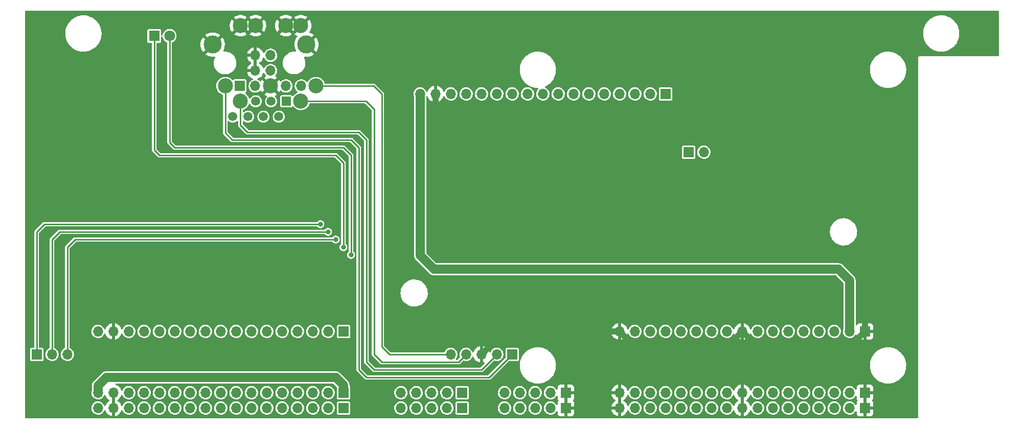
<source format=gbr>
G04 #@! TF.GenerationSoftware,KiCad,Pcbnew,(6.0.7)*
G04 #@! TF.CreationDate,2022-11-13T23:20:37+00:00*
G04 #@! TF.ProjectId,A3010PoduleCarrier,41333031-3050-46f6-9475-6c6543617272,01a*
G04 #@! TF.SameCoordinates,Original*
G04 #@! TF.FileFunction,Copper,L2,Bot*
G04 #@! TF.FilePolarity,Positive*
%FSLAX46Y46*%
G04 Gerber Fmt 4.6, Leading zero omitted, Abs format (unit mm)*
G04 Created by KiCad (PCBNEW (6.0.7)) date 2022-11-13 23:20:37*
%MOMM*%
%LPD*%
G01*
G04 APERTURE LIST*
G04 #@! TA.AperFunction,ComponentPad*
%ADD10R,1.700000X1.700000*%
G04 #@! TD*
G04 #@! TA.AperFunction,ComponentPad*
%ADD11O,1.700000X1.700000*%
G04 #@! TD*
G04 #@! TA.AperFunction,ComponentPad*
%ADD12C,2.500000*%
G04 #@! TD*
G04 #@! TA.AperFunction,ComponentPad*
%ADD13C,3.000000*%
G04 #@! TD*
G04 #@! TA.AperFunction,ComponentPad*
%ADD14R,1.500000X1.500000*%
G04 #@! TD*
G04 #@! TA.AperFunction,ComponentPad*
%ADD15C,1.500000*%
G04 #@! TD*
G04 #@! TA.AperFunction,ComponentPad*
%ADD16R,1.800000X1.800000*%
G04 #@! TD*
G04 #@! TA.AperFunction,ComponentPad*
%ADD17C,1.800000*%
G04 #@! TD*
G04 #@! TA.AperFunction,ViaPad*
%ADD18C,0.800000*%
G04 #@! TD*
G04 #@! TA.AperFunction,Conductor*
%ADD19C,0.250000*%
G04 #@! TD*
G04 #@! TA.AperFunction,Conductor*
%ADD20C,1.000000*%
G04 #@! TD*
G04 #@! TA.AperFunction,Conductor*
%ADD21C,1.500000*%
G04 #@! TD*
G04 APERTURE END LIST*
D10*
X212966000Y-106545000D03*
D11*
X210426000Y-106545000D03*
X207886000Y-106545000D03*
X205346000Y-106545000D03*
X202806000Y-106545000D03*
X200266000Y-106545000D03*
X197726000Y-106545000D03*
X195186000Y-106545000D03*
X192646000Y-106545000D03*
X190106000Y-106545000D03*
X187566000Y-106545000D03*
X185026000Y-106545000D03*
X182486000Y-106545000D03*
X179946000Y-106545000D03*
X177406000Y-106545000D03*
X174866000Y-106545000D03*
X172326000Y-106545000D03*
D10*
X154546000Y-110355000D03*
D11*
X152006000Y-110355000D03*
X149466000Y-110355000D03*
X146926000Y-110355000D03*
X144386000Y-110355000D03*
D10*
X146291000Y-119245000D03*
D11*
X143751000Y-119245000D03*
X141211000Y-119245000D03*
X138671000Y-119245000D03*
X136131000Y-119245000D03*
D10*
X163436000Y-119245000D03*
D11*
X160896000Y-119245000D03*
X158356000Y-119245000D03*
X155816000Y-119245000D03*
X153276000Y-119245000D03*
D10*
X109466000Y-65850000D03*
D12*
X107046000Y-65850000D03*
X119546000Y-55850000D03*
D11*
X112006000Y-60770000D03*
D13*
X120488800Y-58987200D03*
D11*
X112006000Y-63310000D03*
D12*
X117046000Y-55850000D03*
D13*
X104948800Y-58987200D03*
D12*
X114546000Y-65850000D03*
X109546000Y-55850000D03*
X112046000Y-55850000D03*
X122046000Y-65850000D03*
D11*
X119626000Y-65850000D03*
D12*
X109546000Y-68350000D03*
D11*
X112006000Y-65850000D03*
X117086000Y-65850000D03*
D12*
X119546000Y-68350000D03*
D11*
X114546000Y-63310000D03*
X114546000Y-60770000D03*
D14*
X117163800Y-68387200D03*
D15*
X115893800Y-70927200D03*
X114623800Y-68387200D03*
X113353800Y-70927200D03*
X112083800Y-68387200D03*
X110813800Y-70927200D03*
X108273800Y-70927200D03*
D10*
X183756000Y-76827000D03*
D11*
X186296000Y-76827000D03*
D10*
X179946000Y-67175000D03*
D11*
X177406000Y-67175000D03*
X174866000Y-67175000D03*
X172326000Y-67175000D03*
X169786000Y-67175000D03*
X167246000Y-67175000D03*
X164706000Y-67175000D03*
X162166000Y-67175000D03*
X159626000Y-67175000D03*
X157086000Y-67175000D03*
X154546000Y-67175000D03*
X152006000Y-67175000D03*
X149466000Y-67175000D03*
X146926000Y-67175000D03*
X144386000Y-67175000D03*
X141846000Y-67175000D03*
X139306000Y-67175000D03*
D16*
X95276000Y-57550000D03*
D17*
X97816000Y-57550000D03*
D10*
X212966000Y-119245000D03*
D11*
X210426000Y-119245000D03*
X207886000Y-119245000D03*
X205346000Y-119245000D03*
X202806000Y-119245000D03*
X200266000Y-119245000D03*
X197726000Y-119245000D03*
X195186000Y-119245000D03*
X192646000Y-119245000D03*
X190106000Y-119245000D03*
X187566000Y-119245000D03*
X185026000Y-119245000D03*
X182486000Y-119245000D03*
X179946000Y-119245000D03*
X177406000Y-119245000D03*
X174866000Y-119245000D03*
X172326000Y-119245000D03*
D10*
X126606000Y-106545000D03*
D11*
X124066000Y-106545000D03*
X121526000Y-106545000D03*
X118986000Y-106545000D03*
X116446000Y-106545000D03*
X113906000Y-106545000D03*
X111366000Y-106545000D03*
X108826000Y-106545000D03*
X106286000Y-106545000D03*
X103746000Y-106545000D03*
X101206000Y-106545000D03*
X98666000Y-106545000D03*
X96126000Y-106545000D03*
X93586000Y-106545000D03*
X91046000Y-106545000D03*
X88506000Y-106545000D03*
X85966000Y-106545000D03*
D10*
X126606000Y-119245000D03*
D11*
X124066000Y-119245000D03*
X121526000Y-119245000D03*
X118986000Y-119245000D03*
X116446000Y-119245000D03*
X113906000Y-119245000D03*
X111366000Y-119245000D03*
X108826000Y-119245000D03*
X106286000Y-119245000D03*
X103746000Y-119245000D03*
X101206000Y-119245000D03*
X98666000Y-119245000D03*
X96126000Y-119245000D03*
X93586000Y-119245000D03*
X91046000Y-119245000D03*
X88506000Y-119245000D03*
X85966000Y-119245000D03*
D10*
X126606000Y-116705000D03*
D11*
X124066000Y-116705000D03*
X121526000Y-116705000D03*
X118986000Y-116705000D03*
X116446000Y-116705000D03*
X113906000Y-116705000D03*
X111366000Y-116705000D03*
X108826000Y-116705000D03*
X106286000Y-116705000D03*
X103746000Y-116705000D03*
X101206000Y-116705000D03*
X98666000Y-116705000D03*
X96126000Y-116705000D03*
X93586000Y-116705000D03*
X91046000Y-116705000D03*
X88506000Y-116705000D03*
X85966000Y-116705000D03*
D10*
X75806000Y-110355000D03*
D11*
X78346000Y-110355000D03*
X80886000Y-110355000D03*
D10*
X212966000Y-116705000D03*
D11*
X210426000Y-116705000D03*
X207886000Y-116705000D03*
X205346000Y-116705000D03*
X202806000Y-116705000D03*
X200266000Y-116705000D03*
X197726000Y-116705000D03*
X195186000Y-116705000D03*
X192646000Y-116705000D03*
X190106000Y-116705000D03*
X187566000Y-116705000D03*
X185026000Y-116705000D03*
X182486000Y-116705000D03*
X179946000Y-116705000D03*
X177406000Y-116705000D03*
X174866000Y-116705000D03*
X172326000Y-116705000D03*
D10*
X146291000Y-116705000D03*
D11*
X143751000Y-116705000D03*
X141211000Y-116705000D03*
X138671000Y-116705000D03*
X136131000Y-116705000D03*
D10*
X163436000Y-116705000D03*
D11*
X160896000Y-116705000D03*
X158356000Y-116705000D03*
X155816000Y-116705000D03*
X153276000Y-116705000D03*
D18*
X125336000Y-91305000D03*
X124066000Y-90035000D03*
X122796000Y-88765000D03*
X126606000Y-92575000D03*
X127876000Y-93845000D03*
D19*
X80886000Y-92575000D02*
X80886000Y-110355000D01*
X82156000Y-91305000D02*
X80886000Y-92575000D01*
X125336000Y-91305000D02*
X82156000Y-91305000D01*
X79616000Y-90035000D02*
X78346000Y-91305000D01*
X124066000Y-90035000D02*
X79616000Y-90035000D01*
X78346000Y-91305000D02*
X78346000Y-110355000D01*
X122796000Y-88765000D02*
X77076000Y-88765000D01*
X75806000Y-90035000D02*
X75806000Y-110355000D01*
X77076000Y-88765000D02*
X75806000Y-90035000D01*
X107046000Y-65850000D02*
X107046000Y-73650000D01*
X130416000Y-114165000D02*
X150736000Y-114165000D01*
X129146000Y-76065000D02*
X129146000Y-112895000D01*
X108191000Y-74795000D02*
X127876000Y-74795000D01*
X150736000Y-114165000D02*
X154546000Y-110355000D01*
X129146000Y-112895000D02*
X130416000Y-114165000D01*
X127876000Y-74795000D02*
X129146000Y-76065000D01*
X107046000Y-73650000D02*
X108191000Y-74795000D01*
X109546000Y-72340000D02*
X110731000Y-73525000D01*
X131686000Y-112895000D02*
X149466000Y-112895000D01*
X109546000Y-68350000D02*
X109546000Y-72340000D01*
X149466000Y-112895000D02*
X152006000Y-110355000D01*
X130416000Y-111625000D02*
X131686000Y-112895000D01*
X129146000Y-73525000D02*
X130416000Y-74795000D01*
X130416000Y-74795000D02*
X130416000Y-111625000D01*
X110731000Y-73525000D02*
X129146000Y-73525000D01*
D20*
X194968103Y-108867103D02*
X210643897Y-108867103D01*
X174648103Y-108867103D02*
X190323897Y-108867103D01*
X210643897Y-108867103D02*
X212966000Y-106545000D01*
X212966000Y-106545000D02*
X212966000Y-97770000D01*
X190323897Y-108867103D02*
X192646000Y-106545000D01*
X192646000Y-106545000D02*
X194968103Y-108867103D01*
X149466000Y-110355000D02*
X153276000Y-106545000D01*
X153276000Y-106545000D02*
X172326000Y-106545000D01*
X143651000Y-94380000D02*
X141846000Y-92575000D01*
X172326000Y-106545000D02*
X174648103Y-108867103D01*
X209576000Y-94380000D02*
X143651000Y-94380000D01*
X141846000Y-92575000D02*
X141846000Y-67175000D01*
X212966000Y-97770000D02*
X209576000Y-94380000D01*
D19*
X131686000Y-69715000D02*
X130321000Y-68350000D01*
X130321000Y-68350000D02*
X119546000Y-68350000D01*
X146926000Y-110355000D02*
X145656000Y-111625000D01*
X131686000Y-110355000D02*
X131686000Y-69715000D01*
X132956000Y-111625000D02*
X131686000Y-110355000D01*
X145656000Y-111625000D02*
X132956000Y-111625000D01*
X131631000Y-65850000D02*
X122046000Y-65850000D01*
X132956000Y-109085000D02*
X132956000Y-67175000D01*
X134226000Y-110355000D02*
X132956000Y-109085000D01*
X132956000Y-67175000D02*
X131631000Y-65850000D01*
X144386000Y-110355000D02*
X134226000Y-110355000D01*
D21*
X139306000Y-93945000D02*
X139306000Y-67175000D01*
X210426000Y-98065000D02*
X208606000Y-96245000D01*
X210426000Y-106545000D02*
X210426000Y-98065000D01*
X85966000Y-116705000D02*
X85966000Y-115502919D01*
X125336000Y-114165000D02*
X126606000Y-115435000D01*
X87303919Y-114165000D02*
X125336000Y-114165000D01*
X126606000Y-115435000D02*
X126606000Y-116705000D01*
X85966000Y-115502919D02*
X87303919Y-114165000D01*
X141606000Y-96245000D02*
X139306000Y-93945000D01*
X208606000Y-96245000D02*
X141606000Y-96245000D01*
D19*
X126606000Y-92575000D02*
X126606000Y-78605000D01*
X125336000Y-77335000D02*
X96126000Y-77335000D01*
X96126000Y-77335000D02*
X95276000Y-76485000D01*
X126606000Y-78605000D02*
X125336000Y-77335000D01*
X95276000Y-76485000D02*
X95276000Y-57550000D01*
X127876000Y-77335000D02*
X126606000Y-76065000D01*
X97816000Y-75215000D02*
X97816000Y-57550000D01*
X126606000Y-76065000D02*
X98666000Y-76065000D01*
X98666000Y-76065000D02*
X97816000Y-75215000D01*
X127876000Y-93845000D02*
X127876000Y-77335000D01*
G04 #@! TA.AperFunction,Conductor*
G36*
X235137621Y-53420502D02*
G01*
X235184114Y-53474158D01*
X235195500Y-53526500D01*
X235195500Y-60773500D01*
X235175498Y-60841621D01*
X235121842Y-60888114D01*
X235069500Y-60899500D01*
X222083085Y-60899500D01*
X222058504Y-60897079D01*
X222058172Y-60897013D01*
X222058171Y-60897013D01*
X222046000Y-60894592D01*
X222021326Y-60899500D01*
X221948260Y-60914034D01*
X221865399Y-60969399D01*
X221850175Y-60992184D01*
X221822582Y-61033481D01*
X221810034Y-61052260D01*
X221790592Y-61150000D01*
X221793013Y-61162171D01*
X221793013Y-61162172D01*
X221793079Y-61162504D01*
X221795500Y-61187085D01*
X221795500Y-120773500D01*
X221775498Y-120841621D01*
X221721842Y-120888114D01*
X221669500Y-120899500D01*
X74022500Y-120899500D01*
X73954379Y-120879498D01*
X73907886Y-120825842D01*
X73896500Y-120773500D01*
X73896500Y-119216069D01*
X84861164Y-119216069D01*
X84874392Y-119417894D01*
X84875815Y-119423496D01*
X84921606Y-119603799D01*
X84924178Y-119613928D01*
X85008856Y-119797607D01*
X85012189Y-119802323D01*
X85111032Y-119942183D01*
X85125588Y-119962780D01*
X85270466Y-120103913D01*
X85275270Y-120107123D01*
X85323978Y-120139669D01*
X85438637Y-120216282D01*
X85443940Y-120218560D01*
X85443943Y-120218562D01*
X85607409Y-120288792D01*
X85624470Y-120296122D01*
X85821740Y-120340760D01*
X85827509Y-120340987D01*
X85827512Y-120340987D01*
X85903683Y-120343979D01*
X86023842Y-120348700D01*
X86110132Y-120336189D01*
X86218286Y-120320508D01*
X86218291Y-120320507D01*
X86224007Y-120319678D01*
X86229479Y-120317820D01*
X86229481Y-120317820D01*
X86410067Y-120256519D01*
X86410069Y-120256518D01*
X86415531Y-120254664D01*
X86592001Y-120155837D01*
X86603240Y-120146490D01*
X86743073Y-120030191D01*
X86747505Y-120026505D01*
X86876837Y-119871001D01*
X86975664Y-119694531D01*
X86979419Y-119683468D01*
X87020254Y-119625392D01*
X87086006Y-119598611D01*
X87155799Y-119611630D01*
X87207473Y-119660315D01*
X87215476Y-119676563D01*
X87287770Y-119854603D01*
X87292413Y-119863794D01*
X87403694Y-120045388D01*
X87409777Y-120053699D01*
X87549213Y-120214667D01*
X87556580Y-120221883D01*
X87720434Y-120357916D01*
X87728881Y-120363831D01*
X87912756Y-120471279D01*
X87922042Y-120475729D01*
X88121001Y-120551703D01*
X88130899Y-120554579D01*
X88234250Y-120575606D01*
X88248299Y-120574410D01*
X88252000Y-120564065D01*
X88252000Y-116577000D01*
X88272002Y-116508879D01*
X88325658Y-116462386D01*
X88378000Y-116451000D01*
X88634000Y-116451000D01*
X88702121Y-116471002D01*
X88748614Y-116524658D01*
X88760000Y-116577000D01*
X88760000Y-120563517D01*
X88764064Y-120577359D01*
X88777478Y-120579393D01*
X88784184Y-120578534D01*
X88794262Y-120576392D01*
X88998255Y-120515191D01*
X89007842Y-120511433D01*
X89199095Y-120417739D01*
X89207945Y-120412464D01*
X89381328Y-120288792D01*
X89389200Y-120282139D01*
X89540052Y-120131812D01*
X89546730Y-120123965D01*
X89671003Y-119951020D01*
X89676313Y-119942183D01*
X89770670Y-119751267D01*
X89774469Y-119741672D01*
X89792815Y-119681289D01*
X89831756Y-119621925D01*
X89896610Y-119593038D01*
X89966786Y-119603799D01*
X90020004Y-119650793D01*
X90027799Y-119665166D01*
X90038818Y-119689067D01*
X90088856Y-119797607D01*
X90092189Y-119802323D01*
X90191032Y-119942183D01*
X90205588Y-119962780D01*
X90350466Y-120103913D01*
X90355270Y-120107123D01*
X90403978Y-120139669D01*
X90518637Y-120216282D01*
X90523940Y-120218560D01*
X90523943Y-120218562D01*
X90687409Y-120288792D01*
X90704470Y-120296122D01*
X90901740Y-120340760D01*
X90907509Y-120340987D01*
X90907512Y-120340987D01*
X90983683Y-120343979D01*
X91103842Y-120348700D01*
X91190132Y-120336189D01*
X91298286Y-120320508D01*
X91298291Y-120320507D01*
X91304007Y-120319678D01*
X91309479Y-120317820D01*
X91309481Y-120317820D01*
X91490067Y-120256519D01*
X91490069Y-120256518D01*
X91495531Y-120254664D01*
X91672001Y-120155837D01*
X91683240Y-120146490D01*
X91823073Y-120030191D01*
X91827505Y-120026505D01*
X91956837Y-119871001D01*
X92055664Y-119694531D01*
X92061764Y-119676563D01*
X92118820Y-119508481D01*
X92118820Y-119508479D01*
X92120678Y-119503007D01*
X92121507Y-119497291D01*
X92121508Y-119497286D01*
X92149167Y-119306516D01*
X92149700Y-119302842D01*
X92151215Y-119245000D01*
X92148557Y-119216069D01*
X92481164Y-119216069D01*
X92494392Y-119417894D01*
X92495815Y-119423496D01*
X92541606Y-119603799D01*
X92544178Y-119613928D01*
X92628856Y-119797607D01*
X92632189Y-119802323D01*
X92731032Y-119942183D01*
X92745588Y-119962780D01*
X92890466Y-120103913D01*
X92895270Y-120107123D01*
X92943978Y-120139669D01*
X93058637Y-120216282D01*
X93063940Y-120218560D01*
X93063943Y-120218562D01*
X93227409Y-120288792D01*
X93244470Y-120296122D01*
X93441740Y-120340760D01*
X93447509Y-120340987D01*
X93447512Y-120340987D01*
X93523683Y-120343979D01*
X93643842Y-120348700D01*
X93730132Y-120336189D01*
X93838286Y-120320508D01*
X93838291Y-120320507D01*
X93844007Y-120319678D01*
X93849479Y-120317820D01*
X93849481Y-120317820D01*
X94030067Y-120256519D01*
X94030069Y-120256518D01*
X94035531Y-120254664D01*
X94212001Y-120155837D01*
X94223240Y-120146490D01*
X94363073Y-120030191D01*
X94367505Y-120026505D01*
X94496837Y-119871001D01*
X94595664Y-119694531D01*
X94601764Y-119676563D01*
X94658820Y-119508481D01*
X94658820Y-119508479D01*
X94660678Y-119503007D01*
X94661507Y-119497291D01*
X94661508Y-119497286D01*
X94689167Y-119306516D01*
X94689700Y-119302842D01*
X94691215Y-119245000D01*
X94688557Y-119216069D01*
X95021164Y-119216069D01*
X95034392Y-119417894D01*
X95035815Y-119423496D01*
X95081606Y-119603799D01*
X95084178Y-119613928D01*
X95168856Y-119797607D01*
X95172189Y-119802323D01*
X95271032Y-119942183D01*
X95285588Y-119962780D01*
X95430466Y-120103913D01*
X95435270Y-120107123D01*
X95483978Y-120139669D01*
X95598637Y-120216282D01*
X95603940Y-120218560D01*
X95603943Y-120218562D01*
X95767409Y-120288792D01*
X95784470Y-120296122D01*
X95981740Y-120340760D01*
X95987509Y-120340987D01*
X95987512Y-120340987D01*
X96063683Y-120343979D01*
X96183842Y-120348700D01*
X96270132Y-120336189D01*
X96378286Y-120320508D01*
X96378291Y-120320507D01*
X96384007Y-120319678D01*
X96389479Y-120317820D01*
X96389481Y-120317820D01*
X96570067Y-120256519D01*
X96570069Y-120256518D01*
X96575531Y-120254664D01*
X96752001Y-120155837D01*
X96763240Y-120146490D01*
X96903073Y-120030191D01*
X96907505Y-120026505D01*
X97036837Y-119871001D01*
X97135664Y-119694531D01*
X97141764Y-119676563D01*
X97198820Y-119508481D01*
X97198820Y-119508479D01*
X97200678Y-119503007D01*
X97201507Y-119497291D01*
X97201508Y-119497286D01*
X97229167Y-119306516D01*
X97229700Y-119302842D01*
X97231215Y-119245000D01*
X97228557Y-119216069D01*
X97561164Y-119216069D01*
X97574392Y-119417894D01*
X97575815Y-119423496D01*
X97621606Y-119603799D01*
X97624178Y-119613928D01*
X97708856Y-119797607D01*
X97712189Y-119802323D01*
X97811032Y-119942183D01*
X97825588Y-119962780D01*
X97970466Y-120103913D01*
X97975270Y-120107123D01*
X98023978Y-120139669D01*
X98138637Y-120216282D01*
X98143940Y-120218560D01*
X98143943Y-120218562D01*
X98307409Y-120288792D01*
X98324470Y-120296122D01*
X98521740Y-120340760D01*
X98527509Y-120340987D01*
X98527512Y-120340987D01*
X98603683Y-120343979D01*
X98723842Y-120348700D01*
X98810132Y-120336189D01*
X98918286Y-120320508D01*
X98918291Y-120320507D01*
X98924007Y-120319678D01*
X98929479Y-120317820D01*
X98929481Y-120317820D01*
X99110067Y-120256519D01*
X99110069Y-120256518D01*
X99115531Y-120254664D01*
X99292001Y-120155837D01*
X99303240Y-120146490D01*
X99443073Y-120030191D01*
X99447505Y-120026505D01*
X99576837Y-119871001D01*
X99675664Y-119694531D01*
X99681764Y-119676563D01*
X99738820Y-119508481D01*
X99738820Y-119508479D01*
X99740678Y-119503007D01*
X99741507Y-119497291D01*
X99741508Y-119497286D01*
X99769167Y-119306516D01*
X99769700Y-119302842D01*
X99771215Y-119245000D01*
X99768557Y-119216069D01*
X100101164Y-119216069D01*
X100114392Y-119417894D01*
X100115815Y-119423496D01*
X100161606Y-119603799D01*
X100164178Y-119613928D01*
X100248856Y-119797607D01*
X100252189Y-119802323D01*
X100351032Y-119942183D01*
X100365588Y-119962780D01*
X100510466Y-120103913D01*
X100515270Y-120107123D01*
X100563978Y-120139669D01*
X100678637Y-120216282D01*
X100683940Y-120218560D01*
X100683943Y-120218562D01*
X100847409Y-120288792D01*
X100864470Y-120296122D01*
X101061740Y-120340760D01*
X101067509Y-120340987D01*
X101067512Y-120340987D01*
X101143683Y-120343979D01*
X101263842Y-120348700D01*
X101350132Y-120336189D01*
X101458286Y-120320508D01*
X101458291Y-120320507D01*
X101464007Y-120319678D01*
X101469479Y-120317820D01*
X101469481Y-120317820D01*
X101650067Y-120256519D01*
X101650069Y-120256518D01*
X101655531Y-120254664D01*
X101832001Y-120155837D01*
X101843240Y-120146490D01*
X101983073Y-120030191D01*
X101987505Y-120026505D01*
X102116837Y-119871001D01*
X102215664Y-119694531D01*
X102221764Y-119676563D01*
X102278820Y-119508481D01*
X102278820Y-119508479D01*
X102280678Y-119503007D01*
X102281507Y-119497291D01*
X102281508Y-119497286D01*
X102309167Y-119306516D01*
X102309700Y-119302842D01*
X102311215Y-119245000D01*
X102308557Y-119216069D01*
X102641164Y-119216069D01*
X102654392Y-119417894D01*
X102655815Y-119423496D01*
X102701606Y-119603799D01*
X102704178Y-119613928D01*
X102788856Y-119797607D01*
X102792189Y-119802323D01*
X102891032Y-119942183D01*
X102905588Y-119962780D01*
X103050466Y-120103913D01*
X103055270Y-120107123D01*
X103103978Y-120139669D01*
X103218637Y-120216282D01*
X103223940Y-120218560D01*
X103223943Y-120218562D01*
X103387409Y-120288792D01*
X103404470Y-120296122D01*
X103601740Y-120340760D01*
X103607509Y-120340987D01*
X103607512Y-120340987D01*
X103683683Y-120343979D01*
X103803842Y-120348700D01*
X103890132Y-120336189D01*
X103998286Y-120320508D01*
X103998291Y-120320507D01*
X104004007Y-120319678D01*
X104009479Y-120317820D01*
X104009481Y-120317820D01*
X104190067Y-120256519D01*
X104190069Y-120256518D01*
X104195531Y-120254664D01*
X104372001Y-120155837D01*
X104383240Y-120146490D01*
X104523073Y-120030191D01*
X104527505Y-120026505D01*
X104656837Y-119871001D01*
X104755664Y-119694531D01*
X104761764Y-119676563D01*
X104818820Y-119508481D01*
X104818820Y-119508479D01*
X104820678Y-119503007D01*
X104821507Y-119497291D01*
X104821508Y-119497286D01*
X104849167Y-119306516D01*
X104849700Y-119302842D01*
X104851215Y-119245000D01*
X104848557Y-119216069D01*
X105181164Y-119216069D01*
X105194392Y-119417894D01*
X105195815Y-119423496D01*
X105241606Y-119603799D01*
X105244178Y-119613928D01*
X105328856Y-119797607D01*
X105332189Y-119802323D01*
X105431032Y-119942183D01*
X105445588Y-119962780D01*
X105590466Y-120103913D01*
X105595270Y-120107123D01*
X105643978Y-120139669D01*
X105758637Y-120216282D01*
X105763940Y-120218560D01*
X105763943Y-120218562D01*
X105927409Y-120288792D01*
X105944470Y-120296122D01*
X106141740Y-120340760D01*
X106147509Y-120340987D01*
X106147512Y-120340987D01*
X106223683Y-120343979D01*
X106343842Y-120348700D01*
X106430132Y-120336189D01*
X106538286Y-120320508D01*
X106538291Y-120320507D01*
X106544007Y-120319678D01*
X106549479Y-120317820D01*
X106549481Y-120317820D01*
X106730067Y-120256519D01*
X106730069Y-120256518D01*
X106735531Y-120254664D01*
X106912001Y-120155837D01*
X106923240Y-120146490D01*
X107063073Y-120030191D01*
X107067505Y-120026505D01*
X107196837Y-119871001D01*
X107295664Y-119694531D01*
X107301764Y-119676563D01*
X107358820Y-119508481D01*
X107358820Y-119508479D01*
X107360678Y-119503007D01*
X107361507Y-119497291D01*
X107361508Y-119497286D01*
X107389167Y-119306516D01*
X107389700Y-119302842D01*
X107391215Y-119245000D01*
X107388557Y-119216069D01*
X107721164Y-119216069D01*
X107734392Y-119417894D01*
X107735815Y-119423496D01*
X107781606Y-119603799D01*
X107784178Y-119613928D01*
X107868856Y-119797607D01*
X107872189Y-119802323D01*
X107971032Y-119942183D01*
X107985588Y-119962780D01*
X108130466Y-120103913D01*
X108135270Y-120107123D01*
X108183978Y-120139669D01*
X108298637Y-120216282D01*
X108303940Y-120218560D01*
X108303943Y-120218562D01*
X108467409Y-120288792D01*
X108484470Y-120296122D01*
X108681740Y-120340760D01*
X108687509Y-120340987D01*
X108687512Y-120340987D01*
X108763683Y-120343979D01*
X108883842Y-120348700D01*
X108970132Y-120336189D01*
X109078286Y-120320508D01*
X109078291Y-120320507D01*
X109084007Y-120319678D01*
X109089479Y-120317820D01*
X109089481Y-120317820D01*
X109270067Y-120256519D01*
X109270069Y-120256518D01*
X109275531Y-120254664D01*
X109452001Y-120155837D01*
X109463240Y-120146490D01*
X109603073Y-120030191D01*
X109607505Y-120026505D01*
X109736837Y-119871001D01*
X109835664Y-119694531D01*
X109841764Y-119676563D01*
X109898820Y-119508481D01*
X109898820Y-119508479D01*
X109900678Y-119503007D01*
X109901507Y-119497291D01*
X109901508Y-119497286D01*
X109929167Y-119306516D01*
X109929700Y-119302842D01*
X109931215Y-119245000D01*
X109928557Y-119216069D01*
X110261164Y-119216069D01*
X110274392Y-119417894D01*
X110275815Y-119423496D01*
X110321606Y-119603799D01*
X110324178Y-119613928D01*
X110408856Y-119797607D01*
X110412189Y-119802323D01*
X110511032Y-119942183D01*
X110525588Y-119962780D01*
X110670466Y-120103913D01*
X110675270Y-120107123D01*
X110723978Y-120139669D01*
X110838637Y-120216282D01*
X110843940Y-120218560D01*
X110843943Y-120218562D01*
X111007409Y-120288792D01*
X111024470Y-120296122D01*
X111221740Y-120340760D01*
X111227509Y-120340987D01*
X111227512Y-120340987D01*
X111303683Y-120343979D01*
X111423842Y-120348700D01*
X111510132Y-120336189D01*
X111618286Y-120320508D01*
X111618291Y-120320507D01*
X111624007Y-120319678D01*
X111629479Y-120317820D01*
X111629481Y-120317820D01*
X111810067Y-120256519D01*
X111810069Y-120256518D01*
X111815531Y-120254664D01*
X111992001Y-120155837D01*
X112003240Y-120146490D01*
X112143073Y-120030191D01*
X112147505Y-120026505D01*
X112276837Y-119871001D01*
X112375664Y-119694531D01*
X112381764Y-119676563D01*
X112438820Y-119508481D01*
X112438820Y-119508479D01*
X112440678Y-119503007D01*
X112441507Y-119497291D01*
X112441508Y-119497286D01*
X112469167Y-119306516D01*
X112469700Y-119302842D01*
X112471215Y-119245000D01*
X112468557Y-119216069D01*
X112801164Y-119216069D01*
X112814392Y-119417894D01*
X112815815Y-119423496D01*
X112861606Y-119603799D01*
X112864178Y-119613928D01*
X112948856Y-119797607D01*
X112952189Y-119802323D01*
X113051032Y-119942183D01*
X113065588Y-119962780D01*
X113210466Y-120103913D01*
X113215270Y-120107123D01*
X113263978Y-120139669D01*
X113378637Y-120216282D01*
X113383940Y-120218560D01*
X113383943Y-120218562D01*
X113547409Y-120288792D01*
X113564470Y-120296122D01*
X113761740Y-120340760D01*
X113767509Y-120340987D01*
X113767512Y-120340987D01*
X113843683Y-120343979D01*
X113963842Y-120348700D01*
X114050132Y-120336189D01*
X114158286Y-120320508D01*
X114158291Y-120320507D01*
X114164007Y-120319678D01*
X114169479Y-120317820D01*
X114169481Y-120317820D01*
X114350067Y-120256519D01*
X114350069Y-120256518D01*
X114355531Y-120254664D01*
X114532001Y-120155837D01*
X114543240Y-120146490D01*
X114683073Y-120030191D01*
X114687505Y-120026505D01*
X114816837Y-119871001D01*
X114915664Y-119694531D01*
X114921764Y-119676563D01*
X114978820Y-119508481D01*
X114978820Y-119508479D01*
X114980678Y-119503007D01*
X114981507Y-119497291D01*
X114981508Y-119497286D01*
X115009167Y-119306516D01*
X115009700Y-119302842D01*
X115011215Y-119245000D01*
X115008557Y-119216069D01*
X115341164Y-119216069D01*
X115354392Y-119417894D01*
X115355815Y-119423496D01*
X115401606Y-119603799D01*
X115404178Y-119613928D01*
X115488856Y-119797607D01*
X115492189Y-119802323D01*
X115591032Y-119942183D01*
X115605588Y-119962780D01*
X115750466Y-120103913D01*
X115755270Y-120107123D01*
X115803978Y-120139669D01*
X115918637Y-120216282D01*
X115923940Y-120218560D01*
X115923943Y-120218562D01*
X116087409Y-120288792D01*
X116104470Y-120296122D01*
X116301740Y-120340760D01*
X116307509Y-120340987D01*
X116307512Y-120340987D01*
X116383683Y-120343979D01*
X116503842Y-120348700D01*
X116590132Y-120336189D01*
X116698286Y-120320508D01*
X116698291Y-120320507D01*
X116704007Y-120319678D01*
X116709479Y-120317820D01*
X116709481Y-120317820D01*
X116890067Y-120256519D01*
X116890069Y-120256518D01*
X116895531Y-120254664D01*
X117072001Y-120155837D01*
X117083240Y-120146490D01*
X117223073Y-120030191D01*
X117227505Y-120026505D01*
X117356837Y-119871001D01*
X117455664Y-119694531D01*
X117461764Y-119676563D01*
X117518820Y-119508481D01*
X117518820Y-119508479D01*
X117520678Y-119503007D01*
X117521507Y-119497291D01*
X117521508Y-119497286D01*
X117549167Y-119306516D01*
X117549700Y-119302842D01*
X117551215Y-119245000D01*
X117548557Y-119216069D01*
X117881164Y-119216069D01*
X117894392Y-119417894D01*
X117895815Y-119423496D01*
X117941606Y-119603799D01*
X117944178Y-119613928D01*
X118028856Y-119797607D01*
X118032189Y-119802323D01*
X118131032Y-119942183D01*
X118145588Y-119962780D01*
X118290466Y-120103913D01*
X118295270Y-120107123D01*
X118343978Y-120139669D01*
X118458637Y-120216282D01*
X118463940Y-120218560D01*
X118463943Y-120218562D01*
X118627409Y-120288792D01*
X118644470Y-120296122D01*
X118841740Y-120340760D01*
X118847509Y-120340987D01*
X118847512Y-120340987D01*
X118923683Y-120343979D01*
X119043842Y-120348700D01*
X119130132Y-120336189D01*
X119238286Y-120320508D01*
X119238291Y-120320507D01*
X119244007Y-120319678D01*
X119249479Y-120317820D01*
X119249481Y-120317820D01*
X119430067Y-120256519D01*
X119430069Y-120256518D01*
X119435531Y-120254664D01*
X119612001Y-120155837D01*
X119623240Y-120146490D01*
X119763073Y-120030191D01*
X119767505Y-120026505D01*
X119896837Y-119871001D01*
X119995664Y-119694531D01*
X120001764Y-119676563D01*
X120058820Y-119508481D01*
X120058820Y-119508479D01*
X120060678Y-119503007D01*
X120061507Y-119497291D01*
X120061508Y-119497286D01*
X120089167Y-119306516D01*
X120089700Y-119302842D01*
X120091215Y-119245000D01*
X120088557Y-119216069D01*
X120421164Y-119216069D01*
X120434392Y-119417894D01*
X120435815Y-119423496D01*
X120481606Y-119603799D01*
X120484178Y-119613928D01*
X120568856Y-119797607D01*
X120572189Y-119802323D01*
X120671032Y-119942183D01*
X120685588Y-119962780D01*
X120830466Y-120103913D01*
X120835270Y-120107123D01*
X120883978Y-120139669D01*
X120998637Y-120216282D01*
X121003940Y-120218560D01*
X121003943Y-120218562D01*
X121167409Y-120288792D01*
X121184470Y-120296122D01*
X121381740Y-120340760D01*
X121387509Y-120340987D01*
X121387512Y-120340987D01*
X121463683Y-120343979D01*
X121583842Y-120348700D01*
X121670132Y-120336189D01*
X121778286Y-120320508D01*
X121778291Y-120320507D01*
X121784007Y-120319678D01*
X121789479Y-120317820D01*
X121789481Y-120317820D01*
X121970067Y-120256519D01*
X121970069Y-120256518D01*
X121975531Y-120254664D01*
X122152001Y-120155837D01*
X122163240Y-120146490D01*
X122303073Y-120030191D01*
X122307505Y-120026505D01*
X122436837Y-119871001D01*
X122535664Y-119694531D01*
X122541764Y-119676563D01*
X122598820Y-119508481D01*
X122598820Y-119508479D01*
X122600678Y-119503007D01*
X122601507Y-119497291D01*
X122601508Y-119497286D01*
X122629167Y-119306516D01*
X122629700Y-119302842D01*
X122631215Y-119245000D01*
X122628557Y-119216069D01*
X122961164Y-119216069D01*
X122974392Y-119417894D01*
X122975815Y-119423496D01*
X123021606Y-119603799D01*
X123024178Y-119613928D01*
X123108856Y-119797607D01*
X123112189Y-119802323D01*
X123211032Y-119942183D01*
X123225588Y-119962780D01*
X123370466Y-120103913D01*
X123375270Y-120107123D01*
X123423978Y-120139669D01*
X123538637Y-120216282D01*
X123543940Y-120218560D01*
X123543943Y-120218562D01*
X123707409Y-120288792D01*
X123724470Y-120296122D01*
X123921740Y-120340760D01*
X123927509Y-120340987D01*
X123927512Y-120340987D01*
X124003683Y-120343979D01*
X124123842Y-120348700D01*
X124210132Y-120336189D01*
X124318286Y-120320508D01*
X124318291Y-120320507D01*
X124324007Y-120319678D01*
X124329479Y-120317820D01*
X124329481Y-120317820D01*
X124510067Y-120256519D01*
X124510069Y-120256518D01*
X124515531Y-120254664D01*
X124692001Y-120155837D01*
X124703240Y-120146490D01*
X124735482Y-120119674D01*
X125505500Y-120119674D01*
X125520034Y-120192740D01*
X125575399Y-120275601D01*
X125658260Y-120330966D01*
X125731326Y-120345500D01*
X127480674Y-120345500D01*
X127553740Y-120330966D01*
X127636601Y-120275601D01*
X127691966Y-120192740D01*
X127706500Y-120119674D01*
X127706500Y-119216069D01*
X135026164Y-119216069D01*
X135039392Y-119417894D01*
X135040815Y-119423496D01*
X135086606Y-119603799D01*
X135089178Y-119613928D01*
X135173856Y-119797607D01*
X135177189Y-119802323D01*
X135276032Y-119942183D01*
X135290588Y-119962780D01*
X135435466Y-120103913D01*
X135440270Y-120107123D01*
X135488978Y-120139669D01*
X135603637Y-120216282D01*
X135608940Y-120218560D01*
X135608943Y-120218562D01*
X135772409Y-120288792D01*
X135789470Y-120296122D01*
X135986740Y-120340760D01*
X135992509Y-120340987D01*
X135992512Y-120340987D01*
X136068683Y-120343979D01*
X136188842Y-120348700D01*
X136275132Y-120336189D01*
X136383286Y-120320508D01*
X136383291Y-120320507D01*
X136389007Y-120319678D01*
X136394479Y-120317820D01*
X136394481Y-120317820D01*
X136575067Y-120256519D01*
X136575069Y-120256518D01*
X136580531Y-120254664D01*
X136757001Y-120155837D01*
X136768240Y-120146490D01*
X136908073Y-120030191D01*
X136912505Y-120026505D01*
X137041837Y-119871001D01*
X137140664Y-119694531D01*
X137146764Y-119676563D01*
X137203820Y-119508481D01*
X137203820Y-119508479D01*
X137205678Y-119503007D01*
X137206507Y-119497291D01*
X137206508Y-119497286D01*
X137234167Y-119306516D01*
X137234700Y-119302842D01*
X137236215Y-119245000D01*
X137233557Y-119216069D01*
X137566164Y-119216069D01*
X137579392Y-119417894D01*
X137580815Y-119423496D01*
X137626606Y-119603799D01*
X137629178Y-119613928D01*
X137713856Y-119797607D01*
X137717189Y-119802323D01*
X137816032Y-119942183D01*
X137830588Y-119962780D01*
X137975466Y-120103913D01*
X137980270Y-120107123D01*
X138028978Y-120139669D01*
X138143637Y-120216282D01*
X138148940Y-120218560D01*
X138148943Y-120218562D01*
X138312409Y-120288792D01*
X138329470Y-120296122D01*
X138526740Y-120340760D01*
X138532509Y-120340987D01*
X138532512Y-120340987D01*
X138608683Y-120343979D01*
X138728842Y-120348700D01*
X138815132Y-120336189D01*
X138923286Y-120320508D01*
X138923291Y-120320507D01*
X138929007Y-120319678D01*
X138934479Y-120317820D01*
X138934481Y-120317820D01*
X139115067Y-120256519D01*
X139115069Y-120256518D01*
X139120531Y-120254664D01*
X139297001Y-120155837D01*
X139308240Y-120146490D01*
X139448073Y-120030191D01*
X139452505Y-120026505D01*
X139581837Y-119871001D01*
X139680664Y-119694531D01*
X139686764Y-119676563D01*
X139743820Y-119508481D01*
X139743820Y-119508479D01*
X139745678Y-119503007D01*
X139746507Y-119497291D01*
X139746508Y-119497286D01*
X139774167Y-119306516D01*
X139774700Y-119302842D01*
X139776215Y-119245000D01*
X139773557Y-119216069D01*
X140106164Y-119216069D01*
X140119392Y-119417894D01*
X140120815Y-119423496D01*
X140166606Y-119603799D01*
X140169178Y-119613928D01*
X140253856Y-119797607D01*
X140257189Y-119802323D01*
X140356032Y-119942183D01*
X140370588Y-119962780D01*
X140515466Y-120103913D01*
X140520270Y-120107123D01*
X140568978Y-120139669D01*
X140683637Y-120216282D01*
X140688940Y-120218560D01*
X140688943Y-120218562D01*
X140852409Y-120288792D01*
X140869470Y-120296122D01*
X141066740Y-120340760D01*
X141072509Y-120340987D01*
X141072512Y-120340987D01*
X141148683Y-120343979D01*
X141268842Y-120348700D01*
X141355132Y-120336189D01*
X141463286Y-120320508D01*
X141463291Y-120320507D01*
X141469007Y-120319678D01*
X141474479Y-120317820D01*
X141474481Y-120317820D01*
X141655067Y-120256519D01*
X141655069Y-120256518D01*
X141660531Y-120254664D01*
X141837001Y-120155837D01*
X141848240Y-120146490D01*
X141988073Y-120030191D01*
X141992505Y-120026505D01*
X142121837Y-119871001D01*
X142220664Y-119694531D01*
X142226764Y-119676563D01*
X142283820Y-119508481D01*
X142283820Y-119508479D01*
X142285678Y-119503007D01*
X142286507Y-119497291D01*
X142286508Y-119497286D01*
X142314167Y-119306516D01*
X142314700Y-119302842D01*
X142316215Y-119245000D01*
X142313557Y-119216069D01*
X142646164Y-119216069D01*
X142659392Y-119417894D01*
X142660815Y-119423496D01*
X142706606Y-119603799D01*
X142709178Y-119613928D01*
X142793856Y-119797607D01*
X142797189Y-119802323D01*
X142896032Y-119942183D01*
X142910588Y-119962780D01*
X143055466Y-120103913D01*
X143060270Y-120107123D01*
X143108978Y-120139669D01*
X143223637Y-120216282D01*
X143228940Y-120218560D01*
X143228943Y-120218562D01*
X143392409Y-120288792D01*
X143409470Y-120296122D01*
X143606740Y-120340760D01*
X143612509Y-120340987D01*
X143612512Y-120340987D01*
X143688683Y-120343979D01*
X143808842Y-120348700D01*
X143895132Y-120336189D01*
X144003286Y-120320508D01*
X144003291Y-120320507D01*
X144009007Y-120319678D01*
X144014479Y-120317820D01*
X144014481Y-120317820D01*
X144195067Y-120256519D01*
X144195069Y-120256518D01*
X144200531Y-120254664D01*
X144377001Y-120155837D01*
X144388240Y-120146490D01*
X144420482Y-120119674D01*
X145190500Y-120119674D01*
X145205034Y-120192740D01*
X145260399Y-120275601D01*
X145343260Y-120330966D01*
X145416326Y-120345500D01*
X147165674Y-120345500D01*
X147238740Y-120330966D01*
X147321601Y-120275601D01*
X147376966Y-120192740D01*
X147391500Y-120119674D01*
X147391500Y-119216069D01*
X152171164Y-119216069D01*
X152184392Y-119417894D01*
X152185815Y-119423496D01*
X152231606Y-119603799D01*
X152234178Y-119613928D01*
X152318856Y-119797607D01*
X152322189Y-119802323D01*
X152421032Y-119942183D01*
X152435588Y-119962780D01*
X152580466Y-120103913D01*
X152585270Y-120107123D01*
X152633978Y-120139669D01*
X152748637Y-120216282D01*
X152753940Y-120218560D01*
X152753943Y-120218562D01*
X152917409Y-120288792D01*
X152934470Y-120296122D01*
X153131740Y-120340760D01*
X153137509Y-120340987D01*
X153137512Y-120340987D01*
X153213683Y-120343979D01*
X153333842Y-120348700D01*
X153420132Y-120336189D01*
X153528286Y-120320508D01*
X153528291Y-120320507D01*
X153534007Y-120319678D01*
X153539479Y-120317820D01*
X153539481Y-120317820D01*
X153720067Y-120256519D01*
X153720069Y-120256518D01*
X153725531Y-120254664D01*
X153902001Y-120155837D01*
X153913240Y-120146490D01*
X154053073Y-120030191D01*
X154057505Y-120026505D01*
X154186837Y-119871001D01*
X154285664Y-119694531D01*
X154291764Y-119676563D01*
X154348820Y-119508481D01*
X154348820Y-119508479D01*
X154350678Y-119503007D01*
X154351507Y-119497291D01*
X154351508Y-119497286D01*
X154379167Y-119306516D01*
X154379700Y-119302842D01*
X154381215Y-119245000D01*
X154378557Y-119216069D01*
X154711164Y-119216069D01*
X154724392Y-119417894D01*
X154725815Y-119423496D01*
X154771606Y-119603799D01*
X154774178Y-119613928D01*
X154858856Y-119797607D01*
X154862189Y-119802323D01*
X154961032Y-119942183D01*
X154975588Y-119962780D01*
X155120466Y-120103913D01*
X155125270Y-120107123D01*
X155173978Y-120139669D01*
X155288637Y-120216282D01*
X155293940Y-120218560D01*
X155293943Y-120218562D01*
X155457409Y-120288792D01*
X155474470Y-120296122D01*
X155671740Y-120340760D01*
X155677509Y-120340987D01*
X155677512Y-120340987D01*
X155753683Y-120343979D01*
X155873842Y-120348700D01*
X155960132Y-120336189D01*
X156068286Y-120320508D01*
X156068291Y-120320507D01*
X156074007Y-120319678D01*
X156079479Y-120317820D01*
X156079481Y-120317820D01*
X156260067Y-120256519D01*
X156260069Y-120256518D01*
X156265531Y-120254664D01*
X156442001Y-120155837D01*
X156453240Y-120146490D01*
X156593073Y-120030191D01*
X156597505Y-120026505D01*
X156726837Y-119871001D01*
X156825664Y-119694531D01*
X156831764Y-119676563D01*
X156888820Y-119508481D01*
X156888820Y-119508479D01*
X156890678Y-119503007D01*
X156891507Y-119497291D01*
X156891508Y-119497286D01*
X156919167Y-119306516D01*
X156919700Y-119302842D01*
X156921215Y-119245000D01*
X156918557Y-119216069D01*
X157251164Y-119216069D01*
X157264392Y-119417894D01*
X157265815Y-119423496D01*
X157311606Y-119603799D01*
X157314178Y-119613928D01*
X157398856Y-119797607D01*
X157402189Y-119802323D01*
X157501032Y-119942183D01*
X157515588Y-119962780D01*
X157660466Y-120103913D01*
X157665270Y-120107123D01*
X157713978Y-120139669D01*
X157828637Y-120216282D01*
X157833940Y-120218560D01*
X157833943Y-120218562D01*
X157997409Y-120288792D01*
X158014470Y-120296122D01*
X158211740Y-120340760D01*
X158217509Y-120340987D01*
X158217512Y-120340987D01*
X158293683Y-120343979D01*
X158413842Y-120348700D01*
X158500132Y-120336189D01*
X158608286Y-120320508D01*
X158608291Y-120320507D01*
X158614007Y-120319678D01*
X158619479Y-120317820D01*
X158619481Y-120317820D01*
X158800067Y-120256519D01*
X158800069Y-120256518D01*
X158805531Y-120254664D01*
X158982001Y-120155837D01*
X158993240Y-120146490D01*
X159133073Y-120030191D01*
X159137505Y-120026505D01*
X159266837Y-119871001D01*
X159365664Y-119694531D01*
X159371764Y-119676563D01*
X159428820Y-119508481D01*
X159428820Y-119508479D01*
X159430678Y-119503007D01*
X159431507Y-119497291D01*
X159431508Y-119497286D01*
X159459167Y-119306516D01*
X159459700Y-119302842D01*
X159461215Y-119245000D01*
X159458557Y-119216069D01*
X159791164Y-119216069D01*
X159804392Y-119417894D01*
X159805815Y-119423496D01*
X159851606Y-119603799D01*
X159854178Y-119613928D01*
X159938856Y-119797607D01*
X159942189Y-119802323D01*
X160041032Y-119942183D01*
X160055588Y-119962780D01*
X160200466Y-120103913D01*
X160205270Y-120107123D01*
X160253978Y-120139669D01*
X160368637Y-120216282D01*
X160373940Y-120218560D01*
X160373943Y-120218562D01*
X160537409Y-120288792D01*
X160554470Y-120296122D01*
X160751740Y-120340760D01*
X160757509Y-120340987D01*
X160757512Y-120340987D01*
X160833683Y-120343979D01*
X160953842Y-120348700D01*
X161040132Y-120336189D01*
X161148286Y-120320508D01*
X161148291Y-120320507D01*
X161154007Y-120319678D01*
X161159479Y-120317820D01*
X161159481Y-120317820D01*
X161340067Y-120256519D01*
X161340069Y-120256518D01*
X161345531Y-120254664D01*
X161522001Y-120155837D01*
X161533240Y-120146490D01*
X161673073Y-120030191D01*
X161677505Y-120026505D01*
X161806837Y-119871001D01*
X161816020Y-119854603D01*
X161842066Y-119808095D01*
X161892803Y-119758433D01*
X161962335Y-119744086D01*
X162028586Y-119769607D01*
X162070521Y-119826895D01*
X162078001Y-119869661D01*
X162078001Y-120139669D01*
X162078371Y-120146490D01*
X162083895Y-120197352D01*
X162087521Y-120212604D01*
X162132676Y-120333054D01*
X162141214Y-120348649D01*
X162217715Y-120450724D01*
X162230276Y-120463285D01*
X162332351Y-120539786D01*
X162347946Y-120548324D01*
X162468394Y-120593478D01*
X162483649Y-120597105D01*
X162534514Y-120602631D01*
X162541328Y-120603000D01*
X163163885Y-120603000D01*
X163179124Y-120598525D01*
X163180329Y-120597135D01*
X163182000Y-120589452D01*
X163182000Y-120584884D01*
X163690000Y-120584884D01*
X163694475Y-120600123D01*
X163695865Y-120601328D01*
X163703548Y-120602999D01*
X164330669Y-120602999D01*
X164337490Y-120602629D01*
X164388352Y-120597105D01*
X164403604Y-120593479D01*
X164524054Y-120548324D01*
X164539649Y-120539786D01*
X164641724Y-120463285D01*
X164654285Y-120450724D01*
X164730786Y-120348649D01*
X164739324Y-120333054D01*
X164784478Y-120212606D01*
X164788105Y-120197351D01*
X164793631Y-120146486D01*
X164794000Y-120139672D01*
X164794000Y-119517115D01*
X164792782Y-119512966D01*
X170994257Y-119512966D01*
X171024565Y-119647446D01*
X171027645Y-119657275D01*
X171107770Y-119854603D01*
X171112413Y-119863794D01*
X171223694Y-120045388D01*
X171229777Y-120053699D01*
X171369213Y-120214667D01*
X171376580Y-120221883D01*
X171540434Y-120357916D01*
X171548881Y-120363831D01*
X171732756Y-120471279D01*
X171742042Y-120475729D01*
X171941001Y-120551703D01*
X171950899Y-120554579D01*
X172054250Y-120575606D01*
X172068299Y-120574410D01*
X172072000Y-120564065D01*
X172072000Y-120563517D01*
X172580000Y-120563517D01*
X172584064Y-120577359D01*
X172597478Y-120579393D01*
X172604184Y-120578534D01*
X172614262Y-120576392D01*
X172818255Y-120515191D01*
X172827842Y-120511433D01*
X173019095Y-120417739D01*
X173027945Y-120412464D01*
X173201328Y-120288792D01*
X173209200Y-120282139D01*
X173360052Y-120131812D01*
X173366730Y-120123965D01*
X173491003Y-119951020D01*
X173496313Y-119942183D01*
X173590670Y-119751267D01*
X173594469Y-119741672D01*
X173612815Y-119681289D01*
X173651756Y-119621925D01*
X173716610Y-119593038D01*
X173786786Y-119603799D01*
X173840004Y-119650793D01*
X173847799Y-119665166D01*
X173858818Y-119689067D01*
X173908856Y-119797607D01*
X173912189Y-119802323D01*
X174011032Y-119942183D01*
X174025588Y-119962780D01*
X174170466Y-120103913D01*
X174175270Y-120107123D01*
X174223978Y-120139669D01*
X174338637Y-120216282D01*
X174343940Y-120218560D01*
X174343943Y-120218562D01*
X174507409Y-120288792D01*
X174524470Y-120296122D01*
X174721740Y-120340760D01*
X174727509Y-120340987D01*
X174727512Y-120340987D01*
X174803683Y-120343979D01*
X174923842Y-120348700D01*
X175010132Y-120336189D01*
X175118286Y-120320508D01*
X175118291Y-120320507D01*
X175124007Y-120319678D01*
X175129479Y-120317820D01*
X175129481Y-120317820D01*
X175310067Y-120256519D01*
X175310069Y-120256518D01*
X175315531Y-120254664D01*
X175492001Y-120155837D01*
X175503240Y-120146490D01*
X175643073Y-120030191D01*
X175647505Y-120026505D01*
X175776837Y-119871001D01*
X175875664Y-119694531D01*
X175881764Y-119676563D01*
X175938820Y-119508481D01*
X175938820Y-119508479D01*
X175940678Y-119503007D01*
X175941507Y-119497291D01*
X175941508Y-119497286D01*
X175969167Y-119306516D01*
X175969700Y-119302842D01*
X175971215Y-119245000D01*
X175968557Y-119216069D01*
X176301164Y-119216069D01*
X176314392Y-119417894D01*
X176315815Y-119423496D01*
X176361606Y-119603799D01*
X176364178Y-119613928D01*
X176448856Y-119797607D01*
X176452189Y-119802323D01*
X176551032Y-119942183D01*
X176565588Y-119962780D01*
X176710466Y-120103913D01*
X176715270Y-120107123D01*
X176763978Y-120139669D01*
X176878637Y-120216282D01*
X176883940Y-120218560D01*
X176883943Y-120218562D01*
X177047409Y-120288792D01*
X177064470Y-120296122D01*
X177261740Y-120340760D01*
X177267509Y-120340987D01*
X177267512Y-120340987D01*
X177343683Y-120343979D01*
X177463842Y-120348700D01*
X177550132Y-120336189D01*
X177658286Y-120320508D01*
X177658291Y-120320507D01*
X177664007Y-120319678D01*
X177669479Y-120317820D01*
X177669481Y-120317820D01*
X177850067Y-120256519D01*
X177850069Y-120256518D01*
X177855531Y-120254664D01*
X178032001Y-120155837D01*
X178043240Y-120146490D01*
X178183073Y-120030191D01*
X178187505Y-120026505D01*
X178316837Y-119871001D01*
X178415664Y-119694531D01*
X178421764Y-119676563D01*
X178478820Y-119508481D01*
X178478820Y-119508479D01*
X178480678Y-119503007D01*
X178481507Y-119497291D01*
X178481508Y-119497286D01*
X178509167Y-119306516D01*
X178509700Y-119302842D01*
X178511215Y-119245000D01*
X178508557Y-119216069D01*
X178841164Y-119216069D01*
X178854392Y-119417894D01*
X178855815Y-119423496D01*
X178901606Y-119603799D01*
X178904178Y-119613928D01*
X178988856Y-119797607D01*
X178992189Y-119802323D01*
X179091032Y-119942183D01*
X179105588Y-119962780D01*
X179250466Y-120103913D01*
X179255270Y-120107123D01*
X179303978Y-120139669D01*
X179418637Y-120216282D01*
X179423940Y-120218560D01*
X179423943Y-120218562D01*
X179587409Y-120288792D01*
X179604470Y-120296122D01*
X179801740Y-120340760D01*
X179807509Y-120340987D01*
X179807512Y-120340987D01*
X179883683Y-120343979D01*
X180003842Y-120348700D01*
X180090132Y-120336189D01*
X180198286Y-120320508D01*
X180198291Y-120320507D01*
X180204007Y-120319678D01*
X180209479Y-120317820D01*
X180209481Y-120317820D01*
X180390067Y-120256519D01*
X180390069Y-120256518D01*
X180395531Y-120254664D01*
X180572001Y-120155837D01*
X180583240Y-120146490D01*
X180723073Y-120030191D01*
X180727505Y-120026505D01*
X180856837Y-119871001D01*
X180955664Y-119694531D01*
X180961764Y-119676563D01*
X181018820Y-119508481D01*
X181018820Y-119508479D01*
X181020678Y-119503007D01*
X181021507Y-119497291D01*
X181021508Y-119497286D01*
X181049167Y-119306516D01*
X181049700Y-119302842D01*
X181051215Y-119245000D01*
X181048557Y-119216069D01*
X181381164Y-119216069D01*
X181394392Y-119417894D01*
X181395815Y-119423496D01*
X181441606Y-119603799D01*
X181444178Y-119613928D01*
X181528856Y-119797607D01*
X181532189Y-119802323D01*
X181631032Y-119942183D01*
X181645588Y-119962780D01*
X181790466Y-120103913D01*
X181795270Y-120107123D01*
X181843978Y-120139669D01*
X181958637Y-120216282D01*
X181963940Y-120218560D01*
X181963943Y-120218562D01*
X182127409Y-120288792D01*
X182144470Y-120296122D01*
X182341740Y-120340760D01*
X182347509Y-120340987D01*
X182347512Y-120340987D01*
X182423683Y-120343979D01*
X182543842Y-120348700D01*
X182630132Y-120336189D01*
X182738286Y-120320508D01*
X182738291Y-120320507D01*
X182744007Y-120319678D01*
X182749479Y-120317820D01*
X182749481Y-120317820D01*
X182930067Y-120256519D01*
X182930069Y-120256518D01*
X182935531Y-120254664D01*
X183112001Y-120155837D01*
X183123240Y-120146490D01*
X183263073Y-120030191D01*
X183267505Y-120026505D01*
X183396837Y-119871001D01*
X183495664Y-119694531D01*
X183501764Y-119676563D01*
X183558820Y-119508481D01*
X183558820Y-119508479D01*
X183560678Y-119503007D01*
X183561507Y-119497291D01*
X183561508Y-119497286D01*
X183589167Y-119306516D01*
X183589700Y-119302842D01*
X183591215Y-119245000D01*
X183588557Y-119216069D01*
X183921164Y-119216069D01*
X183934392Y-119417894D01*
X183935815Y-119423496D01*
X183981606Y-119603799D01*
X183984178Y-119613928D01*
X184068856Y-119797607D01*
X184072189Y-119802323D01*
X184171032Y-119942183D01*
X184185588Y-119962780D01*
X184330466Y-120103913D01*
X184335270Y-120107123D01*
X184383978Y-120139669D01*
X184498637Y-120216282D01*
X184503940Y-120218560D01*
X184503943Y-120218562D01*
X184667409Y-120288792D01*
X184684470Y-120296122D01*
X184881740Y-120340760D01*
X184887509Y-120340987D01*
X184887512Y-120340987D01*
X184963683Y-120343979D01*
X185083842Y-120348700D01*
X185170132Y-120336189D01*
X185278286Y-120320508D01*
X185278291Y-120320507D01*
X185284007Y-120319678D01*
X185289479Y-120317820D01*
X185289481Y-120317820D01*
X185470067Y-120256519D01*
X185470069Y-120256518D01*
X185475531Y-120254664D01*
X185652001Y-120155837D01*
X185663240Y-120146490D01*
X185803073Y-120030191D01*
X185807505Y-120026505D01*
X185936837Y-119871001D01*
X186035664Y-119694531D01*
X186041764Y-119676563D01*
X186098820Y-119508481D01*
X186098820Y-119508479D01*
X186100678Y-119503007D01*
X186101507Y-119497291D01*
X186101508Y-119497286D01*
X186129167Y-119306516D01*
X186129700Y-119302842D01*
X186131215Y-119245000D01*
X186128557Y-119216069D01*
X186461164Y-119216069D01*
X186474392Y-119417894D01*
X186475815Y-119423496D01*
X186521606Y-119603799D01*
X186524178Y-119613928D01*
X186608856Y-119797607D01*
X186612189Y-119802323D01*
X186711032Y-119942183D01*
X186725588Y-119962780D01*
X186870466Y-120103913D01*
X186875270Y-120107123D01*
X186923978Y-120139669D01*
X187038637Y-120216282D01*
X187043940Y-120218560D01*
X187043943Y-120218562D01*
X187207409Y-120288792D01*
X187224470Y-120296122D01*
X187421740Y-120340760D01*
X187427509Y-120340987D01*
X187427512Y-120340987D01*
X187503683Y-120343979D01*
X187623842Y-120348700D01*
X187710132Y-120336189D01*
X187818286Y-120320508D01*
X187818291Y-120320507D01*
X187824007Y-120319678D01*
X187829479Y-120317820D01*
X187829481Y-120317820D01*
X188010067Y-120256519D01*
X188010069Y-120256518D01*
X188015531Y-120254664D01*
X188192001Y-120155837D01*
X188203240Y-120146490D01*
X188343073Y-120030191D01*
X188347505Y-120026505D01*
X188476837Y-119871001D01*
X188575664Y-119694531D01*
X188581764Y-119676563D01*
X188638820Y-119508481D01*
X188638820Y-119508479D01*
X188640678Y-119503007D01*
X188641507Y-119497291D01*
X188641508Y-119497286D01*
X188669167Y-119306516D01*
X188669700Y-119302842D01*
X188671215Y-119245000D01*
X188668557Y-119216069D01*
X189001164Y-119216069D01*
X189014392Y-119417894D01*
X189015815Y-119423496D01*
X189061606Y-119603799D01*
X189064178Y-119613928D01*
X189148856Y-119797607D01*
X189152189Y-119802323D01*
X189251032Y-119942183D01*
X189265588Y-119962780D01*
X189410466Y-120103913D01*
X189415270Y-120107123D01*
X189463978Y-120139669D01*
X189578637Y-120216282D01*
X189583940Y-120218560D01*
X189583943Y-120218562D01*
X189747409Y-120288792D01*
X189764470Y-120296122D01*
X189961740Y-120340760D01*
X189967509Y-120340987D01*
X189967512Y-120340987D01*
X190043683Y-120343979D01*
X190163842Y-120348700D01*
X190250132Y-120336189D01*
X190358286Y-120320508D01*
X190358291Y-120320507D01*
X190364007Y-120319678D01*
X190369479Y-120317820D01*
X190369481Y-120317820D01*
X190550067Y-120256519D01*
X190550069Y-120256518D01*
X190555531Y-120254664D01*
X190732001Y-120155837D01*
X190743240Y-120146490D01*
X190883073Y-120030191D01*
X190887505Y-120026505D01*
X191016837Y-119871001D01*
X191115664Y-119694531D01*
X191119419Y-119683468D01*
X191160254Y-119625392D01*
X191226006Y-119598611D01*
X191295799Y-119611630D01*
X191347473Y-119660315D01*
X191355476Y-119676563D01*
X191427770Y-119854603D01*
X191432413Y-119863794D01*
X191543694Y-120045388D01*
X191549777Y-120053699D01*
X191689213Y-120214667D01*
X191696580Y-120221883D01*
X191860434Y-120357916D01*
X191868881Y-120363831D01*
X192052756Y-120471279D01*
X192062042Y-120475729D01*
X192261001Y-120551703D01*
X192270899Y-120554579D01*
X192374250Y-120575606D01*
X192388299Y-120574410D01*
X192392000Y-120564065D01*
X192392000Y-120563517D01*
X192900000Y-120563517D01*
X192904064Y-120577359D01*
X192917478Y-120579393D01*
X192924184Y-120578534D01*
X192934262Y-120576392D01*
X193138255Y-120515191D01*
X193147842Y-120511433D01*
X193339095Y-120417739D01*
X193347945Y-120412464D01*
X193521328Y-120288792D01*
X193529200Y-120282139D01*
X193680052Y-120131812D01*
X193686730Y-120123965D01*
X193811003Y-119951020D01*
X193816313Y-119942183D01*
X193910670Y-119751267D01*
X193914469Y-119741672D01*
X193932815Y-119681289D01*
X193971756Y-119621925D01*
X194036610Y-119593038D01*
X194106786Y-119603799D01*
X194160004Y-119650793D01*
X194167799Y-119665166D01*
X194178818Y-119689067D01*
X194228856Y-119797607D01*
X194232189Y-119802323D01*
X194331032Y-119942183D01*
X194345588Y-119962780D01*
X194490466Y-120103913D01*
X194495270Y-120107123D01*
X194543978Y-120139669D01*
X194658637Y-120216282D01*
X194663940Y-120218560D01*
X194663943Y-120218562D01*
X194827409Y-120288792D01*
X194844470Y-120296122D01*
X195041740Y-120340760D01*
X195047509Y-120340987D01*
X195047512Y-120340987D01*
X195123683Y-120343979D01*
X195243842Y-120348700D01*
X195330132Y-120336189D01*
X195438286Y-120320508D01*
X195438291Y-120320507D01*
X195444007Y-120319678D01*
X195449479Y-120317820D01*
X195449481Y-120317820D01*
X195630067Y-120256519D01*
X195630069Y-120256518D01*
X195635531Y-120254664D01*
X195812001Y-120155837D01*
X195823240Y-120146490D01*
X195963073Y-120030191D01*
X195967505Y-120026505D01*
X196096837Y-119871001D01*
X196195664Y-119694531D01*
X196201764Y-119676563D01*
X196258820Y-119508481D01*
X196258820Y-119508479D01*
X196260678Y-119503007D01*
X196261507Y-119497291D01*
X196261508Y-119497286D01*
X196289167Y-119306516D01*
X196289700Y-119302842D01*
X196291215Y-119245000D01*
X196288557Y-119216069D01*
X196621164Y-119216069D01*
X196634392Y-119417894D01*
X196635815Y-119423496D01*
X196681606Y-119603799D01*
X196684178Y-119613928D01*
X196768856Y-119797607D01*
X196772189Y-119802323D01*
X196871032Y-119942183D01*
X196885588Y-119962780D01*
X197030466Y-120103913D01*
X197035270Y-120107123D01*
X197083978Y-120139669D01*
X197198637Y-120216282D01*
X197203940Y-120218560D01*
X197203943Y-120218562D01*
X197367409Y-120288792D01*
X197384470Y-120296122D01*
X197581740Y-120340760D01*
X197587509Y-120340987D01*
X197587512Y-120340987D01*
X197663683Y-120343979D01*
X197783842Y-120348700D01*
X197870132Y-120336189D01*
X197978286Y-120320508D01*
X197978291Y-120320507D01*
X197984007Y-120319678D01*
X197989479Y-120317820D01*
X197989481Y-120317820D01*
X198170067Y-120256519D01*
X198170069Y-120256518D01*
X198175531Y-120254664D01*
X198352001Y-120155837D01*
X198363240Y-120146490D01*
X198503073Y-120030191D01*
X198507505Y-120026505D01*
X198636837Y-119871001D01*
X198735664Y-119694531D01*
X198741764Y-119676563D01*
X198798820Y-119508481D01*
X198798820Y-119508479D01*
X198800678Y-119503007D01*
X198801507Y-119497291D01*
X198801508Y-119497286D01*
X198829167Y-119306516D01*
X198829700Y-119302842D01*
X198831215Y-119245000D01*
X198828557Y-119216069D01*
X199161164Y-119216069D01*
X199174392Y-119417894D01*
X199175815Y-119423496D01*
X199221606Y-119603799D01*
X199224178Y-119613928D01*
X199308856Y-119797607D01*
X199312189Y-119802323D01*
X199411032Y-119942183D01*
X199425588Y-119962780D01*
X199570466Y-120103913D01*
X199575270Y-120107123D01*
X199623978Y-120139669D01*
X199738637Y-120216282D01*
X199743940Y-120218560D01*
X199743943Y-120218562D01*
X199907409Y-120288792D01*
X199924470Y-120296122D01*
X200121740Y-120340760D01*
X200127509Y-120340987D01*
X200127512Y-120340987D01*
X200203683Y-120343979D01*
X200323842Y-120348700D01*
X200410132Y-120336189D01*
X200518286Y-120320508D01*
X200518291Y-120320507D01*
X200524007Y-120319678D01*
X200529479Y-120317820D01*
X200529481Y-120317820D01*
X200710067Y-120256519D01*
X200710069Y-120256518D01*
X200715531Y-120254664D01*
X200892001Y-120155837D01*
X200903240Y-120146490D01*
X201043073Y-120030191D01*
X201047505Y-120026505D01*
X201176837Y-119871001D01*
X201275664Y-119694531D01*
X201281764Y-119676563D01*
X201338820Y-119508481D01*
X201338820Y-119508479D01*
X201340678Y-119503007D01*
X201341507Y-119497291D01*
X201341508Y-119497286D01*
X201369167Y-119306516D01*
X201369700Y-119302842D01*
X201371215Y-119245000D01*
X201368557Y-119216069D01*
X201701164Y-119216069D01*
X201714392Y-119417894D01*
X201715815Y-119423496D01*
X201761606Y-119603799D01*
X201764178Y-119613928D01*
X201848856Y-119797607D01*
X201852189Y-119802323D01*
X201951032Y-119942183D01*
X201965588Y-119962780D01*
X202110466Y-120103913D01*
X202115270Y-120107123D01*
X202163978Y-120139669D01*
X202278637Y-120216282D01*
X202283940Y-120218560D01*
X202283943Y-120218562D01*
X202447409Y-120288792D01*
X202464470Y-120296122D01*
X202661740Y-120340760D01*
X202667509Y-120340987D01*
X202667512Y-120340987D01*
X202743683Y-120343979D01*
X202863842Y-120348700D01*
X202950132Y-120336189D01*
X203058286Y-120320508D01*
X203058291Y-120320507D01*
X203064007Y-120319678D01*
X203069479Y-120317820D01*
X203069481Y-120317820D01*
X203250067Y-120256519D01*
X203250069Y-120256518D01*
X203255531Y-120254664D01*
X203432001Y-120155837D01*
X203443240Y-120146490D01*
X203583073Y-120030191D01*
X203587505Y-120026505D01*
X203716837Y-119871001D01*
X203815664Y-119694531D01*
X203821764Y-119676563D01*
X203878820Y-119508481D01*
X203878820Y-119508479D01*
X203880678Y-119503007D01*
X203881507Y-119497291D01*
X203881508Y-119497286D01*
X203909167Y-119306516D01*
X203909700Y-119302842D01*
X203911215Y-119245000D01*
X203908557Y-119216069D01*
X204241164Y-119216069D01*
X204254392Y-119417894D01*
X204255815Y-119423496D01*
X204301606Y-119603799D01*
X204304178Y-119613928D01*
X204388856Y-119797607D01*
X204392189Y-119802323D01*
X204491032Y-119942183D01*
X204505588Y-119962780D01*
X204650466Y-120103913D01*
X204655270Y-120107123D01*
X204703978Y-120139669D01*
X204818637Y-120216282D01*
X204823940Y-120218560D01*
X204823943Y-120218562D01*
X204987409Y-120288792D01*
X205004470Y-120296122D01*
X205201740Y-120340760D01*
X205207509Y-120340987D01*
X205207512Y-120340987D01*
X205283683Y-120343979D01*
X205403842Y-120348700D01*
X205490132Y-120336189D01*
X205598286Y-120320508D01*
X205598291Y-120320507D01*
X205604007Y-120319678D01*
X205609479Y-120317820D01*
X205609481Y-120317820D01*
X205790067Y-120256519D01*
X205790069Y-120256518D01*
X205795531Y-120254664D01*
X205972001Y-120155837D01*
X205983240Y-120146490D01*
X206123073Y-120030191D01*
X206127505Y-120026505D01*
X206256837Y-119871001D01*
X206355664Y-119694531D01*
X206361764Y-119676563D01*
X206418820Y-119508481D01*
X206418820Y-119508479D01*
X206420678Y-119503007D01*
X206421507Y-119497291D01*
X206421508Y-119497286D01*
X206449167Y-119306516D01*
X206449700Y-119302842D01*
X206451215Y-119245000D01*
X206448557Y-119216069D01*
X206781164Y-119216069D01*
X206794392Y-119417894D01*
X206795815Y-119423496D01*
X206841606Y-119603799D01*
X206844178Y-119613928D01*
X206928856Y-119797607D01*
X206932189Y-119802323D01*
X207031032Y-119942183D01*
X207045588Y-119962780D01*
X207190466Y-120103913D01*
X207195270Y-120107123D01*
X207243978Y-120139669D01*
X207358637Y-120216282D01*
X207363940Y-120218560D01*
X207363943Y-120218562D01*
X207527409Y-120288792D01*
X207544470Y-120296122D01*
X207741740Y-120340760D01*
X207747509Y-120340987D01*
X207747512Y-120340987D01*
X207823683Y-120343979D01*
X207943842Y-120348700D01*
X208030132Y-120336189D01*
X208138286Y-120320508D01*
X208138291Y-120320507D01*
X208144007Y-120319678D01*
X208149479Y-120317820D01*
X208149481Y-120317820D01*
X208330067Y-120256519D01*
X208330069Y-120256518D01*
X208335531Y-120254664D01*
X208512001Y-120155837D01*
X208523240Y-120146490D01*
X208663073Y-120030191D01*
X208667505Y-120026505D01*
X208796837Y-119871001D01*
X208895664Y-119694531D01*
X208901764Y-119676563D01*
X208958820Y-119508481D01*
X208958820Y-119508479D01*
X208960678Y-119503007D01*
X208961507Y-119497291D01*
X208961508Y-119497286D01*
X208989167Y-119306516D01*
X208989700Y-119302842D01*
X208991215Y-119245000D01*
X208988557Y-119216069D01*
X209321164Y-119216069D01*
X209334392Y-119417894D01*
X209335815Y-119423496D01*
X209381606Y-119603799D01*
X209384178Y-119613928D01*
X209468856Y-119797607D01*
X209472189Y-119802323D01*
X209571032Y-119942183D01*
X209585588Y-119962780D01*
X209730466Y-120103913D01*
X209735270Y-120107123D01*
X209783978Y-120139669D01*
X209898637Y-120216282D01*
X209903940Y-120218560D01*
X209903943Y-120218562D01*
X210067409Y-120288792D01*
X210084470Y-120296122D01*
X210281740Y-120340760D01*
X210287509Y-120340987D01*
X210287512Y-120340987D01*
X210363683Y-120343979D01*
X210483842Y-120348700D01*
X210570132Y-120336189D01*
X210678286Y-120320508D01*
X210678291Y-120320507D01*
X210684007Y-120319678D01*
X210689479Y-120317820D01*
X210689481Y-120317820D01*
X210870067Y-120256519D01*
X210870069Y-120256518D01*
X210875531Y-120254664D01*
X211052001Y-120155837D01*
X211063240Y-120146490D01*
X211203073Y-120030191D01*
X211207505Y-120026505D01*
X211336837Y-119871001D01*
X211346020Y-119854603D01*
X211372066Y-119808095D01*
X211422803Y-119758433D01*
X211492335Y-119744086D01*
X211558586Y-119769607D01*
X211600521Y-119826895D01*
X211608001Y-119869661D01*
X211608001Y-120139669D01*
X211608371Y-120146490D01*
X211613895Y-120197352D01*
X211617521Y-120212604D01*
X211662676Y-120333054D01*
X211671214Y-120348649D01*
X211747715Y-120450724D01*
X211760276Y-120463285D01*
X211862351Y-120539786D01*
X211877946Y-120548324D01*
X211998394Y-120593478D01*
X212013649Y-120597105D01*
X212064514Y-120602631D01*
X212071328Y-120603000D01*
X212693885Y-120603000D01*
X212709124Y-120598525D01*
X212710329Y-120597135D01*
X212712000Y-120589452D01*
X212712000Y-120584884D01*
X213220000Y-120584884D01*
X213224475Y-120600123D01*
X213225865Y-120601328D01*
X213233548Y-120602999D01*
X213860669Y-120602999D01*
X213867490Y-120602629D01*
X213918352Y-120597105D01*
X213933604Y-120593479D01*
X214054054Y-120548324D01*
X214069649Y-120539786D01*
X214171724Y-120463285D01*
X214184285Y-120450724D01*
X214260786Y-120348649D01*
X214269324Y-120333054D01*
X214314478Y-120212606D01*
X214318105Y-120197351D01*
X214323631Y-120146486D01*
X214324000Y-120139672D01*
X214324000Y-119517115D01*
X214319525Y-119501876D01*
X214318135Y-119500671D01*
X214310452Y-119499000D01*
X213238115Y-119499000D01*
X213222876Y-119503475D01*
X213221671Y-119504865D01*
X213220000Y-119512548D01*
X213220000Y-120584884D01*
X212712000Y-120584884D01*
X212712000Y-118972885D01*
X213220000Y-118972885D01*
X213224475Y-118988124D01*
X213225865Y-118989329D01*
X213233548Y-118991000D01*
X214305884Y-118991000D01*
X214321123Y-118986525D01*
X214322328Y-118985135D01*
X214323999Y-118977452D01*
X214323999Y-118350331D01*
X214323629Y-118343510D01*
X214318105Y-118292648D01*
X214314479Y-118277396D01*
X214269324Y-118156946D01*
X214260789Y-118141356D01*
X214192745Y-118050565D01*
X214167898Y-117984058D01*
X214182951Y-117914676D01*
X214192745Y-117899435D01*
X214260789Y-117808644D01*
X214269324Y-117793054D01*
X214314478Y-117672606D01*
X214318105Y-117657351D01*
X214323631Y-117606486D01*
X214324000Y-117599672D01*
X214324000Y-116977115D01*
X214319525Y-116961876D01*
X214318135Y-116960671D01*
X214310452Y-116959000D01*
X213238115Y-116959000D01*
X213222876Y-116963475D01*
X213221671Y-116964865D01*
X213220000Y-116972548D01*
X213220000Y-118972885D01*
X212712000Y-118972885D01*
X212712000Y-116432885D01*
X213220000Y-116432885D01*
X213224475Y-116448124D01*
X213225865Y-116449329D01*
X213233548Y-116451000D01*
X214305884Y-116451000D01*
X214321123Y-116446525D01*
X214322328Y-116445135D01*
X214323999Y-116437452D01*
X214323999Y-115810331D01*
X214323629Y-115803510D01*
X214318105Y-115752648D01*
X214314479Y-115737396D01*
X214269324Y-115616946D01*
X214260786Y-115601351D01*
X214184285Y-115499276D01*
X214171724Y-115486715D01*
X214069649Y-115410214D01*
X214054054Y-115401676D01*
X213933606Y-115356522D01*
X213918351Y-115352895D01*
X213867486Y-115347369D01*
X213860672Y-115347000D01*
X213238115Y-115347000D01*
X213222876Y-115351475D01*
X213221671Y-115352865D01*
X213220000Y-115360548D01*
X213220000Y-116432885D01*
X212712000Y-116432885D01*
X212712000Y-115365116D01*
X212707525Y-115349877D01*
X212706135Y-115348672D01*
X212698452Y-115347001D01*
X212071331Y-115347001D01*
X212064510Y-115347371D01*
X212013648Y-115352895D01*
X211998396Y-115356521D01*
X211877946Y-115401676D01*
X211862351Y-115410214D01*
X211760276Y-115486715D01*
X211747715Y-115499276D01*
X211671214Y-115601351D01*
X211662676Y-115616946D01*
X211617522Y-115737394D01*
X211613895Y-115752649D01*
X211608369Y-115803514D01*
X211608000Y-115810328D01*
X211608000Y-116073103D01*
X211587998Y-116141224D01*
X211534342Y-116187717D01*
X211464068Y-116197821D01*
X211399488Y-116168327D01*
X211375191Y-116136856D01*
X211373924Y-116137633D01*
X211370906Y-116132707D01*
X211368351Y-116127527D01*
X211350079Y-116103057D01*
X211250788Y-115970091D01*
X211250787Y-115970090D01*
X211247335Y-115965467D01*
X211224350Y-115944220D01*
X211103053Y-115832094D01*
X211103051Y-115832092D01*
X211098812Y-115828174D01*
X211070528Y-115810328D01*
X210932637Y-115723325D01*
X210927757Y-115720246D01*
X210739898Y-115645298D01*
X210541526Y-115605839D01*
X210535752Y-115605763D01*
X210535748Y-115605763D01*
X210433257Y-115604422D01*
X210339286Y-115603192D01*
X210333589Y-115604171D01*
X210333588Y-115604171D01*
X210145646Y-115636465D01*
X210145645Y-115636465D01*
X210139949Y-115637444D01*
X209950193Y-115707449D01*
X209945232Y-115710401D01*
X209945231Y-115710401D01*
X209788729Y-115803510D01*
X209776371Y-115810862D01*
X209624305Y-115944220D01*
X209499089Y-116103057D01*
X209404914Y-116282053D01*
X209344937Y-116475213D01*
X209321164Y-116676069D01*
X209334392Y-116877894D01*
X209335815Y-116883496D01*
X209381606Y-117063799D01*
X209384178Y-117073928D01*
X209468856Y-117257607D01*
X209472189Y-117262323D01*
X209571032Y-117402183D01*
X209585588Y-117422780D01*
X209730466Y-117563913D01*
X209735270Y-117567123D01*
X209783978Y-117599669D01*
X209898637Y-117676282D01*
X209903940Y-117678560D01*
X209903943Y-117678562D01*
X210067409Y-117748792D01*
X210084470Y-117756122D01*
X210281740Y-117800760D01*
X210287509Y-117800987D01*
X210287512Y-117800987D01*
X210363683Y-117803979D01*
X210483842Y-117808700D01*
X210570132Y-117796189D01*
X210678286Y-117780508D01*
X210678291Y-117780507D01*
X210684007Y-117779678D01*
X210689479Y-117777820D01*
X210689481Y-117777820D01*
X210870067Y-117716519D01*
X210870069Y-117716518D01*
X210875531Y-117714664D01*
X211052001Y-117615837D01*
X211063240Y-117606490D01*
X211203073Y-117490191D01*
X211207505Y-117486505D01*
X211336837Y-117331001D01*
X211346020Y-117314603D01*
X211372066Y-117268095D01*
X211422803Y-117218433D01*
X211492335Y-117204086D01*
X211558586Y-117229607D01*
X211600521Y-117286895D01*
X211608001Y-117329661D01*
X211608001Y-117599669D01*
X211608371Y-117606490D01*
X211613895Y-117657352D01*
X211617521Y-117672604D01*
X211662676Y-117793054D01*
X211671211Y-117808644D01*
X211739255Y-117899435D01*
X211764102Y-117965942D01*
X211749049Y-118035324D01*
X211739255Y-118050565D01*
X211671211Y-118141356D01*
X211662676Y-118156946D01*
X211617522Y-118277394D01*
X211613895Y-118292649D01*
X211608369Y-118343514D01*
X211608000Y-118350328D01*
X211608000Y-118613103D01*
X211587998Y-118681224D01*
X211534342Y-118727717D01*
X211464068Y-118737821D01*
X211399488Y-118708327D01*
X211375191Y-118676856D01*
X211373924Y-118677633D01*
X211370906Y-118672707D01*
X211368351Y-118667527D01*
X211350079Y-118643057D01*
X211250788Y-118510091D01*
X211250787Y-118510090D01*
X211247335Y-118505467D01*
X211224350Y-118484220D01*
X211103053Y-118372094D01*
X211103051Y-118372092D01*
X211098812Y-118368174D01*
X211070528Y-118350328D01*
X210932637Y-118263325D01*
X210927757Y-118260246D01*
X210739898Y-118185298D01*
X210541526Y-118145839D01*
X210535752Y-118145763D01*
X210535748Y-118145763D01*
X210433257Y-118144422D01*
X210339286Y-118143192D01*
X210333589Y-118144171D01*
X210333588Y-118144171D01*
X210145646Y-118176465D01*
X210145645Y-118176465D01*
X210139949Y-118177444D01*
X209950193Y-118247449D01*
X209945232Y-118250401D01*
X209945231Y-118250401D01*
X209788729Y-118343510D01*
X209776371Y-118350862D01*
X209624305Y-118484220D01*
X209499089Y-118643057D01*
X209404914Y-118822053D01*
X209344937Y-119015213D01*
X209321164Y-119216069D01*
X208988557Y-119216069D01*
X208972708Y-119043591D01*
X208917807Y-118848926D01*
X208828351Y-118667527D01*
X208810079Y-118643057D01*
X208710788Y-118510091D01*
X208710787Y-118510090D01*
X208707335Y-118505467D01*
X208684350Y-118484220D01*
X208563053Y-118372094D01*
X208563051Y-118372092D01*
X208558812Y-118368174D01*
X208530528Y-118350328D01*
X208392637Y-118263325D01*
X208387757Y-118260246D01*
X208199898Y-118185298D01*
X208001526Y-118145839D01*
X207995752Y-118145763D01*
X207995748Y-118145763D01*
X207893257Y-118144422D01*
X207799286Y-118143192D01*
X207793589Y-118144171D01*
X207793588Y-118144171D01*
X207605646Y-118176465D01*
X207605645Y-118176465D01*
X207599949Y-118177444D01*
X207410193Y-118247449D01*
X207405232Y-118250401D01*
X207405231Y-118250401D01*
X207248729Y-118343510D01*
X207236371Y-118350862D01*
X207084305Y-118484220D01*
X206959089Y-118643057D01*
X206864914Y-118822053D01*
X206804937Y-119015213D01*
X206781164Y-119216069D01*
X206448557Y-119216069D01*
X206432708Y-119043591D01*
X206377807Y-118848926D01*
X206288351Y-118667527D01*
X206270079Y-118643057D01*
X206170788Y-118510091D01*
X206170787Y-118510090D01*
X206167335Y-118505467D01*
X206144350Y-118484220D01*
X206023053Y-118372094D01*
X206023051Y-118372092D01*
X206018812Y-118368174D01*
X205990528Y-118350328D01*
X205852637Y-118263325D01*
X205847757Y-118260246D01*
X205659898Y-118185298D01*
X205461526Y-118145839D01*
X205455752Y-118145763D01*
X205455748Y-118145763D01*
X205353257Y-118144422D01*
X205259286Y-118143192D01*
X205253589Y-118144171D01*
X205253588Y-118144171D01*
X205065646Y-118176465D01*
X205065645Y-118176465D01*
X205059949Y-118177444D01*
X204870193Y-118247449D01*
X204865232Y-118250401D01*
X204865231Y-118250401D01*
X204708729Y-118343510D01*
X204696371Y-118350862D01*
X204544305Y-118484220D01*
X204419089Y-118643057D01*
X204324914Y-118822053D01*
X204264937Y-119015213D01*
X204241164Y-119216069D01*
X203908557Y-119216069D01*
X203892708Y-119043591D01*
X203837807Y-118848926D01*
X203748351Y-118667527D01*
X203730079Y-118643057D01*
X203630788Y-118510091D01*
X203630787Y-118510090D01*
X203627335Y-118505467D01*
X203604350Y-118484220D01*
X203483053Y-118372094D01*
X203483051Y-118372092D01*
X203478812Y-118368174D01*
X203450528Y-118350328D01*
X203312637Y-118263325D01*
X203307757Y-118260246D01*
X203119898Y-118185298D01*
X202921526Y-118145839D01*
X202915752Y-118145763D01*
X202915748Y-118145763D01*
X202813257Y-118144422D01*
X202719286Y-118143192D01*
X202713589Y-118144171D01*
X202713588Y-118144171D01*
X202525646Y-118176465D01*
X202525645Y-118176465D01*
X202519949Y-118177444D01*
X202330193Y-118247449D01*
X202325232Y-118250401D01*
X202325231Y-118250401D01*
X202168729Y-118343510D01*
X202156371Y-118350862D01*
X202004305Y-118484220D01*
X201879089Y-118643057D01*
X201784914Y-118822053D01*
X201724937Y-119015213D01*
X201701164Y-119216069D01*
X201368557Y-119216069D01*
X201352708Y-119043591D01*
X201297807Y-118848926D01*
X201208351Y-118667527D01*
X201190079Y-118643057D01*
X201090788Y-118510091D01*
X201090787Y-118510090D01*
X201087335Y-118505467D01*
X201064350Y-118484220D01*
X200943053Y-118372094D01*
X200943051Y-118372092D01*
X200938812Y-118368174D01*
X200910528Y-118350328D01*
X200772637Y-118263325D01*
X200767757Y-118260246D01*
X200579898Y-118185298D01*
X200381526Y-118145839D01*
X200375752Y-118145763D01*
X200375748Y-118145763D01*
X200273257Y-118144422D01*
X200179286Y-118143192D01*
X200173589Y-118144171D01*
X200173588Y-118144171D01*
X199985646Y-118176465D01*
X199985645Y-118176465D01*
X199979949Y-118177444D01*
X199790193Y-118247449D01*
X199785232Y-118250401D01*
X199785231Y-118250401D01*
X199628729Y-118343510D01*
X199616371Y-118350862D01*
X199464305Y-118484220D01*
X199339089Y-118643057D01*
X199244914Y-118822053D01*
X199184937Y-119015213D01*
X199161164Y-119216069D01*
X198828557Y-119216069D01*
X198812708Y-119043591D01*
X198757807Y-118848926D01*
X198668351Y-118667527D01*
X198650079Y-118643057D01*
X198550788Y-118510091D01*
X198550787Y-118510090D01*
X198547335Y-118505467D01*
X198524350Y-118484220D01*
X198403053Y-118372094D01*
X198403051Y-118372092D01*
X198398812Y-118368174D01*
X198370528Y-118350328D01*
X198232637Y-118263325D01*
X198227757Y-118260246D01*
X198039898Y-118185298D01*
X197841526Y-118145839D01*
X197835752Y-118145763D01*
X197835748Y-118145763D01*
X197733257Y-118144422D01*
X197639286Y-118143192D01*
X197633589Y-118144171D01*
X197633588Y-118144171D01*
X197445646Y-118176465D01*
X197445645Y-118176465D01*
X197439949Y-118177444D01*
X197250193Y-118247449D01*
X197245232Y-118250401D01*
X197245231Y-118250401D01*
X197088729Y-118343510D01*
X197076371Y-118350862D01*
X196924305Y-118484220D01*
X196799089Y-118643057D01*
X196704914Y-118822053D01*
X196644937Y-119015213D01*
X196621164Y-119216069D01*
X196288557Y-119216069D01*
X196272708Y-119043591D01*
X196217807Y-118848926D01*
X196128351Y-118667527D01*
X196110079Y-118643057D01*
X196010788Y-118510091D01*
X196010787Y-118510090D01*
X196007335Y-118505467D01*
X195984350Y-118484220D01*
X195863053Y-118372094D01*
X195863051Y-118372092D01*
X195858812Y-118368174D01*
X195830528Y-118350328D01*
X195692637Y-118263325D01*
X195687757Y-118260246D01*
X195499898Y-118185298D01*
X195301526Y-118145839D01*
X195295752Y-118145763D01*
X195295748Y-118145763D01*
X195193257Y-118144422D01*
X195099286Y-118143192D01*
X195093589Y-118144171D01*
X195093588Y-118144171D01*
X194905646Y-118176465D01*
X194905645Y-118176465D01*
X194899949Y-118177444D01*
X194710193Y-118247449D01*
X194705232Y-118250401D01*
X194705231Y-118250401D01*
X194548729Y-118343510D01*
X194536371Y-118350862D01*
X194384305Y-118484220D01*
X194259089Y-118643057D01*
X194256400Y-118648168D01*
X194256398Y-118648171D01*
X194165365Y-118821196D01*
X194115946Y-118872169D01*
X194046814Y-118888332D01*
X193979917Y-118864553D01*
X193936437Y-118805654D01*
X193935955Y-118805863D01*
X193935043Y-118803766D01*
X193934581Y-118803140D01*
X193933895Y-118801126D01*
X193848972Y-118605814D01*
X193844105Y-118596739D01*
X193728426Y-118417926D01*
X193722136Y-118409757D01*
X193578806Y-118252240D01*
X193571273Y-118245215D01*
X193404139Y-118113222D01*
X193395552Y-118107517D01*
X193358116Y-118086851D01*
X193308146Y-118036419D01*
X193293374Y-117966976D01*
X193318490Y-117900571D01*
X193345842Y-117873964D01*
X193521327Y-117748792D01*
X193529200Y-117742139D01*
X193680052Y-117591812D01*
X193686730Y-117583965D01*
X193811003Y-117411020D01*
X193816313Y-117402183D01*
X193910670Y-117211267D01*
X193914469Y-117201672D01*
X193932815Y-117141289D01*
X193971756Y-117081925D01*
X194036610Y-117053038D01*
X194106786Y-117063799D01*
X194160004Y-117110793D01*
X194167799Y-117125166D01*
X194178818Y-117149067D01*
X194228856Y-117257607D01*
X194232189Y-117262323D01*
X194331032Y-117402183D01*
X194345588Y-117422780D01*
X194490466Y-117563913D01*
X194495270Y-117567123D01*
X194543978Y-117599669D01*
X194658637Y-117676282D01*
X194663940Y-117678560D01*
X194663943Y-117678562D01*
X194827409Y-117748792D01*
X194844470Y-117756122D01*
X195041740Y-117800760D01*
X195047509Y-117800987D01*
X195047512Y-117800987D01*
X195123683Y-117803979D01*
X195243842Y-117808700D01*
X195330132Y-117796189D01*
X195438286Y-117780508D01*
X195438291Y-117780507D01*
X195444007Y-117779678D01*
X195449479Y-117777820D01*
X195449481Y-117777820D01*
X195630067Y-117716519D01*
X195630069Y-117716518D01*
X195635531Y-117714664D01*
X195812001Y-117615837D01*
X195823240Y-117606490D01*
X195963073Y-117490191D01*
X195967505Y-117486505D01*
X196096837Y-117331001D01*
X196195664Y-117154531D01*
X196201764Y-117136563D01*
X196258820Y-116968481D01*
X196258820Y-116968479D01*
X196260678Y-116963007D01*
X196261507Y-116957291D01*
X196261508Y-116957286D01*
X196289167Y-116766516D01*
X196289700Y-116762842D01*
X196291215Y-116705000D01*
X196288557Y-116676069D01*
X196621164Y-116676069D01*
X196634392Y-116877894D01*
X196635815Y-116883496D01*
X196681606Y-117063799D01*
X196684178Y-117073928D01*
X196768856Y-117257607D01*
X196772189Y-117262323D01*
X196871032Y-117402183D01*
X196885588Y-117422780D01*
X197030466Y-117563913D01*
X197035270Y-117567123D01*
X197083978Y-117599669D01*
X197198637Y-117676282D01*
X197203940Y-117678560D01*
X197203943Y-117678562D01*
X197367409Y-117748792D01*
X197384470Y-117756122D01*
X197581740Y-117800760D01*
X197587509Y-117800987D01*
X197587512Y-117800987D01*
X197663683Y-117803979D01*
X197783842Y-117808700D01*
X197870132Y-117796189D01*
X197978286Y-117780508D01*
X197978291Y-117780507D01*
X197984007Y-117779678D01*
X197989479Y-117777820D01*
X197989481Y-117777820D01*
X198170067Y-117716519D01*
X198170069Y-117716518D01*
X198175531Y-117714664D01*
X198352001Y-117615837D01*
X198363240Y-117606490D01*
X198503073Y-117490191D01*
X198507505Y-117486505D01*
X198636837Y-117331001D01*
X198735664Y-117154531D01*
X198741764Y-117136563D01*
X198798820Y-116968481D01*
X198798820Y-116968479D01*
X198800678Y-116963007D01*
X198801507Y-116957291D01*
X198801508Y-116957286D01*
X198829167Y-116766516D01*
X198829700Y-116762842D01*
X198831215Y-116705000D01*
X198828557Y-116676069D01*
X199161164Y-116676069D01*
X199174392Y-116877894D01*
X199175815Y-116883496D01*
X199221606Y-117063799D01*
X199224178Y-117073928D01*
X199308856Y-117257607D01*
X199312189Y-117262323D01*
X199411032Y-117402183D01*
X199425588Y-117422780D01*
X199570466Y-117563913D01*
X199575270Y-117567123D01*
X199623978Y-117599669D01*
X199738637Y-117676282D01*
X199743940Y-117678560D01*
X199743943Y-117678562D01*
X199907409Y-117748792D01*
X199924470Y-117756122D01*
X200121740Y-117800760D01*
X200127509Y-117800987D01*
X200127512Y-117800987D01*
X200203683Y-117803979D01*
X200323842Y-117808700D01*
X200410132Y-117796189D01*
X200518286Y-117780508D01*
X200518291Y-117780507D01*
X200524007Y-117779678D01*
X200529479Y-117777820D01*
X200529481Y-117777820D01*
X200710067Y-117716519D01*
X200710069Y-117716518D01*
X200715531Y-117714664D01*
X200892001Y-117615837D01*
X200903240Y-117606490D01*
X201043073Y-117490191D01*
X201047505Y-117486505D01*
X201176837Y-117331001D01*
X201275664Y-117154531D01*
X201281764Y-117136563D01*
X201338820Y-116968481D01*
X201338820Y-116968479D01*
X201340678Y-116963007D01*
X201341507Y-116957291D01*
X201341508Y-116957286D01*
X201369167Y-116766516D01*
X201369700Y-116762842D01*
X201371215Y-116705000D01*
X201368557Y-116676069D01*
X201701164Y-116676069D01*
X201714392Y-116877894D01*
X201715815Y-116883496D01*
X201761606Y-117063799D01*
X201764178Y-117073928D01*
X201848856Y-117257607D01*
X201852189Y-117262323D01*
X201951032Y-117402183D01*
X201965588Y-117422780D01*
X202110466Y-117563913D01*
X202115270Y-117567123D01*
X202163978Y-117599669D01*
X202278637Y-117676282D01*
X202283940Y-117678560D01*
X202283943Y-117678562D01*
X202447409Y-117748792D01*
X202464470Y-117756122D01*
X202661740Y-117800760D01*
X202667509Y-117800987D01*
X202667512Y-117800987D01*
X202743683Y-117803979D01*
X202863842Y-117808700D01*
X202950132Y-117796189D01*
X203058286Y-117780508D01*
X203058291Y-117780507D01*
X203064007Y-117779678D01*
X203069479Y-117777820D01*
X203069481Y-117777820D01*
X203250067Y-117716519D01*
X203250069Y-117716518D01*
X203255531Y-117714664D01*
X203432001Y-117615837D01*
X203443240Y-117606490D01*
X203583073Y-117490191D01*
X203587505Y-117486505D01*
X203716837Y-117331001D01*
X203815664Y-117154531D01*
X203821764Y-117136563D01*
X203878820Y-116968481D01*
X203878820Y-116968479D01*
X203880678Y-116963007D01*
X203881507Y-116957291D01*
X203881508Y-116957286D01*
X203909167Y-116766516D01*
X203909700Y-116762842D01*
X203911215Y-116705000D01*
X203908557Y-116676069D01*
X204241164Y-116676069D01*
X204254392Y-116877894D01*
X204255815Y-116883496D01*
X204301606Y-117063799D01*
X204304178Y-117073928D01*
X204388856Y-117257607D01*
X204392189Y-117262323D01*
X204491032Y-117402183D01*
X204505588Y-117422780D01*
X204650466Y-117563913D01*
X204655270Y-117567123D01*
X204703978Y-117599669D01*
X204818637Y-117676282D01*
X204823940Y-117678560D01*
X204823943Y-117678562D01*
X204987409Y-117748792D01*
X205004470Y-117756122D01*
X205201740Y-117800760D01*
X205207509Y-117800987D01*
X205207512Y-117800987D01*
X205283683Y-117803979D01*
X205403842Y-117808700D01*
X205490132Y-117796189D01*
X205598286Y-117780508D01*
X205598291Y-117780507D01*
X205604007Y-117779678D01*
X205609479Y-117777820D01*
X205609481Y-117777820D01*
X205790067Y-117716519D01*
X205790069Y-117716518D01*
X205795531Y-117714664D01*
X205972001Y-117615837D01*
X205983240Y-117606490D01*
X206123073Y-117490191D01*
X206127505Y-117486505D01*
X206256837Y-117331001D01*
X206355664Y-117154531D01*
X206361764Y-117136563D01*
X206418820Y-116968481D01*
X206418820Y-116968479D01*
X206420678Y-116963007D01*
X206421507Y-116957291D01*
X206421508Y-116957286D01*
X206449167Y-116766516D01*
X206449700Y-116762842D01*
X206451215Y-116705000D01*
X206448557Y-116676069D01*
X206781164Y-116676069D01*
X206794392Y-116877894D01*
X206795815Y-116883496D01*
X206841606Y-117063799D01*
X206844178Y-117073928D01*
X206928856Y-117257607D01*
X206932189Y-117262323D01*
X207031032Y-117402183D01*
X207045588Y-117422780D01*
X207190466Y-117563913D01*
X207195270Y-117567123D01*
X207243978Y-117599669D01*
X207358637Y-117676282D01*
X207363940Y-117678560D01*
X207363943Y-117678562D01*
X207527409Y-117748792D01*
X207544470Y-117756122D01*
X207741740Y-117800760D01*
X207747509Y-117800987D01*
X207747512Y-117800987D01*
X207823683Y-117803979D01*
X207943842Y-117808700D01*
X208030132Y-117796189D01*
X208138286Y-117780508D01*
X208138291Y-117780507D01*
X208144007Y-117779678D01*
X208149479Y-117777820D01*
X208149481Y-117777820D01*
X208330067Y-117716519D01*
X208330069Y-117716518D01*
X208335531Y-117714664D01*
X208512001Y-117615837D01*
X208523240Y-117606490D01*
X208663073Y-117490191D01*
X208667505Y-117486505D01*
X208796837Y-117331001D01*
X208895664Y-117154531D01*
X208901764Y-117136563D01*
X208958820Y-116968481D01*
X208958820Y-116968479D01*
X208960678Y-116963007D01*
X208961507Y-116957291D01*
X208961508Y-116957286D01*
X208989167Y-116766516D01*
X208989700Y-116762842D01*
X208991215Y-116705000D01*
X208972708Y-116503591D01*
X208917807Y-116308926D01*
X208828351Y-116127527D01*
X208810079Y-116103057D01*
X208710788Y-115970091D01*
X208710787Y-115970090D01*
X208707335Y-115965467D01*
X208684350Y-115944220D01*
X208563053Y-115832094D01*
X208563051Y-115832092D01*
X208558812Y-115828174D01*
X208530528Y-115810328D01*
X208392637Y-115723325D01*
X208387757Y-115720246D01*
X208199898Y-115645298D01*
X208001526Y-115605839D01*
X207995752Y-115605763D01*
X207995748Y-115605763D01*
X207893257Y-115604422D01*
X207799286Y-115603192D01*
X207793589Y-115604171D01*
X207793588Y-115604171D01*
X207605646Y-115636465D01*
X207605645Y-115636465D01*
X207599949Y-115637444D01*
X207410193Y-115707449D01*
X207405232Y-115710401D01*
X207405231Y-115710401D01*
X207248729Y-115803510D01*
X207236371Y-115810862D01*
X207084305Y-115944220D01*
X206959089Y-116103057D01*
X206864914Y-116282053D01*
X206804937Y-116475213D01*
X206781164Y-116676069D01*
X206448557Y-116676069D01*
X206432708Y-116503591D01*
X206377807Y-116308926D01*
X206288351Y-116127527D01*
X206270079Y-116103057D01*
X206170788Y-115970091D01*
X206170787Y-115970090D01*
X206167335Y-115965467D01*
X206144350Y-115944220D01*
X206023053Y-115832094D01*
X206023051Y-115832092D01*
X206018812Y-115828174D01*
X205990528Y-115810328D01*
X205852637Y-115723325D01*
X205847757Y-115720246D01*
X205659898Y-115645298D01*
X205461526Y-115605839D01*
X205455752Y-115605763D01*
X205455748Y-115605763D01*
X205353257Y-115604422D01*
X205259286Y-115603192D01*
X205253589Y-115604171D01*
X205253588Y-115604171D01*
X205065646Y-115636465D01*
X205065645Y-115636465D01*
X205059949Y-115637444D01*
X204870193Y-115707449D01*
X204865232Y-115710401D01*
X204865231Y-115710401D01*
X204708729Y-115803510D01*
X204696371Y-115810862D01*
X204544305Y-115944220D01*
X204419089Y-116103057D01*
X204324914Y-116282053D01*
X204264937Y-116475213D01*
X204241164Y-116676069D01*
X203908557Y-116676069D01*
X203892708Y-116503591D01*
X203837807Y-116308926D01*
X203748351Y-116127527D01*
X203730079Y-116103057D01*
X203630788Y-115970091D01*
X203630787Y-115970090D01*
X203627335Y-115965467D01*
X203604350Y-115944220D01*
X203483053Y-115832094D01*
X203483051Y-115832092D01*
X203478812Y-115828174D01*
X203450528Y-115810328D01*
X203312637Y-115723325D01*
X203307757Y-115720246D01*
X203119898Y-115645298D01*
X202921526Y-115605839D01*
X202915752Y-115605763D01*
X202915748Y-115605763D01*
X202813257Y-115604422D01*
X202719286Y-115603192D01*
X202713589Y-115604171D01*
X202713588Y-115604171D01*
X202525646Y-115636465D01*
X202525645Y-115636465D01*
X202519949Y-115637444D01*
X202330193Y-115707449D01*
X202325232Y-115710401D01*
X202325231Y-115710401D01*
X202168729Y-115803510D01*
X202156371Y-115810862D01*
X202004305Y-115944220D01*
X201879089Y-116103057D01*
X201784914Y-116282053D01*
X201724937Y-116475213D01*
X201701164Y-116676069D01*
X201368557Y-116676069D01*
X201352708Y-116503591D01*
X201297807Y-116308926D01*
X201208351Y-116127527D01*
X201190079Y-116103057D01*
X201090788Y-115970091D01*
X201090787Y-115970090D01*
X201087335Y-115965467D01*
X201064350Y-115944220D01*
X200943053Y-115832094D01*
X200943051Y-115832092D01*
X200938812Y-115828174D01*
X200910528Y-115810328D01*
X200772637Y-115723325D01*
X200767757Y-115720246D01*
X200579898Y-115645298D01*
X200381526Y-115605839D01*
X200375752Y-115605763D01*
X200375748Y-115605763D01*
X200273257Y-115604422D01*
X200179286Y-115603192D01*
X200173589Y-115604171D01*
X200173588Y-115604171D01*
X199985646Y-115636465D01*
X199985645Y-115636465D01*
X199979949Y-115637444D01*
X199790193Y-115707449D01*
X199785232Y-115710401D01*
X199785231Y-115710401D01*
X199628729Y-115803510D01*
X199616371Y-115810862D01*
X199464305Y-115944220D01*
X199339089Y-116103057D01*
X199244914Y-116282053D01*
X199184937Y-116475213D01*
X199161164Y-116676069D01*
X198828557Y-116676069D01*
X198812708Y-116503591D01*
X198757807Y-116308926D01*
X198668351Y-116127527D01*
X198650079Y-116103057D01*
X198550788Y-115970091D01*
X198550787Y-115970090D01*
X198547335Y-115965467D01*
X198524350Y-115944220D01*
X198403053Y-115832094D01*
X198403051Y-115832092D01*
X198398812Y-115828174D01*
X198370528Y-115810328D01*
X198232637Y-115723325D01*
X198227757Y-115720246D01*
X198039898Y-115645298D01*
X197841526Y-115605839D01*
X197835752Y-115605763D01*
X197835748Y-115605763D01*
X197733257Y-115604422D01*
X197639286Y-115603192D01*
X197633589Y-115604171D01*
X197633588Y-115604171D01*
X197445646Y-115636465D01*
X197445645Y-115636465D01*
X197439949Y-115637444D01*
X197250193Y-115707449D01*
X197245232Y-115710401D01*
X197245231Y-115710401D01*
X197088729Y-115803510D01*
X197076371Y-115810862D01*
X196924305Y-115944220D01*
X196799089Y-116103057D01*
X196704914Y-116282053D01*
X196644937Y-116475213D01*
X196621164Y-116676069D01*
X196288557Y-116676069D01*
X196272708Y-116503591D01*
X196217807Y-116308926D01*
X196128351Y-116127527D01*
X196110079Y-116103057D01*
X196010788Y-115970091D01*
X196010787Y-115970090D01*
X196007335Y-115965467D01*
X195984350Y-115944220D01*
X195863053Y-115832094D01*
X195863051Y-115832092D01*
X195858812Y-115828174D01*
X195830528Y-115810328D01*
X195692637Y-115723325D01*
X195687757Y-115720246D01*
X195499898Y-115645298D01*
X195301526Y-115605839D01*
X195295752Y-115605763D01*
X195295748Y-115605763D01*
X195193257Y-115604422D01*
X195099286Y-115603192D01*
X195093589Y-115604171D01*
X195093588Y-115604171D01*
X194905646Y-115636465D01*
X194905645Y-115636465D01*
X194899949Y-115637444D01*
X194710193Y-115707449D01*
X194705232Y-115710401D01*
X194705231Y-115710401D01*
X194548729Y-115803510D01*
X194536371Y-115810862D01*
X194384305Y-115944220D01*
X194259089Y-116103057D01*
X194256400Y-116108168D01*
X194256398Y-116108171D01*
X194165365Y-116281196D01*
X194115946Y-116332169D01*
X194046814Y-116348332D01*
X193979917Y-116324553D01*
X193936437Y-116265654D01*
X193935955Y-116265863D01*
X193935043Y-116263766D01*
X193934581Y-116263140D01*
X193933895Y-116261126D01*
X193848972Y-116065814D01*
X193844105Y-116056739D01*
X193728426Y-115877926D01*
X193722136Y-115869757D01*
X193578806Y-115712240D01*
X193571273Y-115705215D01*
X193404139Y-115573222D01*
X193395552Y-115567517D01*
X193209117Y-115464599D01*
X193199705Y-115460369D01*
X192998959Y-115389280D01*
X192988988Y-115386646D01*
X192917837Y-115373972D01*
X192904540Y-115375432D01*
X192900000Y-115389989D01*
X192900000Y-120563517D01*
X192392000Y-120563517D01*
X192392000Y-115388102D01*
X192388082Y-115374758D01*
X192373806Y-115372771D01*
X192335324Y-115378660D01*
X192325288Y-115381051D01*
X192122868Y-115447212D01*
X192113359Y-115451209D01*
X191924463Y-115549542D01*
X191915738Y-115555036D01*
X191745433Y-115682905D01*
X191737726Y-115689748D01*
X191590590Y-115843717D01*
X191584104Y-115851727D01*
X191464098Y-116027649D01*
X191459000Y-116036623D01*
X191369338Y-116229783D01*
X191365776Y-116239465D01*
X191359684Y-116261432D01*
X191322204Y-116321730D01*
X191258074Y-116352191D01*
X191187656Y-116343147D01*
X191133307Y-116297467D01*
X191125261Y-116283486D01*
X191124555Y-116282053D01*
X191048351Y-116127527D01*
X191030079Y-116103057D01*
X190930788Y-115970091D01*
X190930787Y-115970090D01*
X190927335Y-115965467D01*
X190904350Y-115944220D01*
X190783053Y-115832094D01*
X190783051Y-115832092D01*
X190778812Y-115828174D01*
X190750528Y-115810328D01*
X190612637Y-115723325D01*
X190607757Y-115720246D01*
X190419898Y-115645298D01*
X190221526Y-115605839D01*
X190215752Y-115605763D01*
X190215748Y-115605763D01*
X190113257Y-115604422D01*
X190019286Y-115603192D01*
X190013589Y-115604171D01*
X190013588Y-115604171D01*
X189825646Y-115636465D01*
X189825645Y-115636465D01*
X189819949Y-115637444D01*
X189630193Y-115707449D01*
X189625232Y-115710401D01*
X189625231Y-115710401D01*
X189468729Y-115803510D01*
X189456371Y-115810862D01*
X189304305Y-115944220D01*
X189179089Y-116103057D01*
X189084914Y-116282053D01*
X189024937Y-116475213D01*
X189001164Y-116676069D01*
X189014392Y-116877894D01*
X189015815Y-116883496D01*
X189061606Y-117063799D01*
X189064178Y-117073928D01*
X189148856Y-117257607D01*
X189152189Y-117262323D01*
X189251032Y-117402183D01*
X189265588Y-117422780D01*
X189410466Y-117563913D01*
X189415270Y-117567123D01*
X189463978Y-117599669D01*
X189578637Y-117676282D01*
X189583940Y-117678560D01*
X189583943Y-117678562D01*
X189747409Y-117748792D01*
X189764470Y-117756122D01*
X189961740Y-117800760D01*
X189967509Y-117800987D01*
X189967512Y-117800987D01*
X190043683Y-117803979D01*
X190163842Y-117808700D01*
X190250132Y-117796189D01*
X190358286Y-117780508D01*
X190358291Y-117780507D01*
X190364007Y-117779678D01*
X190369479Y-117777820D01*
X190369481Y-117777820D01*
X190550067Y-117716519D01*
X190550069Y-117716518D01*
X190555531Y-117714664D01*
X190732001Y-117615837D01*
X190743240Y-117606490D01*
X190883073Y-117490191D01*
X190887505Y-117486505D01*
X191016837Y-117331001D01*
X191115664Y-117154531D01*
X191119419Y-117143468D01*
X191160254Y-117085392D01*
X191226006Y-117058611D01*
X191295799Y-117071630D01*
X191347473Y-117120315D01*
X191355476Y-117136563D01*
X191427770Y-117314603D01*
X191432413Y-117323794D01*
X191543694Y-117505388D01*
X191549777Y-117513699D01*
X191689213Y-117674667D01*
X191696580Y-117681883D01*
X191860434Y-117817916D01*
X191868881Y-117823831D01*
X191938479Y-117864501D01*
X191987203Y-117916140D01*
X192000274Y-117985923D01*
X191973543Y-118051694D01*
X191933087Y-118085053D01*
X191924462Y-118089542D01*
X191915738Y-118095036D01*
X191745433Y-118222905D01*
X191737726Y-118229748D01*
X191590590Y-118383717D01*
X191584104Y-118391727D01*
X191464098Y-118567649D01*
X191459000Y-118576623D01*
X191369338Y-118769783D01*
X191365776Y-118779465D01*
X191359684Y-118801432D01*
X191322204Y-118861730D01*
X191258074Y-118892191D01*
X191187656Y-118883147D01*
X191133307Y-118837467D01*
X191125261Y-118823486D01*
X191124555Y-118822053D01*
X191048351Y-118667527D01*
X191030079Y-118643057D01*
X190930788Y-118510091D01*
X190930787Y-118510090D01*
X190927335Y-118505467D01*
X190904350Y-118484220D01*
X190783053Y-118372094D01*
X190783051Y-118372092D01*
X190778812Y-118368174D01*
X190750528Y-118350328D01*
X190612637Y-118263325D01*
X190607757Y-118260246D01*
X190419898Y-118185298D01*
X190221526Y-118145839D01*
X190215752Y-118145763D01*
X190215748Y-118145763D01*
X190113257Y-118144422D01*
X190019286Y-118143192D01*
X190013589Y-118144171D01*
X190013588Y-118144171D01*
X189825646Y-118176465D01*
X189825645Y-118176465D01*
X189819949Y-118177444D01*
X189630193Y-118247449D01*
X189625232Y-118250401D01*
X189625231Y-118250401D01*
X189468729Y-118343510D01*
X189456371Y-118350862D01*
X189304305Y-118484220D01*
X189179089Y-118643057D01*
X189084914Y-118822053D01*
X189024937Y-119015213D01*
X189001164Y-119216069D01*
X188668557Y-119216069D01*
X188652708Y-119043591D01*
X188597807Y-118848926D01*
X188508351Y-118667527D01*
X188490079Y-118643057D01*
X188390788Y-118510091D01*
X188390787Y-118510090D01*
X188387335Y-118505467D01*
X188364350Y-118484220D01*
X188243053Y-118372094D01*
X188243051Y-118372092D01*
X188238812Y-118368174D01*
X188210528Y-118350328D01*
X188072637Y-118263325D01*
X188067757Y-118260246D01*
X187879898Y-118185298D01*
X187681526Y-118145839D01*
X187675752Y-118145763D01*
X187675748Y-118145763D01*
X187573257Y-118144422D01*
X187479286Y-118143192D01*
X187473589Y-118144171D01*
X187473588Y-118144171D01*
X187285646Y-118176465D01*
X187285645Y-118176465D01*
X187279949Y-118177444D01*
X187090193Y-118247449D01*
X187085232Y-118250401D01*
X187085231Y-118250401D01*
X186928729Y-118343510D01*
X186916371Y-118350862D01*
X186764305Y-118484220D01*
X186639089Y-118643057D01*
X186544914Y-118822053D01*
X186484937Y-119015213D01*
X186461164Y-119216069D01*
X186128557Y-119216069D01*
X186112708Y-119043591D01*
X186057807Y-118848926D01*
X185968351Y-118667527D01*
X185950079Y-118643057D01*
X185850788Y-118510091D01*
X185850787Y-118510090D01*
X185847335Y-118505467D01*
X185824350Y-118484220D01*
X185703053Y-118372094D01*
X185703051Y-118372092D01*
X185698812Y-118368174D01*
X185670528Y-118350328D01*
X185532637Y-118263325D01*
X185527757Y-118260246D01*
X185339898Y-118185298D01*
X185141526Y-118145839D01*
X185135752Y-118145763D01*
X185135748Y-118145763D01*
X185033257Y-118144422D01*
X184939286Y-118143192D01*
X184933589Y-118144171D01*
X184933588Y-118144171D01*
X184745646Y-118176465D01*
X184745645Y-118176465D01*
X184739949Y-118177444D01*
X184550193Y-118247449D01*
X184545232Y-118250401D01*
X184545231Y-118250401D01*
X184388729Y-118343510D01*
X184376371Y-118350862D01*
X184224305Y-118484220D01*
X184099089Y-118643057D01*
X184004914Y-118822053D01*
X183944937Y-119015213D01*
X183921164Y-119216069D01*
X183588557Y-119216069D01*
X183572708Y-119043591D01*
X183517807Y-118848926D01*
X183428351Y-118667527D01*
X183410079Y-118643057D01*
X183310788Y-118510091D01*
X183310787Y-118510090D01*
X183307335Y-118505467D01*
X183284350Y-118484220D01*
X183163053Y-118372094D01*
X183163051Y-118372092D01*
X183158812Y-118368174D01*
X183130528Y-118350328D01*
X182992637Y-118263325D01*
X182987757Y-118260246D01*
X182799898Y-118185298D01*
X182601526Y-118145839D01*
X182595752Y-118145763D01*
X182595748Y-118145763D01*
X182493257Y-118144422D01*
X182399286Y-118143192D01*
X182393589Y-118144171D01*
X182393588Y-118144171D01*
X182205646Y-118176465D01*
X182205645Y-118176465D01*
X182199949Y-118177444D01*
X182010193Y-118247449D01*
X182005232Y-118250401D01*
X182005231Y-118250401D01*
X181848729Y-118343510D01*
X181836371Y-118350862D01*
X181684305Y-118484220D01*
X181559089Y-118643057D01*
X181464914Y-118822053D01*
X181404937Y-119015213D01*
X181381164Y-119216069D01*
X181048557Y-119216069D01*
X181032708Y-119043591D01*
X180977807Y-118848926D01*
X180888351Y-118667527D01*
X180870079Y-118643057D01*
X180770788Y-118510091D01*
X180770787Y-118510090D01*
X180767335Y-118505467D01*
X180744350Y-118484220D01*
X180623053Y-118372094D01*
X180623051Y-118372092D01*
X180618812Y-118368174D01*
X180590528Y-118350328D01*
X180452637Y-118263325D01*
X180447757Y-118260246D01*
X180259898Y-118185298D01*
X180061526Y-118145839D01*
X180055752Y-118145763D01*
X180055748Y-118145763D01*
X179953257Y-118144422D01*
X179859286Y-118143192D01*
X179853589Y-118144171D01*
X179853588Y-118144171D01*
X179665646Y-118176465D01*
X179665645Y-118176465D01*
X179659949Y-118177444D01*
X179470193Y-118247449D01*
X179465232Y-118250401D01*
X179465231Y-118250401D01*
X179308729Y-118343510D01*
X179296371Y-118350862D01*
X179144305Y-118484220D01*
X179019089Y-118643057D01*
X178924914Y-118822053D01*
X178864937Y-119015213D01*
X178841164Y-119216069D01*
X178508557Y-119216069D01*
X178492708Y-119043591D01*
X178437807Y-118848926D01*
X178348351Y-118667527D01*
X178330079Y-118643057D01*
X178230788Y-118510091D01*
X178230787Y-118510090D01*
X178227335Y-118505467D01*
X178204350Y-118484220D01*
X178083053Y-118372094D01*
X178083051Y-118372092D01*
X178078812Y-118368174D01*
X178050528Y-118350328D01*
X177912637Y-118263325D01*
X177907757Y-118260246D01*
X177719898Y-118185298D01*
X177521526Y-118145839D01*
X177515752Y-118145763D01*
X177515748Y-118145763D01*
X177413257Y-118144422D01*
X177319286Y-118143192D01*
X177313589Y-118144171D01*
X177313588Y-118144171D01*
X177125646Y-118176465D01*
X177125645Y-118176465D01*
X177119949Y-118177444D01*
X176930193Y-118247449D01*
X176925232Y-118250401D01*
X176925231Y-118250401D01*
X176768729Y-118343510D01*
X176756371Y-118350862D01*
X176604305Y-118484220D01*
X176479089Y-118643057D01*
X176384914Y-118822053D01*
X176324937Y-119015213D01*
X176301164Y-119216069D01*
X175968557Y-119216069D01*
X175952708Y-119043591D01*
X175897807Y-118848926D01*
X175808351Y-118667527D01*
X175790079Y-118643057D01*
X175690788Y-118510091D01*
X175690787Y-118510090D01*
X175687335Y-118505467D01*
X175664350Y-118484220D01*
X175543053Y-118372094D01*
X175543051Y-118372092D01*
X175538812Y-118368174D01*
X175510528Y-118350328D01*
X175372637Y-118263325D01*
X175367757Y-118260246D01*
X175179898Y-118185298D01*
X174981526Y-118145839D01*
X174975752Y-118145763D01*
X174975748Y-118145763D01*
X174873257Y-118144422D01*
X174779286Y-118143192D01*
X174773589Y-118144171D01*
X174773588Y-118144171D01*
X174585646Y-118176465D01*
X174585645Y-118176465D01*
X174579949Y-118177444D01*
X174390193Y-118247449D01*
X174385232Y-118250401D01*
X174385231Y-118250401D01*
X174228729Y-118343510D01*
X174216371Y-118350862D01*
X174064305Y-118484220D01*
X173939089Y-118643057D01*
X173936400Y-118648168D01*
X173936398Y-118648171D01*
X173845365Y-118821196D01*
X173795946Y-118872169D01*
X173726814Y-118888332D01*
X173659917Y-118864553D01*
X173616437Y-118805654D01*
X173615955Y-118805863D01*
X173615043Y-118803766D01*
X173614581Y-118803140D01*
X173613895Y-118801126D01*
X173528972Y-118605814D01*
X173524105Y-118596739D01*
X173408426Y-118417926D01*
X173402136Y-118409757D01*
X173258806Y-118252240D01*
X173251273Y-118245215D01*
X173084139Y-118113222D01*
X173075552Y-118107517D01*
X173038116Y-118086851D01*
X172988146Y-118036419D01*
X172973374Y-117966976D01*
X172998490Y-117900571D01*
X173025842Y-117873964D01*
X173201327Y-117748792D01*
X173209200Y-117742139D01*
X173360052Y-117591812D01*
X173366730Y-117583965D01*
X173491003Y-117411020D01*
X173496313Y-117402183D01*
X173590670Y-117211267D01*
X173594469Y-117201672D01*
X173612815Y-117141289D01*
X173651756Y-117081925D01*
X173716610Y-117053038D01*
X173786786Y-117063799D01*
X173840004Y-117110793D01*
X173847799Y-117125166D01*
X173858818Y-117149067D01*
X173908856Y-117257607D01*
X173912189Y-117262323D01*
X174011032Y-117402183D01*
X174025588Y-117422780D01*
X174170466Y-117563913D01*
X174175270Y-117567123D01*
X174223978Y-117599669D01*
X174338637Y-117676282D01*
X174343940Y-117678560D01*
X174343943Y-117678562D01*
X174507409Y-117748792D01*
X174524470Y-117756122D01*
X174721740Y-117800760D01*
X174727509Y-117800987D01*
X174727512Y-117800987D01*
X174803683Y-117803979D01*
X174923842Y-117808700D01*
X175010132Y-117796189D01*
X175118286Y-117780508D01*
X175118291Y-117780507D01*
X175124007Y-117779678D01*
X175129479Y-117777820D01*
X175129481Y-117777820D01*
X175310067Y-117716519D01*
X175310069Y-117716518D01*
X175315531Y-117714664D01*
X175492001Y-117615837D01*
X175503240Y-117606490D01*
X175643073Y-117490191D01*
X175647505Y-117486505D01*
X175776837Y-117331001D01*
X175875664Y-117154531D01*
X175881764Y-117136563D01*
X175938820Y-116968481D01*
X175938820Y-116968479D01*
X175940678Y-116963007D01*
X175941507Y-116957291D01*
X175941508Y-116957286D01*
X175969167Y-116766516D01*
X175969700Y-116762842D01*
X175971215Y-116705000D01*
X175968557Y-116676069D01*
X176301164Y-116676069D01*
X176314392Y-116877894D01*
X176315815Y-116883496D01*
X176361606Y-117063799D01*
X176364178Y-117073928D01*
X176448856Y-117257607D01*
X176452189Y-117262323D01*
X176551032Y-117402183D01*
X176565588Y-117422780D01*
X176710466Y-117563913D01*
X176715270Y-117567123D01*
X176763978Y-117599669D01*
X176878637Y-117676282D01*
X176883940Y-117678560D01*
X176883943Y-117678562D01*
X177047409Y-117748792D01*
X177064470Y-117756122D01*
X177261740Y-117800760D01*
X177267509Y-117800987D01*
X177267512Y-117800987D01*
X177343683Y-117803979D01*
X177463842Y-117808700D01*
X177550132Y-117796189D01*
X177658286Y-117780508D01*
X177658291Y-117780507D01*
X177664007Y-117779678D01*
X177669479Y-117777820D01*
X177669481Y-117777820D01*
X177850067Y-117716519D01*
X177850069Y-117716518D01*
X177855531Y-117714664D01*
X178032001Y-117615837D01*
X178043240Y-117606490D01*
X178183073Y-117490191D01*
X178187505Y-117486505D01*
X178316837Y-117331001D01*
X178415664Y-117154531D01*
X178421764Y-117136563D01*
X178478820Y-116968481D01*
X178478820Y-116968479D01*
X178480678Y-116963007D01*
X178481507Y-116957291D01*
X178481508Y-116957286D01*
X178509167Y-116766516D01*
X178509700Y-116762842D01*
X178511215Y-116705000D01*
X178508557Y-116676069D01*
X178841164Y-116676069D01*
X178854392Y-116877894D01*
X178855815Y-116883496D01*
X178901606Y-117063799D01*
X178904178Y-117073928D01*
X178988856Y-117257607D01*
X178992189Y-117262323D01*
X179091032Y-117402183D01*
X179105588Y-117422780D01*
X179250466Y-117563913D01*
X179255270Y-117567123D01*
X179303978Y-117599669D01*
X179418637Y-117676282D01*
X179423940Y-117678560D01*
X179423943Y-117678562D01*
X179587409Y-117748792D01*
X179604470Y-117756122D01*
X179801740Y-117800760D01*
X179807509Y-117800987D01*
X179807512Y-117800987D01*
X179883683Y-117803979D01*
X180003842Y-117808700D01*
X180090132Y-117796189D01*
X180198286Y-117780508D01*
X180198291Y-117780507D01*
X180204007Y-117779678D01*
X180209479Y-117777820D01*
X180209481Y-117777820D01*
X180390067Y-117716519D01*
X180390069Y-117716518D01*
X180395531Y-117714664D01*
X180572001Y-117615837D01*
X180583240Y-117606490D01*
X180723073Y-117490191D01*
X180727505Y-117486505D01*
X180856837Y-117331001D01*
X180955664Y-117154531D01*
X180961764Y-117136563D01*
X181018820Y-116968481D01*
X181018820Y-116968479D01*
X181020678Y-116963007D01*
X181021507Y-116957291D01*
X181021508Y-116957286D01*
X181049167Y-116766516D01*
X181049700Y-116762842D01*
X181051215Y-116705000D01*
X181048557Y-116676069D01*
X181381164Y-116676069D01*
X181394392Y-116877894D01*
X181395815Y-116883496D01*
X181441606Y-117063799D01*
X181444178Y-117073928D01*
X181528856Y-117257607D01*
X181532189Y-117262323D01*
X181631032Y-117402183D01*
X181645588Y-117422780D01*
X181790466Y-117563913D01*
X181795270Y-117567123D01*
X181843978Y-117599669D01*
X181958637Y-117676282D01*
X181963940Y-117678560D01*
X181963943Y-117678562D01*
X182127409Y-117748792D01*
X182144470Y-117756122D01*
X182341740Y-117800760D01*
X182347509Y-117800987D01*
X182347512Y-117800987D01*
X182423683Y-117803979D01*
X182543842Y-117808700D01*
X182630132Y-117796189D01*
X182738286Y-117780508D01*
X182738291Y-117780507D01*
X182744007Y-117779678D01*
X182749479Y-117777820D01*
X182749481Y-117777820D01*
X182930067Y-117716519D01*
X182930069Y-117716518D01*
X182935531Y-117714664D01*
X183112001Y-117615837D01*
X183123240Y-117606490D01*
X183263073Y-117490191D01*
X183267505Y-117486505D01*
X183396837Y-117331001D01*
X183495664Y-117154531D01*
X183501764Y-117136563D01*
X183558820Y-116968481D01*
X183558820Y-116968479D01*
X183560678Y-116963007D01*
X183561507Y-116957291D01*
X183561508Y-116957286D01*
X183589167Y-116766516D01*
X183589700Y-116762842D01*
X183591215Y-116705000D01*
X183588557Y-116676069D01*
X183921164Y-116676069D01*
X183934392Y-116877894D01*
X183935815Y-116883496D01*
X183981606Y-117063799D01*
X183984178Y-117073928D01*
X184068856Y-117257607D01*
X184072189Y-117262323D01*
X184171032Y-117402183D01*
X184185588Y-117422780D01*
X184330466Y-117563913D01*
X184335270Y-117567123D01*
X184383978Y-117599669D01*
X184498637Y-117676282D01*
X184503940Y-117678560D01*
X184503943Y-117678562D01*
X184667409Y-117748792D01*
X184684470Y-117756122D01*
X184881740Y-117800760D01*
X184887509Y-117800987D01*
X184887512Y-117800987D01*
X184963683Y-117803979D01*
X185083842Y-117808700D01*
X185170132Y-117796189D01*
X185278286Y-117780508D01*
X185278291Y-117780507D01*
X185284007Y-117779678D01*
X185289479Y-117777820D01*
X185289481Y-117777820D01*
X185470067Y-117716519D01*
X185470069Y-117716518D01*
X185475531Y-117714664D01*
X185652001Y-117615837D01*
X185663240Y-117606490D01*
X185803073Y-117490191D01*
X185807505Y-117486505D01*
X185936837Y-117331001D01*
X186035664Y-117154531D01*
X186041764Y-117136563D01*
X186098820Y-116968481D01*
X186098820Y-116968479D01*
X186100678Y-116963007D01*
X186101507Y-116957291D01*
X186101508Y-116957286D01*
X186129167Y-116766516D01*
X186129700Y-116762842D01*
X186131215Y-116705000D01*
X186128557Y-116676069D01*
X186461164Y-116676069D01*
X186474392Y-116877894D01*
X186475815Y-116883496D01*
X186521606Y-117063799D01*
X186524178Y-117073928D01*
X186608856Y-117257607D01*
X186612189Y-117262323D01*
X186711032Y-117402183D01*
X186725588Y-117422780D01*
X186870466Y-117563913D01*
X186875270Y-117567123D01*
X186923978Y-117599669D01*
X187038637Y-117676282D01*
X187043940Y-117678560D01*
X187043943Y-117678562D01*
X187207409Y-117748792D01*
X187224470Y-117756122D01*
X187421740Y-117800760D01*
X187427509Y-117800987D01*
X187427512Y-117800987D01*
X187503683Y-117803979D01*
X187623842Y-117808700D01*
X187710132Y-117796189D01*
X187818286Y-117780508D01*
X187818291Y-117780507D01*
X187824007Y-117779678D01*
X187829479Y-117777820D01*
X187829481Y-117777820D01*
X188010067Y-117716519D01*
X188010069Y-117716518D01*
X188015531Y-117714664D01*
X188192001Y-117615837D01*
X188203240Y-117606490D01*
X188343073Y-117490191D01*
X188347505Y-117486505D01*
X188476837Y-117331001D01*
X188575664Y-117154531D01*
X188581764Y-117136563D01*
X188638820Y-116968481D01*
X188638820Y-116968479D01*
X188640678Y-116963007D01*
X188641507Y-116957291D01*
X188641508Y-116957286D01*
X188669167Y-116766516D01*
X188669700Y-116762842D01*
X188671215Y-116705000D01*
X188652708Y-116503591D01*
X188597807Y-116308926D01*
X188508351Y-116127527D01*
X188490079Y-116103057D01*
X188390788Y-115970091D01*
X188390787Y-115970090D01*
X188387335Y-115965467D01*
X188364350Y-115944220D01*
X188243053Y-115832094D01*
X188243051Y-115832092D01*
X188238812Y-115828174D01*
X188210528Y-115810328D01*
X188072637Y-115723325D01*
X188067757Y-115720246D01*
X187879898Y-115645298D01*
X187681526Y-115605839D01*
X187675752Y-115605763D01*
X187675748Y-115605763D01*
X187573257Y-115604422D01*
X187479286Y-115603192D01*
X187473589Y-115604171D01*
X187473588Y-115604171D01*
X187285646Y-115636465D01*
X187285645Y-115636465D01*
X187279949Y-115637444D01*
X187090193Y-115707449D01*
X187085232Y-115710401D01*
X187085231Y-115710401D01*
X186928729Y-115803510D01*
X186916371Y-115810862D01*
X186764305Y-115944220D01*
X186639089Y-116103057D01*
X186544914Y-116282053D01*
X186484937Y-116475213D01*
X186461164Y-116676069D01*
X186128557Y-116676069D01*
X186112708Y-116503591D01*
X186057807Y-116308926D01*
X185968351Y-116127527D01*
X185950079Y-116103057D01*
X185850788Y-115970091D01*
X185850787Y-115970090D01*
X185847335Y-115965467D01*
X185824350Y-115944220D01*
X185703053Y-115832094D01*
X185703051Y-115832092D01*
X185698812Y-115828174D01*
X185670528Y-115810328D01*
X185532637Y-115723325D01*
X185527757Y-115720246D01*
X185339898Y-115645298D01*
X185141526Y-115605839D01*
X185135752Y-115605763D01*
X185135748Y-115605763D01*
X185033257Y-115604422D01*
X184939286Y-115603192D01*
X184933589Y-115604171D01*
X184933588Y-115604171D01*
X184745646Y-115636465D01*
X184745645Y-115636465D01*
X184739949Y-115637444D01*
X184550193Y-115707449D01*
X184545232Y-115710401D01*
X184545231Y-115710401D01*
X184388729Y-115803510D01*
X184376371Y-115810862D01*
X184224305Y-115944220D01*
X184099089Y-116103057D01*
X184004914Y-116282053D01*
X183944937Y-116475213D01*
X183921164Y-116676069D01*
X183588557Y-116676069D01*
X183572708Y-116503591D01*
X183517807Y-116308926D01*
X183428351Y-116127527D01*
X183410079Y-116103057D01*
X183310788Y-115970091D01*
X183310787Y-115970090D01*
X183307335Y-115965467D01*
X183284350Y-115944220D01*
X183163053Y-115832094D01*
X183163051Y-115832092D01*
X183158812Y-115828174D01*
X183130528Y-115810328D01*
X182992637Y-115723325D01*
X182987757Y-115720246D01*
X182799898Y-115645298D01*
X182601526Y-115605839D01*
X182595752Y-115605763D01*
X182595748Y-115605763D01*
X182493257Y-115604422D01*
X182399286Y-115603192D01*
X182393589Y-115604171D01*
X182393588Y-115604171D01*
X182205646Y-115636465D01*
X182205645Y-115636465D01*
X182199949Y-115637444D01*
X182010193Y-115707449D01*
X182005232Y-115710401D01*
X182005231Y-115710401D01*
X181848729Y-115803510D01*
X181836371Y-115810862D01*
X181684305Y-115944220D01*
X181559089Y-116103057D01*
X181464914Y-116282053D01*
X181404937Y-116475213D01*
X181381164Y-116676069D01*
X181048557Y-116676069D01*
X181032708Y-116503591D01*
X180977807Y-116308926D01*
X180888351Y-116127527D01*
X180870079Y-116103057D01*
X180770788Y-115970091D01*
X180770787Y-115970090D01*
X180767335Y-115965467D01*
X180744350Y-115944220D01*
X180623053Y-115832094D01*
X180623051Y-115832092D01*
X180618812Y-115828174D01*
X180590528Y-115810328D01*
X180452637Y-115723325D01*
X180447757Y-115720246D01*
X180259898Y-115645298D01*
X180061526Y-115605839D01*
X180055752Y-115605763D01*
X180055748Y-115605763D01*
X179953257Y-115604422D01*
X179859286Y-115603192D01*
X179853589Y-115604171D01*
X179853588Y-115604171D01*
X179665646Y-115636465D01*
X179665645Y-115636465D01*
X179659949Y-115637444D01*
X179470193Y-115707449D01*
X179465232Y-115710401D01*
X179465231Y-115710401D01*
X179308729Y-115803510D01*
X179296371Y-115810862D01*
X179144305Y-115944220D01*
X179019089Y-116103057D01*
X178924914Y-116282053D01*
X178864937Y-116475213D01*
X178841164Y-116676069D01*
X178508557Y-116676069D01*
X178492708Y-116503591D01*
X178437807Y-116308926D01*
X178348351Y-116127527D01*
X178330079Y-116103057D01*
X178230788Y-115970091D01*
X178230787Y-115970090D01*
X178227335Y-115965467D01*
X178204350Y-115944220D01*
X178083053Y-115832094D01*
X178083051Y-115832092D01*
X178078812Y-115828174D01*
X178050528Y-115810328D01*
X177912637Y-115723325D01*
X177907757Y-115720246D01*
X177719898Y-115645298D01*
X177521526Y-115605839D01*
X177515752Y-115605763D01*
X177515748Y-115605763D01*
X177413257Y-115604422D01*
X177319286Y-115603192D01*
X177313589Y-115604171D01*
X177313588Y-115604171D01*
X177125646Y-115636465D01*
X177125645Y-115636465D01*
X177119949Y-115637444D01*
X176930193Y-115707449D01*
X176925232Y-115710401D01*
X176925231Y-115710401D01*
X176768729Y-115803510D01*
X176756371Y-115810862D01*
X176604305Y-115944220D01*
X176479089Y-116103057D01*
X176384914Y-116282053D01*
X176324937Y-116475213D01*
X176301164Y-116676069D01*
X175968557Y-116676069D01*
X175952708Y-116503591D01*
X175897807Y-116308926D01*
X175808351Y-116127527D01*
X175790079Y-116103057D01*
X175690788Y-115970091D01*
X175690787Y-115970090D01*
X175687335Y-115965467D01*
X175664350Y-115944220D01*
X175543053Y-115832094D01*
X175543051Y-115832092D01*
X175538812Y-115828174D01*
X175510528Y-115810328D01*
X175372637Y-115723325D01*
X175367757Y-115720246D01*
X175179898Y-115645298D01*
X174981526Y-115605839D01*
X174975752Y-115605763D01*
X174975748Y-115605763D01*
X174873257Y-115604422D01*
X174779286Y-115603192D01*
X174773589Y-115604171D01*
X174773588Y-115604171D01*
X174585646Y-115636465D01*
X174585645Y-115636465D01*
X174579949Y-115637444D01*
X174390193Y-115707449D01*
X174385232Y-115710401D01*
X174385231Y-115710401D01*
X174228729Y-115803510D01*
X174216371Y-115810862D01*
X174064305Y-115944220D01*
X173939089Y-116103057D01*
X173936400Y-116108168D01*
X173936398Y-116108171D01*
X173845365Y-116281196D01*
X173795946Y-116332169D01*
X173726814Y-116348332D01*
X173659917Y-116324553D01*
X173616437Y-116265654D01*
X173615955Y-116265863D01*
X173615043Y-116263766D01*
X173614581Y-116263140D01*
X173613895Y-116261126D01*
X173528972Y-116065814D01*
X173524105Y-116056739D01*
X173408426Y-115877926D01*
X173402136Y-115869757D01*
X173258806Y-115712240D01*
X173251273Y-115705215D01*
X173084139Y-115573222D01*
X173075552Y-115567517D01*
X172889117Y-115464599D01*
X172879705Y-115460369D01*
X172678959Y-115389280D01*
X172668988Y-115386646D01*
X172597837Y-115373972D01*
X172584540Y-115375432D01*
X172580000Y-115389989D01*
X172580000Y-120563517D01*
X172072000Y-120563517D01*
X172072000Y-119517115D01*
X172067525Y-119501876D01*
X172066135Y-119500671D01*
X172058452Y-119499000D01*
X171009225Y-119499000D01*
X170995694Y-119502973D01*
X170994257Y-119512966D01*
X164792782Y-119512966D01*
X164789525Y-119501876D01*
X164788135Y-119500671D01*
X164780452Y-119499000D01*
X163708115Y-119499000D01*
X163692876Y-119503475D01*
X163691671Y-119504865D01*
X163690000Y-119512548D01*
X163690000Y-120584884D01*
X163182000Y-120584884D01*
X163182000Y-118972885D01*
X163690000Y-118972885D01*
X163694475Y-118988124D01*
X163695865Y-118989329D01*
X163703548Y-118991000D01*
X164775884Y-118991000D01*
X164791123Y-118986525D01*
X164792328Y-118985135D01*
X164793623Y-118979183D01*
X170990389Y-118979183D01*
X170991912Y-118987607D01*
X171004292Y-118991000D01*
X172053885Y-118991000D01*
X172069124Y-118986525D01*
X172070329Y-118985135D01*
X172072000Y-118977452D01*
X172072000Y-116977115D01*
X172067525Y-116961876D01*
X172066135Y-116960671D01*
X172058452Y-116959000D01*
X171009225Y-116959000D01*
X170995694Y-116962973D01*
X170994257Y-116972966D01*
X171024565Y-117107446D01*
X171027645Y-117117275D01*
X171107770Y-117314603D01*
X171112413Y-117323794D01*
X171223694Y-117505388D01*
X171229777Y-117513699D01*
X171369213Y-117674667D01*
X171376580Y-117681883D01*
X171540434Y-117817916D01*
X171548881Y-117823831D01*
X171618479Y-117864501D01*
X171667203Y-117916140D01*
X171680274Y-117985923D01*
X171653543Y-118051694D01*
X171613087Y-118085053D01*
X171604462Y-118089542D01*
X171595738Y-118095036D01*
X171425433Y-118222905D01*
X171417726Y-118229748D01*
X171270590Y-118383717D01*
X171264104Y-118391727D01*
X171144098Y-118567649D01*
X171139000Y-118576623D01*
X171049338Y-118769783D01*
X171045775Y-118779470D01*
X170990389Y-118979183D01*
X164793623Y-118979183D01*
X164793999Y-118977452D01*
X164793999Y-118350331D01*
X164793629Y-118343510D01*
X164788105Y-118292648D01*
X164784479Y-118277396D01*
X164739324Y-118156946D01*
X164730789Y-118141356D01*
X164662745Y-118050565D01*
X164637898Y-117984058D01*
X164652951Y-117914676D01*
X164662745Y-117899435D01*
X164730789Y-117808644D01*
X164739324Y-117793054D01*
X164784478Y-117672606D01*
X164788105Y-117657351D01*
X164793631Y-117606486D01*
X164794000Y-117599672D01*
X164794000Y-116977115D01*
X164789525Y-116961876D01*
X164788135Y-116960671D01*
X164780452Y-116959000D01*
X163708115Y-116959000D01*
X163692876Y-116963475D01*
X163691671Y-116964865D01*
X163690000Y-116972548D01*
X163690000Y-118972885D01*
X163182000Y-118972885D01*
X163182000Y-116432885D01*
X163690000Y-116432885D01*
X163694475Y-116448124D01*
X163695865Y-116449329D01*
X163703548Y-116451000D01*
X164775884Y-116451000D01*
X164791123Y-116446525D01*
X164792328Y-116445135D01*
X164793623Y-116439183D01*
X170990389Y-116439183D01*
X170991912Y-116447607D01*
X171004292Y-116451000D01*
X172053885Y-116451000D01*
X172069124Y-116446525D01*
X172070329Y-116445135D01*
X172072000Y-116437452D01*
X172072000Y-115388102D01*
X172068082Y-115374758D01*
X172053806Y-115372771D01*
X172015324Y-115378660D01*
X172005288Y-115381051D01*
X171802868Y-115447212D01*
X171793359Y-115451209D01*
X171604463Y-115549542D01*
X171595738Y-115555036D01*
X171425433Y-115682905D01*
X171417726Y-115689748D01*
X171270590Y-115843717D01*
X171264104Y-115851727D01*
X171144098Y-116027649D01*
X171139000Y-116036623D01*
X171049338Y-116229783D01*
X171045775Y-116239470D01*
X170990389Y-116439183D01*
X164793623Y-116439183D01*
X164793999Y-116437452D01*
X164793999Y-115810331D01*
X164793629Y-115803510D01*
X164788105Y-115752648D01*
X164784479Y-115737396D01*
X164739324Y-115616946D01*
X164730786Y-115601351D01*
X164654285Y-115499276D01*
X164641724Y-115486715D01*
X164539649Y-115410214D01*
X164524054Y-115401676D01*
X164403606Y-115356522D01*
X164388351Y-115352895D01*
X164337486Y-115347369D01*
X164330672Y-115347000D01*
X163708115Y-115347000D01*
X163692876Y-115351475D01*
X163691671Y-115352865D01*
X163690000Y-115360548D01*
X163690000Y-116432885D01*
X163182000Y-116432885D01*
X163182000Y-115365116D01*
X163177525Y-115349877D01*
X163176135Y-115348672D01*
X163168452Y-115347001D01*
X162541331Y-115347001D01*
X162534510Y-115347371D01*
X162483648Y-115352895D01*
X162468396Y-115356521D01*
X162347946Y-115401676D01*
X162332351Y-115410214D01*
X162230276Y-115486715D01*
X162217715Y-115499276D01*
X162141214Y-115601351D01*
X162132676Y-115616946D01*
X162087522Y-115737394D01*
X162083895Y-115752649D01*
X162078369Y-115803514D01*
X162078000Y-115810328D01*
X162078000Y-116073103D01*
X162057998Y-116141224D01*
X162004342Y-116187717D01*
X161934068Y-116197821D01*
X161869488Y-116168327D01*
X161845191Y-116136856D01*
X161843924Y-116137633D01*
X161840906Y-116132707D01*
X161838351Y-116127527D01*
X161820079Y-116103057D01*
X161720788Y-115970091D01*
X161720787Y-115970090D01*
X161717335Y-115965467D01*
X161694350Y-115944220D01*
X161573053Y-115832094D01*
X161573051Y-115832092D01*
X161568812Y-115828174D01*
X161540528Y-115810328D01*
X161402637Y-115723325D01*
X161397757Y-115720246D01*
X161209898Y-115645298D01*
X161011526Y-115605839D01*
X161005752Y-115605763D01*
X161005748Y-115605763D01*
X160903257Y-115604422D01*
X160809286Y-115603192D01*
X160803589Y-115604171D01*
X160803588Y-115604171D01*
X160615646Y-115636465D01*
X160615645Y-115636465D01*
X160609949Y-115637444D01*
X160420193Y-115707449D01*
X160415232Y-115710401D01*
X160415231Y-115710401D01*
X160258729Y-115803510D01*
X160246371Y-115810862D01*
X160094305Y-115944220D01*
X159969089Y-116103057D01*
X159874914Y-116282053D01*
X159814937Y-116475213D01*
X159791164Y-116676069D01*
X159804392Y-116877894D01*
X159805815Y-116883496D01*
X159851606Y-117063799D01*
X159854178Y-117073928D01*
X159938856Y-117257607D01*
X159942189Y-117262323D01*
X160041032Y-117402183D01*
X160055588Y-117422780D01*
X160200466Y-117563913D01*
X160205270Y-117567123D01*
X160253978Y-117599669D01*
X160368637Y-117676282D01*
X160373940Y-117678560D01*
X160373943Y-117678562D01*
X160537409Y-117748792D01*
X160554470Y-117756122D01*
X160751740Y-117800760D01*
X160757509Y-117800987D01*
X160757512Y-117800987D01*
X160833683Y-117803979D01*
X160953842Y-117808700D01*
X161040132Y-117796189D01*
X161148286Y-117780508D01*
X161148291Y-117780507D01*
X161154007Y-117779678D01*
X161159479Y-117777820D01*
X161159481Y-117777820D01*
X161340067Y-117716519D01*
X161340069Y-117716518D01*
X161345531Y-117714664D01*
X161522001Y-117615837D01*
X161533240Y-117606490D01*
X161673073Y-117490191D01*
X161677505Y-117486505D01*
X161806837Y-117331001D01*
X161816020Y-117314603D01*
X161842066Y-117268095D01*
X161892803Y-117218433D01*
X161962335Y-117204086D01*
X162028586Y-117229607D01*
X162070521Y-117286895D01*
X162078001Y-117329661D01*
X162078001Y-117599669D01*
X162078371Y-117606490D01*
X162083895Y-117657352D01*
X162087521Y-117672604D01*
X162132676Y-117793054D01*
X162141211Y-117808644D01*
X162209255Y-117899435D01*
X162234102Y-117965942D01*
X162219049Y-118035324D01*
X162209255Y-118050565D01*
X162141211Y-118141356D01*
X162132676Y-118156946D01*
X162087522Y-118277394D01*
X162083895Y-118292649D01*
X162078369Y-118343514D01*
X162078000Y-118350328D01*
X162078000Y-118613103D01*
X162057998Y-118681224D01*
X162004342Y-118727717D01*
X161934068Y-118737821D01*
X161869488Y-118708327D01*
X161845191Y-118676856D01*
X161843924Y-118677633D01*
X161840906Y-118672707D01*
X161838351Y-118667527D01*
X161820079Y-118643057D01*
X161720788Y-118510091D01*
X161720787Y-118510090D01*
X161717335Y-118505467D01*
X161694350Y-118484220D01*
X161573053Y-118372094D01*
X161573051Y-118372092D01*
X161568812Y-118368174D01*
X161540528Y-118350328D01*
X161402637Y-118263325D01*
X161397757Y-118260246D01*
X161209898Y-118185298D01*
X161011526Y-118145839D01*
X161005752Y-118145763D01*
X161005748Y-118145763D01*
X160903257Y-118144422D01*
X160809286Y-118143192D01*
X160803589Y-118144171D01*
X160803588Y-118144171D01*
X160615646Y-118176465D01*
X160615645Y-118176465D01*
X160609949Y-118177444D01*
X160420193Y-118247449D01*
X160415232Y-118250401D01*
X160415231Y-118250401D01*
X160258729Y-118343510D01*
X160246371Y-118350862D01*
X160094305Y-118484220D01*
X159969089Y-118643057D01*
X159874914Y-118822053D01*
X159814937Y-119015213D01*
X159791164Y-119216069D01*
X159458557Y-119216069D01*
X159442708Y-119043591D01*
X159387807Y-118848926D01*
X159298351Y-118667527D01*
X159280079Y-118643057D01*
X159180788Y-118510091D01*
X159180787Y-118510090D01*
X159177335Y-118505467D01*
X159154350Y-118484220D01*
X159033053Y-118372094D01*
X159033051Y-118372092D01*
X159028812Y-118368174D01*
X159000528Y-118350328D01*
X158862637Y-118263325D01*
X158857757Y-118260246D01*
X158669898Y-118185298D01*
X158471526Y-118145839D01*
X158465752Y-118145763D01*
X158465748Y-118145763D01*
X158363257Y-118144422D01*
X158269286Y-118143192D01*
X158263589Y-118144171D01*
X158263588Y-118144171D01*
X158075646Y-118176465D01*
X158075645Y-118176465D01*
X158069949Y-118177444D01*
X157880193Y-118247449D01*
X157875232Y-118250401D01*
X157875231Y-118250401D01*
X157718729Y-118343510D01*
X157706371Y-118350862D01*
X157554305Y-118484220D01*
X157429089Y-118643057D01*
X157334914Y-118822053D01*
X157274937Y-119015213D01*
X157251164Y-119216069D01*
X156918557Y-119216069D01*
X156902708Y-119043591D01*
X156847807Y-118848926D01*
X156758351Y-118667527D01*
X156740079Y-118643057D01*
X156640788Y-118510091D01*
X156640787Y-118510090D01*
X156637335Y-118505467D01*
X156614350Y-118484220D01*
X156493053Y-118372094D01*
X156493051Y-118372092D01*
X156488812Y-118368174D01*
X156460528Y-118350328D01*
X156322637Y-118263325D01*
X156317757Y-118260246D01*
X156129898Y-118185298D01*
X155931526Y-118145839D01*
X155925752Y-118145763D01*
X155925748Y-118145763D01*
X155823257Y-118144422D01*
X155729286Y-118143192D01*
X155723589Y-118144171D01*
X155723588Y-118144171D01*
X155535646Y-118176465D01*
X155535645Y-118176465D01*
X155529949Y-118177444D01*
X155340193Y-118247449D01*
X155335232Y-118250401D01*
X155335231Y-118250401D01*
X155178729Y-118343510D01*
X155166371Y-118350862D01*
X155014305Y-118484220D01*
X154889089Y-118643057D01*
X154794914Y-118822053D01*
X154734937Y-119015213D01*
X154711164Y-119216069D01*
X154378557Y-119216069D01*
X154362708Y-119043591D01*
X154307807Y-118848926D01*
X154218351Y-118667527D01*
X154200079Y-118643057D01*
X154100788Y-118510091D01*
X154100787Y-118510090D01*
X154097335Y-118505467D01*
X154074350Y-118484220D01*
X153953053Y-118372094D01*
X153953051Y-118372092D01*
X153948812Y-118368174D01*
X153920528Y-118350328D01*
X153782637Y-118263325D01*
X153777757Y-118260246D01*
X153589898Y-118185298D01*
X153391526Y-118145839D01*
X153385752Y-118145763D01*
X153385748Y-118145763D01*
X153283257Y-118144422D01*
X153189286Y-118143192D01*
X153183589Y-118144171D01*
X153183588Y-118144171D01*
X152995646Y-118176465D01*
X152995645Y-118176465D01*
X152989949Y-118177444D01*
X152800193Y-118247449D01*
X152795232Y-118250401D01*
X152795231Y-118250401D01*
X152638729Y-118343510D01*
X152626371Y-118350862D01*
X152474305Y-118484220D01*
X152349089Y-118643057D01*
X152254914Y-118822053D01*
X152194937Y-119015213D01*
X152171164Y-119216069D01*
X147391500Y-119216069D01*
X147391500Y-118370326D01*
X147376966Y-118297260D01*
X147321601Y-118214399D01*
X147238740Y-118159034D01*
X147165674Y-118144500D01*
X145416326Y-118144500D01*
X145343260Y-118159034D01*
X145260399Y-118214399D01*
X145205034Y-118297260D01*
X145190500Y-118370326D01*
X145190500Y-120119674D01*
X144420482Y-120119674D01*
X144528073Y-120030191D01*
X144532505Y-120026505D01*
X144661837Y-119871001D01*
X144760664Y-119694531D01*
X144766764Y-119676563D01*
X144823820Y-119508481D01*
X144823820Y-119508479D01*
X144825678Y-119503007D01*
X144826507Y-119497291D01*
X144826508Y-119497286D01*
X144854167Y-119306516D01*
X144854700Y-119302842D01*
X144856215Y-119245000D01*
X144837708Y-119043591D01*
X144782807Y-118848926D01*
X144693351Y-118667527D01*
X144675079Y-118643057D01*
X144575788Y-118510091D01*
X144575787Y-118510090D01*
X144572335Y-118505467D01*
X144549350Y-118484220D01*
X144428053Y-118372094D01*
X144428051Y-118372092D01*
X144423812Y-118368174D01*
X144395528Y-118350328D01*
X144257637Y-118263325D01*
X144252757Y-118260246D01*
X144064898Y-118185298D01*
X143866526Y-118145839D01*
X143860752Y-118145763D01*
X143860748Y-118145763D01*
X143758257Y-118144422D01*
X143664286Y-118143192D01*
X143658589Y-118144171D01*
X143658588Y-118144171D01*
X143470646Y-118176465D01*
X143470645Y-118176465D01*
X143464949Y-118177444D01*
X143275193Y-118247449D01*
X143270232Y-118250401D01*
X143270231Y-118250401D01*
X143113729Y-118343510D01*
X143101371Y-118350862D01*
X142949305Y-118484220D01*
X142824089Y-118643057D01*
X142729914Y-118822053D01*
X142669937Y-119015213D01*
X142646164Y-119216069D01*
X142313557Y-119216069D01*
X142297708Y-119043591D01*
X142242807Y-118848926D01*
X142153351Y-118667527D01*
X142135079Y-118643057D01*
X142035788Y-118510091D01*
X142035787Y-118510090D01*
X142032335Y-118505467D01*
X142009350Y-118484220D01*
X141888053Y-118372094D01*
X141888051Y-118372092D01*
X141883812Y-118368174D01*
X141855528Y-118350328D01*
X141717637Y-118263325D01*
X141712757Y-118260246D01*
X141524898Y-118185298D01*
X141326526Y-118145839D01*
X141320752Y-118145763D01*
X141320748Y-118145763D01*
X141218257Y-118144422D01*
X141124286Y-118143192D01*
X141118589Y-118144171D01*
X141118588Y-118144171D01*
X140930646Y-118176465D01*
X140930645Y-118176465D01*
X140924949Y-118177444D01*
X140735193Y-118247449D01*
X140730232Y-118250401D01*
X140730231Y-118250401D01*
X140573729Y-118343510D01*
X140561371Y-118350862D01*
X140409305Y-118484220D01*
X140284089Y-118643057D01*
X140189914Y-118822053D01*
X140129937Y-119015213D01*
X140106164Y-119216069D01*
X139773557Y-119216069D01*
X139757708Y-119043591D01*
X139702807Y-118848926D01*
X139613351Y-118667527D01*
X139595079Y-118643057D01*
X139495788Y-118510091D01*
X139495787Y-118510090D01*
X139492335Y-118505467D01*
X139469350Y-118484220D01*
X139348053Y-118372094D01*
X139348051Y-118372092D01*
X139343812Y-118368174D01*
X139315528Y-118350328D01*
X139177637Y-118263325D01*
X139172757Y-118260246D01*
X138984898Y-118185298D01*
X138786526Y-118145839D01*
X138780752Y-118145763D01*
X138780748Y-118145763D01*
X138678257Y-118144422D01*
X138584286Y-118143192D01*
X138578589Y-118144171D01*
X138578588Y-118144171D01*
X138390646Y-118176465D01*
X138390645Y-118176465D01*
X138384949Y-118177444D01*
X138195193Y-118247449D01*
X138190232Y-118250401D01*
X138190231Y-118250401D01*
X138033729Y-118343510D01*
X138021371Y-118350862D01*
X137869305Y-118484220D01*
X137744089Y-118643057D01*
X137649914Y-118822053D01*
X137589937Y-119015213D01*
X137566164Y-119216069D01*
X137233557Y-119216069D01*
X137217708Y-119043591D01*
X137162807Y-118848926D01*
X137073351Y-118667527D01*
X137055079Y-118643057D01*
X136955788Y-118510091D01*
X136955787Y-118510090D01*
X136952335Y-118505467D01*
X136929350Y-118484220D01*
X136808053Y-118372094D01*
X136808051Y-118372092D01*
X136803812Y-118368174D01*
X136775528Y-118350328D01*
X136637637Y-118263325D01*
X136632757Y-118260246D01*
X136444898Y-118185298D01*
X136246526Y-118145839D01*
X136240752Y-118145763D01*
X136240748Y-118145763D01*
X136138257Y-118144422D01*
X136044286Y-118143192D01*
X136038589Y-118144171D01*
X136038588Y-118144171D01*
X135850646Y-118176465D01*
X135850645Y-118176465D01*
X135844949Y-118177444D01*
X135655193Y-118247449D01*
X135650232Y-118250401D01*
X135650231Y-118250401D01*
X135493729Y-118343510D01*
X135481371Y-118350862D01*
X135329305Y-118484220D01*
X135204089Y-118643057D01*
X135109914Y-118822053D01*
X135049937Y-119015213D01*
X135026164Y-119216069D01*
X127706500Y-119216069D01*
X127706500Y-118370326D01*
X127691966Y-118297260D01*
X127636601Y-118214399D01*
X127553740Y-118159034D01*
X127480674Y-118144500D01*
X125731326Y-118144500D01*
X125658260Y-118159034D01*
X125575399Y-118214399D01*
X125520034Y-118297260D01*
X125505500Y-118370326D01*
X125505500Y-120119674D01*
X124735482Y-120119674D01*
X124843073Y-120030191D01*
X124847505Y-120026505D01*
X124976837Y-119871001D01*
X125075664Y-119694531D01*
X125081764Y-119676563D01*
X125138820Y-119508481D01*
X125138820Y-119508479D01*
X125140678Y-119503007D01*
X125141507Y-119497291D01*
X125141508Y-119497286D01*
X125169167Y-119306516D01*
X125169700Y-119302842D01*
X125171215Y-119245000D01*
X125152708Y-119043591D01*
X125097807Y-118848926D01*
X125008351Y-118667527D01*
X124990079Y-118643057D01*
X124890788Y-118510091D01*
X124890787Y-118510090D01*
X124887335Y-118505467D01*
X124864350Y-118484220D01*
X124743053Y-118372094D01*
X124743051Y-118372092D01*
X124738812Y-118368174D01*
X124710528Y-118350328D01*
X124572637Y-118263325D01*
X124567757Y-118260246D01*
X124379898Y-118185298D01*
X124181526Y-118145839D01*
X124175752Y-118145763D01*
X124175748Y-118145763D01*
X124073257Y-118144422D01*
X123979286Y-118143192D01*
X123973589Y-118144171D01*
X123973588Y-118144171D01*
X123785646Y-118176465D01*
X123785645Y-118176465D01*
X123779949Y-118177444D01*
X123590193Y-118247449D01*
X123585232Y-118250401D01*
X123585231Y-118250401D01*
X123428729Y-118343510D01*
X123416371Y-118350862D01*
X123264305Y-118484220D01*
X123139089Y-118643057D01*
X123044914Y-118822053D01*
X122984937Y-119015213D01*
X122961164Y-119216069D01*
X122628557Y-119216069D01*
X122612708Y-119043591D01*
X122557807Y-118848926D01*
X122468351Y-118667527D01*
X122450079Y-118643057D01*
X122350788Y-118510091D01*
X122350787Y-118510090D01*
X122347335Y-118505467D01*
X122324350Y-118484220D01*
X122203053Y-118372094D01*
X122203051Y-118372092D01*
X122198812Y-118368174D01*
X122170528Y-118350328D01*
X122032637Y-118263325D01*
X122027757Y-118260246D01*
X121839898Y-118185298D01*
X121641526Y-118145839D01*
X121635752Y-118145763D01*
X121635748Y-118145763D01*
X121533257Y-118144422D01*
X121439286Y-118143192D01*
X121433589Y-118144171D01*
X121433588Y-118144171D01*
X121245646Y-118176465D01*
X121245645Y-118176465D01*
X121239949Y-118177444D01*
X121050193Y-118247449D01*
X121045232Y-118250401D01*
X121045231Y-118250401D01*
X120888729Y-118343510D01*
X120876371Y-118350862D01*
X120724305Y-118484220D01*
X120599089Y-118643057D01*
X120504914Y-118822053D01*
X120444937Y-119015213D01*
X120421164Y-119216069D01*
X120088557Y-119216069D01*
X120072708Y-119043591D01*
X120017807Y-118848926D01*
X119928351Y-118667527D01*
X119910079Y-118643057D01*
X119810788Y-118510091D01*
X119810787Y-118510090D01*
X119807335Y-118505467D01*
X119784350Y-118484220D01*
X119663053Y-118372094D01*
X119663051Y-118372092D01*
X119658812Y-118368174D01*
X119630528Y-118350328D01*
X119492637Y-118263325D01*
X119487757Y-118260246D01*
X119299898Y-118185298D01*
X119101526Y-118145839D01*
X119095752Y-118145763D01*
X119095748Y-118145763D01*
X118993257Y-118144422D01*
X118899286Y-118143192D01*
X118893589Y-118144171D01*
X118893588Y-118144171D01*
X118705646Y-118176465D01*
X118705645Y-118176465D01*
X118699949Y-118177444D01*
X118510193Y-118247449D01*
X118505232Y-118250401D01*
X118505231Y-118250401D01*
X118348729Y-118343510D01*
X118336371Y-118350862D01*
X118184305Y-118484220D01*
X118059089Y-118643057D01*
X117964914Y-118822053D01*
X117904937Y-119015213D01*
X117881164Y-119216069D01*
X117548557Y-119216069D01*
X117532708Y-119043591D01*
X117477807Y-118848926D01*
X117388351Y-118667527D01*
X117370079Y-118643057D01*
X117270788Y-118510091D01*
X117270787Y-118510090D01*
X117267335Y-118505467D01*
X117244350Y-118484220D01*
X117123053Y-118372094D01*
X117123051Y-118372092D01*
X117118812Y-118368174D01*
X117090528Y-118350328D01*
X116952637Y-118263325D01*
X116947757Y-118260246D01*
X116759898Y-118185298D01*
X116561526Y-118145839D01*
X116555752Y-118145763D01*
X116555748Y-118145763D01*
X116453257Y-118144422D01*
X116359286Y-118143192D01*
X116353589Y-118144171D01*
X116353588Y-118144171D01*
X116165646Y-118176465D01*
X116165645Y-118176465D01*
X116159949Y-118177444D01*
X115970193Y-118247449D01*
X115965232Y-118250401D01*
X115965231Y-118250401D01*
X115808729Y-118343510D01*
X115796371Y-118350862D01*
X115644305Y-118484220D01*
X115519089Y-118643057D01*
X115424914Y-118822053D01*
X115364937Y-119015213D01*
X115341164Y-119216069D01*
X115008557Y-119216069D01*
X114992708Y-119043591D01*
X114937807Y-118848926D01*
X114848351Y-118667527D01*
X114830079Y-118643057D01*
X114730788Y-118510091D01*
X114730787Y-118510090D01*
X114727335Y-118505467D01*
X114704350Y-118484220D01*
X114583053Y-118372094D01*
X114583051Y-118372092D01*
X114578812Y-118368174D01*
X114550528Y-118350328D01*
X114412637Y-118263325D01*
X114407757Y-118260246D01*
X114219898Y-118185298D01*
X114021526Y-118145839D01*
X114015752Y-118145763D01*
X114015748Y-118145763D01*
X113913257Y-118144422D01*
X113819286Y-118143192D01*
X113813589Y-118144171D01*
X113813588Y-118144171D01*
X113625646Y-118176465D01*
X113625645Y-118176465D01*
X113619949Y-118177444D01*
X113430193Y-118247449D01*
X113425232Y-118250401D01*
X113425231Y-118250401D01*
X113268729Y-118343510D01*
X113256371Y-118350862D01*
X113104305Y-118484220D01*
X112979089Y-118643057D01*
X112884914Y-118822053D01*
X112824937Y-119015213D01*
X112801164Y-119216069D01*
X112468557Y-119216069D01*
X112452708Y-119043591D01*
X112397807Y-118848926D01*
X112308351Y-118667527D01*
X112290079Y-118643057D01*
X112190788Y-118510091D01*
X112190787Y-118510090D01*
X112187335Y-118505467D01*
X112164350Y-118484220D01*
X112043053Y-118372094D01*
X112043051Y-118372092D01*
X112038812Y-118368174D01*
X112010528Y-118350328D01*
X111872637Y-118263325D01*
X111867757Y-118260246D01*
X111679898Y-118185298D01*
X111481526Y-118145839D01*
X111475752Y-118145763D01*
X111475748Y-118145763D01*
X111373257Y-118144422D01*
X111279286Y-118143192D01*
X111273589Y-118144171D01*
X111273588Y-118144171D01*
X111085646Y-118176465D01*
X111085645Y-118176465D01*
X111079949Y-118177444D01*
X110890193Y-118247449D01*
X110885232Y-118250401D01*
X110885231Y-118250401D01*
X110728729Y-118343510D01*
X110716371Y-118350862D01*
X110564305Y-118484220D01*
X110439089Y-118643057D01*
X110344914Y-118822053D01*
X110284937Y-119015213D01*
X110261164Y-119216069D01*
X109928557Y-119216069D01*
X109912708Y-119043591D01*
X109857807Y-118848926D01*
X109768351Y-118667527D01*
X109750079Y-118643057D01*
X109650788Y-118510091D01*
X109650787Y-118510090D01*
X109647335Y-118505467D01*
X109624350Y-118484220D01*
X109503053Y-118372094D01*
X109503051Y-118372092D01*
X109498812Y-118368174D01*
X109470528Y-118350328D01*
X109332637Y-118263325D01*
X109327757Y-118260246D01*
X109139898Y-118185298D01*
X108941526Y-118145839D01*
X108935752Y-118145763D01*
X108935748Y-118145763D01*
X108833257Y-118144422D01*
X108739286Y-118143192D01*
X108733589Y-118144171D01*
X108733588Y-118144171D01*
X108545646Y-118176465D01*
X108545645Y-118176465D01*
X108539949Y-118177444D01*
X108350193Y-118247449D01*
X108345232Y-118250401D01*
X108345231Y-118250401D01*
X108188729Y-118343510D01*
X108176371Y-118350862D01*
X108024305Y-118484220D01*
X107899089Y-118643057D01*
X107804914Y-118822053D01*
X107744937Y-119015213D01*
X107721164Y-119216069D01*
X107388557Y-119216069D01*
X107372708Y-119043591D01*
X107317807Y-118848926D01*
X107228351Y-118667527D01*
X107210079Y-118643057D01*
X107110788Y-118510091D01*
X107110787Y-118510090D01*
X107107335Y-118505467D01*
X107084350Y-118484220D01*
X106963053Y-118372094D01*
X106963051Y-118372092D01*
X106958812Y-118368174D01*
X106930528Y-118350328D01*
X106792637Y-118263325D01*
X106787757Y-118260246D01*
X106599898Y-118185298D01*
X106401526Y-118145839D01*
X106395752Y-118145763D01*
X106395748Y-118145763D01*
X106293257Y-118144422D01*
X106199286Y-118143192D01*
X106193589Y-118144171D01*
X106193588Y-118144171D01*
X106005646Y-118176465D01*
X106005645Y-118176465D01*
X105999949Y-118177444D01*
X105810193Y-118247449D01*
X105805232Y-118250401D01*
X105805231Y-118250401D01*
X105648729Y-118343510D01*
X105636371Y-118350862D01*
X105484305Y-118484220D01*
X105359089Y-118643057D01*
X105264914Y-118822053D01*
X105204937Y-119015213D01*
X105181164Y-119216069D01*
X104848557Y-119216069D01*
X104832708Y-119043591D01*
X104777807Y-118848926D01*
X104688351Y-118667527D01*
X104670079Y-118643057D01*
X104570788Y-118510091D01*
X104570787Y-118510090D01*
X104567335Y-118505467D01*
X104544350Y-118484220D01*
X104423053Y-118372094D01*
X104423051Y-118372092D01*
X104418812Y-118368174D01*
X104390528Y-118350328D01*
X104252637Y-118263325D01*
X104247757Y-118260246D01*
X104059898Y-118185298D01*
X103861526Y-118145839D01*
X103855752Y-118145763D01*
X103855748Y-118145763D01*
X103753257Y-118144422D01*
X103659286Y-118143192D01*
X103653589Y-118144171D01*
X103653588Y-118144171D01*
X103465646Y-118176465D01*
X103465645Y-118176465D01*
X103459949Y-118177444D01*
X103270193Y-118247449D01*
X103265232Y-118250401D01*
X103265231Y-118250401D01*
X103108729Y-118343510D01*
X103096371Y-118350862D01*
X102944305Y-118484220D01*
X102819089Y-118643057D01*
X102724914Y-118822053D01*
X102664937Y-119015213D01*
X102641164Y-119216069D01*
X102308557Y-119216069D01*
X102292708Y-119043591D01*
X102237807Y-118848926D01*
X102148351Y-118667527D01*
X102130079Y-118643057D01*
X102030788Y-118510091D01*
X102030787Y-118510090D01*
X102027335Y-118505467D01*
X102004350Y-118484220D01*
X101883053Y-118372094D01*
X101883051Y-118372092D01*
X101878812Y-118368174D01*
X101850528Y-118350328D01*
X101712637Y-118263325D01*
X101707757Y-118260246D01*
X101519898Y-118185298D01*
X101321526Y-118145839D01*
X101315752Y-118145763D01*
X101315748Y-118145763D01*
X101213257Y-118144422D01*
X101119286Y-118143192D01*
X101113589Y-118144171D01*
X101113588Y-118144171D01*
X100925646Y-118176465D01*
X100925645Y-118176465D01*
X100919949Y-118177444D01*
X100730193Y-118247449D01*
X100725232Y-118250401D01*
X100725231Y-118250401D01*
X100568729Y-118343510D01*
X100556371Y-118350862D01*
X100404305Y-118484220D01*
X100279089Y-118643057D01*
X100184914Y-118822053D01*
X100124937Y-119015213D01*
X100101164Y-119216069D01*
X99768557Y-119216069D01*
X99752708Y-119043591D01*
X99697807Y-118848926D01*
X99608351Y-118667527D01*
X99590079Y-118643057D01*
X99490788Y-118510091D01*
X99490787Y-118510090D01*
X99487335Y-118505467D01*
X99464350Y-118484220D01*
X99343053Y-118372094D01*
X99343051Y-118372092D01*
X99338812Y-118368174D01*
X99310528Y-118350328D01*
X99172637Y-118263325D01*
X99167757Y-118260246D01*
X98979898Y-118185298D01*
X98781526Y-118145839D01*
X98775752Y-118145763D01*
X98775748Y-118145763D01*
X98673257Y-118144422D01*
X98579286Y-118143192D01*
X98573589Y-118144171D01*
X98573588Y-118144171D01*
X98385646Y-118176465D01*
X98385645Y-118176465D01*
X98379949Y-118177444D01*
X98190193Y-118247449D01*
X98185232Y-118250401D01*
X98185231Y-118250401D01*
X98028729Y-118343510D01*
X98016371Y-118350862D01*
X97864305Y-118484220D01*
X97739089Y-118643057D01*
X97644914Y-118822053D01*
X97584937Y-119015213D01*
X97561164Y-119216069D01*
X97228557Y-119216069D01*
X97212708Y-119043591D01*
X97157807Y-118848926D01*
X97068351Y-118667527D01*
X97050079Y-118643057D01*
X96950788Y-118510091D01*
X96950787Y-118510090D01*
X96947335Y-118505467D01*
X96924350Y-118484220D01*
X96803053Y-118372094D01*
X96803051Y-118372092D01*
X96798812Y-118368174D01*
X96770528Y-118350328D01*
X96632637Y-118263325D01*
X96627757Y-118260246D01*
X96439898Y-118185298D01*
X96241526Y-118145839D01*
X96235752Y-118145763D01*
X96235748Y-118145763D01*
X96133257Y-118144422D01*
X96039286Y-118143192D01*
X96033589Y-118144171D01*
X96033588Y-118144171D01*
X95845646Y-118176465D01*
X95845645Y-118176465D01*
X95839949Y-118177444D01*
X95650193Y-118247449D01*
X95645232Y-118250401D01*
X95645231Y-118250401D01*
X95488729Y-118343510D01*
X95476371Y-118350862D01*
X95324305Y-118484220D01*
X95199089Y-118643057D01*
X95104914Y-118822053D01*
X95044937Y-119015213D01*
X95021164Y-119216069D01*
X94688557Y-119216069D01*
X94672708Y-119043591D01*
X94617807Y-118848926D01*
X94528351Y-118667527D01*
X94510079Y-118643057D01*
X94410788Y-118510091D01*
X94410787Y-118510090D01*
X94407335Y-118505467D01*
X94384350Y-118484220D01*
X94263053Y-118372094D01*
X94263051Y-118372092D01*
X94258812Y-118368174D01*
X94230528Y-118350328D01*
X94092637Y-118263325D01*
X94087757Y-118260246D01*
X93899898Y-118185298D01*
X93701526Y-118145839D01*
X93695752Y-118145763D01*
X93695748Y-118145763D01*
X93593257Y-118144422D01*
X93499286Y-118143192D01*
X93493589Y-118144171D01*
X93493588Y-118144171D01*
X93305646Y-118176465D01*
X93305645Y-118176465D01*
X93299949Y-118177444D01*
X93110193Y-118247449D01*
X93105232Y-118250401D01*
X93105231Y-118250401D01*
X92948729Y-118343510D01*
X92936371Y-118350862D01*
X92784305Y-118484220D01*
X92659089Y-118643057D01*
X92564914Y-118822053D01*
X92504937Y-119015213D01*
X92481164Y-119216069D01*
X92148557Y-119216069D01*
X92132708Y-119043591D01*
X92077807Y-118848926D01*
X91988351Y-118667527D01*
X91970079Y-118643057D01*
X91870788Y-118510091D01*
X91870787Y-118510090D01*
X91867335Y-118505467D01*
X91844350Y-118484220D01*
X91723053Y-118372094D01*
X91723051Y-118372092D01*
X91718812Y-118368174D01*
X91690528Y-118350328D01*
X91552637Y-118263325D01*
X91547757Y-118260246D01*
X91359898Y-118185298D01*
X91161526Y-118145839D01*
X91155752Y-118145763D01*
X91155748Y-118145763D01*
X91053257Y-118144422D01*
X90959286Y-118143192D01*
X90953589Y-118144171D01*
X90953588Y-118144171D01*
X90765646Y-118176465D01*
X90765645Y-118176465D01*
X90759949Y-118177444D01*
X90570193Y-118247449D01*
X90565232Y-118250401D01*
X90565231Y-118250401D01*
X90408729Y-118343510D01*
X90396371Y-118350862D01*
X90244305Y-118484220D01*
X90119089Y-118643057D01*
X90116400Y-118648168D01*
X90116398Y-118648171D01*
X90025365Y-118821196D01*
X89975946Y-118872169D01*
X89906814Y-118888332D01*
X89839917Y-118864553D01*
X89796437Y-118805654D01*
X89795955Y-118805863D01*
X89795043Y-118803766D01*
X89794581Y-118803140D01*
X89793895Y-118801126D01*
X89708972Y-118605814D01*
X89704105Y-118596739D01*
X89588426Y-118417926D01*
X89582136Y-118409757D01*
X89438806Y-118252240D01*
X89431273Y-118245215D01*
X89264139Y-118113222D01*
X89255552Y-118107517D01*
X89218116Y-118086851D01*
X89168146Y-118036419D01*
X89153374Y-117966976D01*
X89178490Y-117900571D01*
X89205842Y-117873964D01*
X89381327Y-117748792D01*
X89389200Y-117742139D01*
X89540052Y-117591812D01*
X89546730Y-117583965D01*
X89671003Y-117411020D01*
X89676313Y-117402183D01*
X89770670Y-117211267D01*
X89774469Y-117201672D01*
X89792815Y-117141289D01*
X89831756Y-117081925D01*
X89896610Y-117053038D01*
X89966786Y-117063799D01*
X90020004Y-117110793D01*
X90027799Y-117125166D01*
X90038818Y-117149067D01*
X90088856Y-117257607D01*
X90092189Y-117262323D01*
X90191032Y-117402183D01*
X90205588Y-117422780D01*
X90350466Y-117563913D01*
X90355270Y-117567123D01*
X90403978Y-117599669D01*
X90518637Y-117676282D01*
X90523940Y-117678560D01*
X90523943Y-117678562D01*
X90687409Y-117748792D01*
X90704470Y-117756122D01*
X90901740Y-117800760D01*
X90907509Y-117800987D01*
X90907512Y-117800987D01*
X90983683Y-117803979D01*
X91103842Y-117808700D01*
X91190132Y-117796189D01*
X91298286Y-117780508D01*
X91298291Y-117780507D01*
X91304007Y-117779678D01*
X91309479Y-117777820D01*
X91309481Y-117777820D01*
X91490067Y-117716519D01*
X91490069Y-117716518D01*
X91495531Y-117714664D01*
X91672001Y-117615837D01*
X91683240Y-117606490D01*
X91823073Y-117490191D01*
X91827505Y-117486505D01*
X91956837Y-117331001D01*
X92055664Y-117154531D01*
X92061764Y-117136563D01*
X92118820Y-116968481D01*
X92118820Y-116968479D01*
X92120678Y-116963007D01*
X92121507Y-116957291D01*
X92121508Y-116957286D01*
X92149167Y-116766516D01*
X92149700Y-116762842D01*
X92151215Y-116705000D01*
X92148557Y-116676069D01*
X92481164Y-116676069D01*
X92494392Y-116877894D01*
X92495815Y-116883496D01*
X92541606Y-117063799D01*
X92544178Y-117073928D01*
X92628856Y-117257607D01*
X92632189Y-117262323D01*
X92731032Y-117402183D01*
X92745588Y-117422780D01*
X92890466Y-117563913D01*
X92895270Y-117567123D01*
X92943978Y-117599669D01*
X93058637Y-117676282D01*
X93063940Y-117678560D01*
X93063943Y-117678562D01*
X93227409Y-117748792D01*
X93244470Y-117756122D01*
X93441740Y-117800760D01*
X93447509Y-117800987D01*
X93447512Y-117800987D01*
X93523683Y-117803979D01*
X93643842Y-117808700D01*
X93730132Y-117796189D01*
X93838286Y-117780508D01*
X93838291Y-117780507D01*
X93844007Y-117779678D01*
X93849479Y-117777820D01*
X93849481Y-117777820D01*
X94030067Y-117716519D01*
X94030069Y-117716518D01*
X94035531Y-117714664D01*
X94212001Y-117615837D01*
X94223240Y-117606490D01*
X94363073Y-117490191D01*
X94367505Y-117486505D01*
X94496837Y-117331001D01*
X94595664Y-117154531D01*
X94601764Y-117136563D01*
X94658820Y-116968481D01*
X94658820Y-116968479D01*
X94660678Y-116963007D01*
X94661507Y-116957291D01*
X94661508Y-116957286D01*
X94689167Y-116766516D01*
X94689700Y-116762842D01*
X94691215Y-116705000D01*
X94688557Y-116676069D01*
X95021164Y-116676069D01*
X95034392Y-116877894D01*
X95035815Y-116883496D01*
X95081606Y-117063799D01*
X95084178Y-117073928D01*
X95168856Y-117257607D01*
X95172189Y-117262323D01*
X95271032Y-117402183D01*
X95285588Y-117422780D01*
X95430466Y-117563913D01*
X95435270Y-117567123D01*
X95483978Y-117599669D01*
X95598637Y-117676282D01*
X95603940Y-117678560D01*
X95603943Y-117678562D01*
X95767409Y-117748792D01*
X95784470Y-117756122D01*
X95981740Y-117800760D01*
X95987509Y-117800987D01*
X95987512Y-117800987D01*
X96063683Y-117803979D01*
X96183842Y-117808700D01*
X96270132Y-117796189D01*
X96378286Y-117780508D01*
X96378291Y-117780507D01*
X96384007Y-117779678D01*
X96389479Y-117777820D01*
X96389481Y-117777820D01*
X96570067Y-117716519D01*
X96570069Y-117716518D01*
X96575531Y-117714664D01*
X96752001Y-117615837D01*
X96763240Y-117606490D01*
X96903073Y-117490191D01*
X96907505Y-117486505D01*
X97036837Y-117331001D01*
X97135664Y-117154531D01*
X97141764Y-117136563D01*
X97198820Y-116968481D01*
X97198820Y-116968479D01*
X97200678Y-116963007D01*
X97201507Y-116957291D01*
X97201508Y-116957286D01*
X97229167Y-116766516D01*
X97229700Y-116762842D01*
X97231215Y-116705000D01*
X97228557Y-116676069D01*
X97561164Y-116676069D01*
X97574392Y-116877894D01*
X97575815Y-116883496D01*
X97621606Y-117063799D01*
X97624178Y-117073928D01*
X97708856Y-117257607D01*
X97712189Y-117262323D01*
X97811032Y-117402183D01*
X97825588Y-117422780D01*
X97970466Y-117563913D01*
X97975270Y-117567123D01*
X98023978Y-117599669D01*
X98138637Y-117676282D01*
X98143940Y-117678560D01*
X98143943Y-117678562D01*
X98307409Y-117748792D01*
X98324470Y-117756122D01*
X98521740Y-117800760D01*
X98527509Y-117800987D01*
X98527512Y-117800987D01*
X98603683Y-117803979D01*
X98723842Y-117808700D01*
X98810132Y-117796189D01*
X98918286Y-117780508D01*
X98918291Y-117780507D01*
X98924007Y-117779678D01*
X98929479Y-117777820D01*
X98929481Y-117777820D01*
X99110067Y-117716519D01*
X99110069Y-117716518D01*
X99115531Y-117714664D01*
X99292001Y-117615837D01*
X99303240Y-117606490D01*
X99443073Y-117490191D01*
X99447505Y-117486505D01*
X99576837Y-117331001D01*
X99675664Y-117154531D01*
X99681764Y-117136563D01*
X99738820Y-116968481D01*
X99738820Y-116968479D01*
X99740678Y-116963007D01*
X99741507Y-116957291D01*
X99741508Y-116957286D01*
X99769167Y-116766516D01*
X99769700Y-116762842D01*
X99771215Y-116705000D01*
X99768557Y-116676069D01*
X100101164Y-116676069D01*
X100114392Y-116877894D01*
X100115815Y-116883496D01*
X100161606Y-117063799D01*
X100164178Y-117073928D01*
X100248856Y-117257607D01*
X100252189Y-117262323D01*
X100351032Y-117402183D01*
X100365588Y-117422780D01*
X100510466Y-117563913D01*
X100515270Y-117567123D01*
X100563978Y-117599669D01*
X100678637Y-117676282D01*
X100683940Y-117678560D01*
X100683943Y-117678562D01*
X100847409Y-117748792D01*
X100864470Y-117756122D01*
X101061740Y-117800760D01*
X101067509Y-117800987D01*
X101067512Y-117800987D01*
X101143683Y-117803979D01*
X101263842Y-117808700D01*
X101350132Y-117796189D01*
X101458286Y-117780508D01*
X101458291Y-117780507D01*
X101464007Y-117779678D01*
X101469479Y-117777820D01*
X101469481Y-117777820D01*
X101650067Y-117716519D01*
X101650069Y-117716518D01*
X101655531Y-117714664D01*
X101832001Y-117615837D01*
X101843240Y-117606490D01*
X101983073Y-117490191D01*
X101987505Y-117486505D01*
X102116837Y-117331001D01*
X102215664Y-117154531D01*
X102221764Y-117136563D01*
X102278820Y-116968481D01*
X102278820Y-116968479D01*
X102280678Y-116963007D01*
X102281507Y-116957291D01*
X102281508Y-116957286D01*
X102309167Y-116766516D01*
X102309700Y-116762842D01*
X102311215Y-116705000D01*
X102308557Y-116676069D01*
X102641164Y-116676069D01*
X102654392Y-116877894D01*
X102655815Y-116883496D01*
X102701606Y-117063799D01*
X102704178Y-117073928D01*
X102788856Y-117257607D01*
X102792189Y-117262323D01*
X102891032Y-117402183D01*
X102905588Y-117422780D01*
X103050466Y-117563913D01*
X103055270Y-117567123D01*
X103103978Y-117599669D01*
X103218637Y-117676282D01*
X103223940Y-117678560D01*
X103223943Y-117678562D01*
X103387409Y-117748792D01*
X103404470Y-117756122D01*
X103601740Y-117800760D01*
X103607509Y-117800987D01*
X103607512Y-117800987D01*
X103683683Y-117803979D01*
X103803842Y-117808700D01*
X103890132Y-117796189D01*
X103998286Y-117780508D01*
X103998291Y-117780507D01*
X104004007Y-117779678D01*
X104009479Y-117777820D01*
X104009481Y-117777820D01*
X104190067Y-117716519D01*
X104190069Y-117716518D01*
X104195531Y-117714664D01*
X104372001Y-117615837D01*
X104383240Y-117606490D01*
X104523073Y-117490191D01*
X104527505Y-117486505D01*
X104656837Y-117331001D01*
X104755664Y-117154531D01*
X104761764Y-117136563D01*
X104818820Y-116968481D01*
X104818820Y-116968479D01*
X104820678Y-116963007D01*
X104821507Y-116957291D01*
X104821508Y-116957286D01*
X104849167Y-116766516D01*
X104849700Y-116762842D01*
X104851215Y-116705000D01*
X104848557Y-116676069D01*
X105181164Y-116676069D01*
X105194392Y-116877894D01*
X105195815Y-116883496D01*
X105241606Y-117063799D01*
X105244178Y-117073928D01*
X105328856Y-117257607D01*
X105332189Y-117262323D01*
X105431032Y-117402183D01*
X105445588Y-117422780D01*
X105590466Y-117563913D01*
X105595270Y-117567123D01*
X105643978Y-117599669D01*
X105758637Y-117676282D01*
X105763940Y-117678560D01*
X105763943Y-117678562D01*
X105927409Y-117748792D01*
X105944470Y-117756122D01*
X106141740Y-117800760D01*
X106147509Y-117800987D01*
X106147512Y-117800987D01*
X106223683Y-117803979D01*
X106343842Y-117808700D01*
X106430132Y-117796189D01*
X106538286Y-117780508D01*
X106538291Y-117780507D01*
X106544007Y-117779678D01*
X106549479Y-117777820D01*
X106549481Y-117777820D01*
X106730067Y-117716519D01*
X106730069Y-117716518D01*
X106735531Y-117714664D01*
X106912001Y-117615837D01*
X106923240Y-117606490D01*
X107063073Y-117490191D01*
X107067505Y-117486505D01*
X107196837Y-117331001D01*
X107295664Y-117154531D01*
X107301764Y-117136563D01*
X107358820Y-116968481D01*
X107358820Y-116968479D01*
X107360678Y-116963007D01*
X107361507Y-116957291D01*
X107361508Y-116957286D01*
X107389167Y-116766516D01*
X107389700Y-116762842D01*
X107391215Y-116705000D01*
X107388557Y-116676069D01*
X107721164Y-116676069D01*
X107734392Y-116877894D01*
X107735815Y-116883496D01*
X107781606Y-117063799D01*
X107784178Y-117073928D01*
X107868856Y-117257607D01*
X107872189Y-117262323D01*
X107971032Y-117402183D01*
X107985588Y-117422780D01*
X108130466Y-117563913D01*
X108135270Y-117567123D01*
X108183978Y-117599669D01*
X108298637Y-117676282D01*
X108303940Y-117678560D01*
X108303943Y-117678562D01*
X108467409Y-117748792D01*
X108484470Y-117756122D01*
X108681740Y-117800760D01*
X108687509Y-117800987D01*
X108687512Y-117800987D01*
X108763683Y-117803979D01*
X108883842Y-117808700D01*
X108970132Y-117796189D01*
X109078286Y-117780508D01*
X109078291Y-117780507D01*
X109084007Y-117779678D01*
X109089479Y-117777820D01*
X109089481Y-117777820D01*
X109270067Y-117716519D01*
X109270069Y-117716518D01*
X109275531Y-117714664D01*
X109452001Y-117615837D01*
X109463240Y-117606490D01*
X109603073Y-117490191D01*
X109607505Y-117486505D01*
X109736837Y-117331001D01*
X109835664Y-117154531D01*
X109841764Y-117136563D01*
X109898820Y-116968481D01*
X109898820Y-116968479D01*
X109900678Y-116963007D01*
X109901507Y-116957291D01*
X109901508Y-116957286D01*
X109929167Y-116766516D01*
X109929700Y-116762842D01*
X109931215Y-116705000D01*
X109928557Y-116676069D01*
X110261164Y-116676069D01*
X110274392Y-116877894D01*
X110275815Y-116883496D01*
X110321606Y-117063799D01*
X110324178Y-117073928D01*
X110408856Y-117257607D01*
X110412189Y-117262323D01*
X110511032Y-117402183D01*
X110525588Y-117422780D01*
X110670466Y-117563913D01*
X110675270Y-117567123D01*
X110723978Y-117599669D01*
X110838637Y-117676282D01*
X110843940Y-117678560D01*
X110843943Y-117678562D01*
X111007409Y-117748792D01*
X111024470Y-117756122D01*
X111221740Y-117800760D01*
X111227509Y-117800987D01*
X111227512Y-117800987D01*
X111303683Y-117803979D01*
X111423842Y-117808700D01*
X111510132Y-117796189D01*
X111618286Y-117780508D01*
X111618291Y-117780507D01*
X111624007Y-117779678D01*
X111629479Y-117777820D01*
X111629481Y-117777820D01*
X111810067Y-117716519D01*
X111810069Y-117716518D01*
X111815531Y-117714664D01*
X111992001Y-117615837D01*
X112003240Y-117606490D01*
X112143073Y-117490191D01*
X112147505Y-117486505D01*
X112276837Y-117331001D01*
X112375664Y-117154531D01*
X112381764Y-117136563D01*
X112438820Y-116968481D01*
X112438820Y-116968479D01*
X112440678Y-116963007D01*
X112441507Y-116957291D01*
X112441508Y-116957286D01*
X112469167Y-116766516D01*
X112469700Y-116762842D01*
X112471215Y-116705000D01*
X112468557Y-116676069D01*
X112801164Y-116676069D01*
X112814392Y-116877894D01*
X112815815Y-116883496D01*
X112861606Y-117063799D01*
X112864178Y-117073928D01*
X112948856Y-117257607D01*
X112952189Y-117262323D01*
X113051032Y-117402183D01*
X113065588Y-117422780D01*
X113210466Y-117563913D01*
X113215270Y-117567123D01*
X113263978Y-117599669D01*
X113378637Y-117676282D01*
X113383940Y-117678560D01*
X113383943Y-117678562D01*
X113547409Y-117748792D01*
X113564470Y-117756122D01*
X113761740Y-117800760D01*
X113767509Y-117800987D01*
X113767512Y-117800987D01*
X113843683Y-117803979D01*
X113963842Y-117808700D01*
X114050132Y-117796189D01*
X114158286Y-117780508D01*
X114158291Y-117780507D01*
X114164007Y-117779678D01*
X114169479Y-117777820D01*
X114169481Y-117777820D01*
X114350067Y-117716519D01*
X114350069Y-117716518D01*
X114355531Y-117714664D01*
X114532001Y-117615837D01*
X114543240Y-117606490D01*
X114683073Y-117490191D01*
X114687505Y-117486505D01*
X114816837Y-117331001D01*
X114915664Y-117154531D01*
X114921764Y-117136563D01*
X114978820Y-116968481D01*
X114978820Y-116968479D01*
X114980678Y-116963007D01*
X114981507Y-116957291D01*
X114981508Y-116957286D01*
X115009167Y-116766516D01*
X115009700Y-116762842D01*
X115011215Y-116705000D01*
X115008557Y-116676069D01*
X115341164Y-116676069D01*
X115354392Y-116877894D01*
X115355815Y-116883496D01*
X115401606Y-117063799D01*
X115404178Y-117073928D01*
X115488856Y-117257607D01*
X115492189Y-117262323D01*
X115591032Y-117402183D01*
X115605588Y-117422780D01*
X115750466Y-117563913D01*
X115755270Y-117567123D01*
X115803978Y-117599669D01*
X115918637Y-117676282D01*
X115923940Y-117678560D01*
X115923943Y-117678562D01*
X116087409Y-117748792D01*
X116104470Y-117756122D01*
X116301740Y-117800760D01*
X116307509Y-117800987D01*
X116307512Y-117800987D01*
X116383683Y-117803979D01*
X116503842Y-117808700D01*
X116590132Y-117796189D01*
X116698286Y-117780508D01*
X116698291Y-117780507D01*
X116704007Y-117779678D01*
X116709479Y-117777820D01*
X116709481Y-117777820D01*
X116890067Y-117716519D01*
X116890069Y-117716518D01*
X116895531Y-117714664D01*
X117072001Y-117615837D01*
X117083240Y-117606490D01*
X117223073Y-117490191D01*
X117227505Y-117486505D01*
X117356837Y-117331001D01*
X117455664Y-117154531D01*
X117461764Y-117136563D01*
X117518820Y-116968481D01*
X117518820Y-116968479D01*
X117520678Y-116963007D01*
X117521507Y-116957291D01*
X117521508Y-116957286D01*
X117549167Y-116766516D01*
X117549700Y-116762842D01*
X117551215Y-116705000D01*
X117548557Y-116676069D01*
X117881164Y-116676069D01*
X117894392Y-116877894D01*
X117895815Y-116883496D01*
X117941606Y-117063799D01*
X117944178Y-117073928D01*
X118028856Y-117257607D01*
X118032189Y-117262323D01*
X118131032Y-117402183D01*
X118145588Y-117422780D01*
X118290466Y-117563913D01*
X118295270Y-117567123D01*
X118343978Y-117599669D01*
X118458637Y-117676282D01*
X118463940Y-117678560D01*
X118463943Y-117678562D01*
X118627409Y-117748792D01*
X118644470Y-117756122D01*
X118841740Y-117800760D01*
X118847509Y-117800987D01*
X118847512Y-117800987D01*
X118923683Y-117803979D01*
X119043842Y-117808700D01*
X119130132Y-117796189D01*
X119238286Y-117780508D01*
X119238291Y-117780507D01*
X119244007Y-117779678D01*
X119249479Y-117777820D01*
X119249481Y-117777820D01*
X119430067Y-117716519D01*
X119430069Y-117716518D01*
X119435531Y-117714664D01*
X119612001Y-117615837D01*
X119623240Y-117606490D01*
X119763073Y-117490191D01*
X119767505Y-117486505D01*
X119896837Y-117331001D01*
X119995664Y-117154531D01*
X120001764Y-117136563D01*
X120058820Y-116968481D01*
X120058820Y-116968479D01*
X120060678Y-116963007D01*
X120061507Y-116957291D01*
X120061508Y-116957286D01*
X120089167Y-116766516D01*
X120089700Y-116762842D01*
X120091215Y-116705000D01*
X120088557Y-116676069D01*
X120421164Y-116676069D01*
X120434392Y-116877894D01*
X120435815Y-116883496D01*
X120481606Y-117063799D01*
X120484178Y-117073928D01*
X120568856Y-117257607D01*
X120572189Y-117262323D01*
X120671032Y-117402183D01*
X120685588Y-117422780D01*
X120830466Y-117563913D01*
X120835270Y-117567123D01*
X120883978Y-117599669D01*
X120998637Y-117676282D01*
X121003940Y-117678560D01*
X121003943Y-117678562D01*
X121167409Y-117748792D01*
X121184470Y-117756122D01*
X121381740Y-117800760D01*
X121387509Y-117800987D01*
X121387512Y-117800987D01*
X121463683Y-117803979D01*
X121583842Y-117808700D01*
X121670132Y-117796189D01*
X121778286Y-117780508D01*
X121778291Y-117780507D01*
X121784007Y-117779678D01*
X121789479Y-117777820D01*
X121789481Y-117777820D01*
X121970067Y-117716519D01*
X121970069Y-117716518D01*
X121975531Y-117714664D01*
X122152001Y-117615837D01*
X122163240Y-117606490D01*
X122303073Y-117490191D01*
X122307505Y-117486505D01*
X122436837Y-117331001D01*
X122535664Y-117154531D01*
X122541764Y-117136563D01*
X122598820Y-116968481D01*
X122598820Y-116968479D01*
X122600678Y-116963007D01*
X122601507Y-116957291D01*
X122601508Y-116957286D01*
X122629167Y-116766516D01*
X122629700Y-116762842D01*
X122631215Y-116705000D01*
X122628557Y-116676069D01*
X122961164Y-116676069D01*
X122974392Y-116877894D01*
X122975815Y-116883496D01*
X123021606Y-117063799D01*
X123024178Y-117073928D01*
X123108856Y-117257607D01*
X123112189Y-117262323D01*
X123211032Y-117402183D01*
X123225588Y-117422780D01*
X123370466Y-117563913D01*
X123375270Y-117567123D01*
X123423978Y-117599669D01*
X123538637Y-117676282D01*
X123543940Y-117678560D01*
X123543943Y-117678562D01*
X123707409Y-117748792D01*
X123724470Y-117756122D01*
X123921740Y-117800760D01*
X123927509Y-117800987D01*
X123927512Y-117800987D01*
X124003683Y-117803979D01*
X124123842Y-117808700D01*
X124210132Y-117796189D01*
X124318286Y-117780508D01*
X124318291Y-117780507D01*
X124324007Y-117779678D01*
X124329479Y-117777820D01*
X124329481Y-117777820D01*
X124510067Y-117716519D01*
X124510069Y-117716518D01*
X124515531Y-117714664D01*
X124692001Y-117615837D01*
X124703240Y-117606490D01*
X124843073Y-117490191D01*
X124847505Y-117486505D01*
X124976837Y-117331001D01*
X125075664Y-117154531D01*
X125081764Y-117136563D01*
X125138820Y-116968481D01*
X125138820Y-116968479D01*
X125140678Y-116963007D01*
X125141507Y-116957291D01*
X125141508Y-116957286D01*
X125169167Y-116766516D01*
X125169700Y-116762842D01*
X125171215Y-116705000D01*
X125152708Y-116503591D01*
X125097807Y-116308926D01*
X125008351Y-116127527D01*
X124990079Y-116103057D01*
X124890788Y-115970091D01*
X124890787Y-115970090D01*
X124887335Y-115965467D01*
X124864350Y-115944220D01*
X124743053Y-115832094D01*
X124743051Y-115832092D01*
X124738812Y-115828174D01*
X124710528Y-115810328D01*
X124572637Y-115723325D01*
X124567757Y-115720246D01*
X124379898Y-115645298D01*
X124181526Y-115605839D01*
X124175752Y-115605763D01*
X124175748Y-115605763D01*
X124073257Y-115604422D01*
X123979286Y-115603192D01*
X123973589Y-115604171D01*
X123973588Y-115604171D01*
X123785646Y-115636465D01*
X123785645Y-115636465D01*
X123779949Y-115637444D01*
X123590193Y-115707449D01*
X123585232Y-115710401D01*
X123585231Y-115710401D01*
X123428729Y-115803510D01*
X123416371Y-115810862D01*
X123264305Y-115944220D01*
X123139089Y-116103057D01*
X123044914Y-116282053D01*
X122984937Y-116475213D01*
X122961164Y-116676069D01*
X122628557Y-116676069D01*
X122612708Y-116503591D01*
X122557807Y-116308926D01*
X122468351Y-116127527D01*
X122450079Y-116103057D01*
X122350788Y-115970091D01*
X122350787Y-115970090D01*
X122347335Y-115965467D01*
X122324350Y-115944220D01*
X122203053Y-115832094D01*
X122203051Y-115832092D01*
X122198812Y-115828174D01*
X122170528Y-115810328D01*
X122032637Y-115723325D01*
X122027757Y-115720246D01*
X121839898Y-115645298D01*
X121641526Y-115605839D01*
X121635752Y-115605763D01*
X121635748Y-115605763D01*
X121533257Y-115604422D01*
X121439286Y-115603192D01*
X121433589Y-115604171D01*
X121433588Y-115604171D01*
X121245646Y-115636465D01*
X121245645Y-115636465D01*
X121239949Y-115637444D01*
X121050193Y-115707449D01*
X121045232Y-115710401D01*
X121045231Y-115710401D01*
X120888729Y-115803510D01*
X120876371Y-115810862D01*
X120724305Y-115944220D01*
X120599089Y-116103057D01*
X120504914Y-116282053D01*
X120444937Y-116475213D01*
X120421164Y-116676069D01*
X120088557Y-116676069D01*
X120072708Y-116503591D01*
X120017807Y-116308926D01*
X119928351Y-116127527D01*
X119910079Y-116103057D01*
X119810788Y-115970091D01*
X119810787Y-115970090D01*
X119807335Y-115965467D01*
X119784350Y-115944220D01*
X119663053Y-115832094D01*
X119663051Y-115832092D01*
X119658812Y-115828174D01*
X119630528Y-115810328D01*
X119492637Y-115723325D01*
X119487757Y-115720246D01*
X119299898Y-115645298D01*
X119101526Y-115605839D01*
X119095752Y-115605763D01*
X119095748Y-115605763D01*
X118993257Y-115604422D01*
X118899286Y-115603192D01*
X118893589Y-115604171D01*
X118893588Y-115604171D01*
X118705646Y-115636465D01*
X118705645Y-115636465D01*
X118699949Y-115637444D01*
X118510193Y-115707449D01*
X118505232Y-115710401D01*
X118505231Y-115710401D01*
X118348729Y-115803510D01*
X118336371Y-115810862D01*
X118184305Y-115944220D01*
X118059089Y-116103057D01*
X117964914Y-116282053D01*
X117904937Y-116475213D01*
X117881164Y-116676069D01*
X117548557Y-116676069D01*
X117532708Y-116503591D01*
X117477807Y-116308926D01*
X117388351Y-116127527D01*
X117370079Y-116103057D01*
X117270788Y-115970091D01*
X117270787Y-115970090D01*
X117267335Y-115965467D01*
X117244350Y-115944220D01*
X117123053Y-115832094D01*
X117123051Y-115832092D01*
X117118812Y-115828174D01*
X117090528Y-115810328D01*
X116952637Y-115723325D01*
X116947757Y-115720246D01*
X116759898Y-115645298D01*
X116561526Y-115605839D01*
X116555752Y-115605763D01*
X116555748Y-115605763D01*
X116453257Y-115604422D01*
X116359286Y-115603192D01*
X116353589Y-115604171D01*
X116353588Y-115604171D01*
X116165646Y-115636465D01*
X116165645Y-115636465D01*
X116159949Y-115637444D01*
X115970193Y-115707449D01*
X115965232Y-115710401D01*
X115965231Y-115710401D01*
X115808729Y-115803510D01*
X115796371Y-115810862D01*
X115644305Y-115944220D01*
X115519089Y-116103057D01*
X115424914Y-116282053D01*
X115364937Y-116475213D01*
X115341164Y-116676069D01*
X115008557Y-116676069D01*
X114992708Y-116503591D01*
X114937807Y-116308926D01*
X114848351Y-116127527D01*
X114830079Y-116103057D01*
X114730788Y-115970091D01*
X114730787Y-115970090D01*
X114727335Y-115965467D01*
X114704350Y-115944220D01*
X114583053Y-115832094D01*
X114583051Y-115832092D01*
X114578812Y-115828174D01*
X114550528Y-115810328D01*
X114412637Y-115723325D01*
X114407757Y-115720246D01*
X114219898Y-115645298D01*
X114021526Y-115605839D01*
X114015752Y-115605763D01*
X114015748Y-115605763D01*
X113913257Y-115604422D01*
X113819286Y-115603192D01*
X113813589Y-115604171D01*
X113813588Y-115604171D01*
X113625646Y-115636465D01*
X113625645Y-115636465D01*
X113619949Y-115637444D01*
X113430193Y-115707449D01*
X113425232Y-115710401D01*
X113425231Y-115710401D01*
X113268729Y-115803510D01*
X113256371Y-115810862D01*
X113104305Y-115944220D01*
X112979089Y-116103057D01*
X112884914Y-116282053D01*
X112824937Y-116475213D01*
X112801164Y-116676069D01*
X112468557Y-116676069D01*
X112452708Y-116503591D01*
X112397807Y-116308926D01*
X112308351Y-116127527D01*
X112290079Y-116103057D01*
X112190788Y-115970091D01*
X112190787Y-115970090D01*
X112187335Y-115965467D01*
X112164350Y-115944220D01*
X112043053Y-115832094D01*
X112043051Y-115832092D01*
X112038812Y-115828174D01*
X112010528Y-115810328D01*
X111872637Y-115723325D01*
X111867757Y-115720246D01*
X111679898Y-115645298D01*
X111481526Y-115605839D01*
X111475752Y-115605763D01*
X111475748Y-115605763D01*
X111373257Y-115604422D01*
X111279286Y-115603192D01*
X111273589Y-115604171D01*
X111273588Y-115604171D01*
X111085646Y-115636465D01*
X111085645Y-115636465D01*
X111079949Y-115637444D01*
X110890193Y-115707449D01*
X110885232Y-115710401D01*
X110885231Y-115710401D01*
X110728729Y-115803510D01*
X110716371Y-115810862D01*
X110564305Y-115944220D01*
X110439089Y-116103057D01*
X110344914Y-116282053D01*
X110284937Y-116475213D01*
X110261164Y-116676069D01*
X109928557Y-116676069D01*
X109912708Y-116503591D01*
X109857807Y-116308926D01*
X109768351Y-116127527D01*
X109750079Y-116103057D01*
X109650788Y-115970091D01*
X109650787Y-115970090D01*
X109647335Y-115965467D01*
X109624350Y-115944220D01*
X109503053Y-115832094D01*
X109503051Y-115832092D01*
X109498812Y-115828174D01*
X109470528Y-115810328D01*
X109332637Y-115723325D01*
X109327757Y-115720246D01*
X109139898Y-115645298D01*
X108941526Y-115605839D01*
X108935752Y-115605763D01*
X108935748Y-115605763D01*
X108833257Y-115604422D01*
X108739286Y-115603192D01*
X108733589Y-115604171D01*
X108733588Y-115604171D01*
X108545646Y-115636465D01*
X108545645Y-115636465D01*
X108539949Y-115637444D01*
X108350193Y-115707449D01*
X108345232Y-115710401D01*
X108345231Y-115710401D01*
X108188729Y-115803510D01*
X108176371Y-115810862D01*
X108024305Y-115944220D01*
X107899089Y-116103057D01*
X107804914Y-116282053D01*
X107744937Y-116475213D01*
X107721164Y-116676069D01*
X107388557Y-116676069D01*
X107372708Y-116503591D01*
X107317807Y-116308926D01*
X107228351Y-116127527D01*
X107210079Y-116103057D01*
X107110788Y-115970091D01*
X107110787Y-115970090D01*
X107107335Y-115965467D01*
X107084350Y-115944220D01*
X106963053Y-115832094D01*
X106963051Y-115832092D01*
X106958812Y-115828174D01*
X106930528Y-115810328D01*
X106792637Y-115723325D01*
X106787757Y-115720246D01*
X106599898Y-115645298D01*
X106401526Y-115605839D01*
X106395752Y-115605763D01*
X106395748Y-115605763D01*
X106293257Y-115604422D01*
X106199286Y-115603192D01*
X106193589Y-115604171D01*
X106193588Y-115604171D01*
X106005646Y-115636465D01*
X106005645Y-115636465D01*
X105999949Y-115637444D01*
X105810193Y-115707449D01*
X105805232Y-115710401D01*
X105805231Y-115710401D01*
X105648729Y-115803510D01*
X105636371Y-115810862D01*
X105484305Y-115944220D01*
X105359089Y-116103057D01*
X105264914Y-116282053D01*
X105204937Y-116475213D01*
X105181164Y-116676069D01*
X104848557Y-116676069D01*
X104832708Y-116503591D01*
X104777807Y-116308926D01*
X104688351Y-116127527D01*
X104670079Y-116103057D01*
X104570788Y-115970091D01*
X104570787Y-115970090D01*
X104567335Y-115965467D01*
X104544350Y-115944220D01*
X104423053Y-115832094D01*
X104423051Y-115832092D01*
X104418812Y-115828174D01*
X104390528Y-115810328D01*
X104252637Y-115723325D01*
X104247757Y-115720246D01*
X104059898Y-115645298D01*
X103861526Y-115605839D01*
X103855752Y-115605763D01*
X103855748Y-115605763D01*
X103753257Y-115604422D01*
X103659286Y-115603192D01*
X103653589Y-115604171D01*
X103653588Y-115604171D01*
X103465646Y-115636465D01*
X103465645Y-115636465D01*
X103459949Y-115637444D01*
X103270193Y-115707449D01*
X103265232Y-115710401D01*
X103265231Y-115710401D01*
X103108729Y-115803510D01*
X103096371Y-115810862D01*
X102944305Y-115944220D01*
X102819089Y-116103057D01*
X102724914Y-116282053D01*
X102664937Y-116475213D01*
X102641164Y-116676069D01*
X102308557Y-116676069D01*
X102292708Y-116503591D01*
X102237807Y-116308926D01*
X102148351Y-116127527D01*
X102130079Y-116103057D01*
X102030788Y-115970091D01*
X102030787Y-115970090D01*
X102027335Y-115965467D01*
X102004350Y-115944220D01*
X101883053Y-115832094D01*
X101883051Y-115832092D01*
X101878812Y-115828174D01*
X101850528Y-115810328D01*
X101712637Y-115723325D01*
X101707757Y-115720246D01*
X101519898Y-115645298D01*
X101321526Y-115605839D01*
X101315752Y-115605763D01*
X101315748Y-115605763D01*
X101213257Y-115604422D01*
X101119286Y-115603192D01*
X101113589Y-115604171D01*
X101113588Y-115604171D01*
X100925646Y-115636465D01*
X100925645Y-115636465D01*
X100919949Y-115637444D01*
X100730193Y-115707449D01*
X100725232Y-115710401D01*
X100725231Y-115710401D01*
X100568729Y-115803510D01*
X100556371Y-115810862D01*
X100404305Y-115944220D01*
X100279089Y-116103057D01*
X100184914Y-116282053D01*
X100124937Y-116475213D01*
X100101164Y-116676069D01*
X99768557Y-116676069D01*
X99752708Y-116503591D01*
X99697807Y-116308926D01*
X99608351Y-116127527D01*
X99590079Y-116103057D01*
X99490788Y-115970091D01*
X99490787Y-115970090D01*
X99487335Y-115965467D01*
X99464350Y-115944220D01*
X99343053Y-115832094D01*
X99343051Y-115832092D01*
X99338812Y-115828174D01*
X99310528Y-115810328D01*
X99172637Y-115723325D01*
X99167757Y-115720246D01*
X98979898Y-115645298D01*
X98781526Y-115605839D01*
X98775752Y-115605763D01*
X98775748Y-115605763D01*
X98673257Y-115604422D01*
X98579286Y-115603192D01*
X98573589Y-115604171D01*
X98573588Y-115604171D01*
X98385646Y-115636465D01*
X98385645Y-115636465D01*
X98379949Y-115637444D01*
X98190193Y-115707449D01*
X98185232Y-115710401D01*
X98185231Y-115710401D01*
X98028729Y-115803510D01*
X98016371Y-115810862D01*
X97864305Y-115944220D01*
X97739089Y-116103057D01*
X97644914Y-116282053D01*
X97584937Y-116475213D01*
X97561164Y-116676069D01*
X97228557Y-116676069D01*
X97212708Y-116503591D01*
X97157807Y-116308926D01*
X97068351Y-116127527D01*
X97050079Y-116103057D01*
X96950788Y-115970091D01*
X96950787Y-115970090D01*
X96947335Y-115965467D01*
X96924350Y-115944220D01*
X96803053Y-115832094D01*
X96803051Y-115832092D01*
X96798812Y-115828174D01*
X96770528Y-115810328D01*
X96632637Y-115723325D01*
X96627757Y-115720246D01*
X96439898Y-115645298D01*
X96241526Y-115605839D01*
X96235752Y-115605763D01*
X96235748Y-115605763D01*
X96133257Y-115604422D01*
X96039286Y-115603192D01*
X96033589Y-115604171D01*
X96033588Y-115604171D01*
X95845646Y-115636465D01*
X95845645Y-115636465D01*
X95839949Y-115637444D01*
X95650193Y-115707449D01*
X95645232Y-115710401D01*
X95645231Y-115710401D01*
X95488729Y-115803510D01*
X95476371Y-115810862D01*
X95324305Y-115944220D01*
X95199089Y-116103057D01*
X95104914Y-116282053D01*
X95044937Y-116475213D01*
X95021164Y-116676069D01*
X94688557Y-116676069D01*
X94672708Y-116503591D01*
X94617807Y-116308926D01*
X94528351Y-116127527D01*
X94510079Y-116103057D01*
X94410788Y-115970091D01*
X94410787Y-115970090D01*
X94407335Y-115965467D01*
X94384350Y-115944220D01*
X94263053Y-115832094D01*
X94263051Y-115832092D01*
X94258812Y-115828174D01*
X94230528Y-115810328D01*
X94092637Y-115723325D01*
X94087757Y-115720246D01*
X93899898Y-115645298D01*
X93701526Y-115605839D01*
X93695752Y-115605763D01*
X93695748Y-115605763D01*
X93593257Y-115604422D01*
X93499286Y-115603192D01*
X93493589Y-115604171D01*
X93493588Y-115604171D01*
X93305646Y-115636465D01*
X93305645Y-115636465D01*
X93299949Y-115637444D01*
X93110193Y-115707449D01*
X93105232Y-115710401D01*
X93105231Y-115710401D01*
X92948729Y-115803510D01*
X92936371Y-115810862D01*
X92784305Y-115944220D01*
X92659089Y-116103057D01*
X92564914Y-116282053D01*
X92504937Y-116475213D01*
X92481164Y-116676069D01*
X92148557Y-116676069D01*
X92132708Y-116503591D01*
X92077807Y-116308926D01*
X91988351Y-116127527D01*
X91970079Y-116103057D01*
X91870788Y-115970091D01*
X91870787Y-115970090D01*
X91867335Y-115965467D01*
X91844350Y-115944220D01*
X91723053Y-115832094D01*
X91723051Y-115832092D01*
X91718812Y-115828174D01*
X91690528Y-115810328D01*
X91552637Y-115723325D01*
X91547757Y-115720246D01*
X91359898Y-115645298D01*
X91161526Y-115605839D01*
X91155752Y-115605763D01*
X91155748Y-115605763D01*
X91053257Y-115604422D01*
X90959286Y-115603192D01*
X90953589Y-115604171D01*
X90953588Y-115604171D01*
X90765646Y-115636465D01*
X90765645Y-115636465D01*
X90759949Y-115637444D01*
X90570193Y-115707449D01*
X90565232Y-115710401D01*
X90565231Y-115710401D01*
X90408729Y-115803510D01*
X90396371Y-115810862D01*
X90244305Y-115944220D01*
X90119089Y-116103057D01*
X90116400Y-116108168D01*
X90116398Y-116108171D01*
X90025365Y-116281196D01*
X89975946Y-116332169D01*
X89906814Y-116348332D01*
X89839917Y-116324553D01*
X89796437Y-116265654D01*
X89795955Y-116265863D01*
X89795043Y-116263766D01*
X89794581Y-116263140D01*
X89793895Y-116261126D01*
X89708972Y-116065814D01*
X89704105Y-116056739D01*
X89588426Y-115877926D01*
X89582136Y-115869757D01*
X89438806Y-115712240D01*
X89431273Y-115705215D01*
X89264139Y-115573222D01*
X89255552Y-115567517D01*
X89069117Y-115464599D01*
X89059705Y-115460369D01*
X88918240Y-115410273D01*
X88860704Y-115368679D01*
X88834788Y-115302581D01*
X88848722Y-115232965D01*
X88898081Y-115181934D01*
X88960300Y-115165500D01*
X124869389Y-115165500D01*
X124937510Y-115185502D01*
X124958484Y-115202405D01*
X125471300Y-115715221D01*
X125505326Y-115777533D01*
X125505690Y-115817935D01*
X125507314Y-115818095D01*
X125506707Y-115824258D01*
X125505500Y-115830326D01*
X125505500Y-117579674D01*
X125520034Y-117652740D01*
X125575399Y-117735601D01*
X125658260Y-117790966D01*
X125731326Y-117805500D01*
X127480674Y-117805500D01*
X127553740Y-117790966D01*
X127636601Y-117735601D01*
X127691966Y-117652740D01*
X127706500Y-117579674D01*
X127706500Y-116676069D01*
X135026164Y-116676069D01*
X135039392Y-116877894D01*
X135040815Y-116883496D01*
X135086606Y-117063799D01*
X135089178Y-117073928D01*
X135173856Y-117257607D01*
X135177189Y-117262323D01*
X135276032Y-117402183D01*
X135290588Y-117422780D01*
X135435466Y-117563913D01*
X135440270Y-117567123D01*
X135488978Y-117599669D01*
X135603637Y-117676282D01*
X135608940Y-117678560D01*
X135608943Y-117678562D01*
X135772409Y-117748792D01*
X135789470Y-117756122D01*
X135986740Y-117800760D01*
X135992509Y-117800987D01*
X135992512Y-117800987D01*
X136068683Y-117803979D01*
X136188842Y-117808700D01*
X136275132Y-117796189D01*
X136383286Y-117780508D01*
X136383291Y-117780507D01*
X136389007Y-117779678D01*
X136394479Y-117777820D01*
X136394481Y-117777820D01*
X136575067Y-117716519D01*
X136575069Y-117716518D01*
X136580531Y-117714664D01*
X136757001Y-117615837D01*
X136768240Y-117606490D01*
X136908073Y-117490191D01*
X136912505Y-117486505D01*
X137041837Y-117331001D01*
X137140664Y-117154531D01*
X137146764Y-117136563D01*
X137203820Y-116968481D01*
X137203820Y-116968479D01*
X137205678Y-116963007D01*
X137206507Y-116957291D01*
X137206508Y-116957286D01*
X137234167Y-116766516D01*
X137234700Y-116762842D01*
X137236215Y-116705000D01*
X137233557Y-116676069D01*
X137566164Y-116676069D01*
X137579392Y-116877894D01*
X137580815Y-116883496D01*
X137626606Y-117063799D01*
X137629178Y-117073928D01*
X137713856Y-117257607D01*
X137717189Y-117262323D01*
X137816032Y-117402183D01*
X137830588Y-117422780D01*
X137975466Y-117563913D01*
X137980270Y-117567123D01*
X138028978Y-117599669D01*
X138143637Y-117676282D01*
X138148940Y-117678560D01*
X138148943Y-117678562D01*
X138312409Y-117748792D01*
X138329470Y-117756122D01*
X138526740Y-117800760D01*
X138532509Y-117800987D01*
X138532512Y-117800987D01*
X138608683Y-117803979D01*
X138728842Y-117808700D01*
X138815132Y-117796189D01*
X138923286Y-117780508D01*
X138923291Y-117780507D01*
X138929007Y-117779678D01*
X138934479Y-117777820D01*
X138934481Y-117777820D01*
X139115067Y-117716519D01*
X139115069Y-117716518D01*
X139120531Y-117714664D01*
X139297001Y-117615837D01*
X139308240Y-117606490D01*
X139448073Y-117490191D01*
X139452505Y-117486505D01*
X139581837Y-117331001D01*
X139680664Y-117154531D01*
X139686764Y-117136563D01*
X139743820Y-116968481D01*
X139743820Y-116968479D01*
X139745678Y-116963007D01*
X139746507Y-116957291D01*
X139746508Y-116957286D01*
X139774167Y-116766516D01*
X139774700Y-116762842D01*
X139776215Y-116705000D01*
X139773557Y-116676069D01*
X140106164Y-116676069D01*
X140119392Y-116877894D01*
X140120815Y-116883496D01*
X140166606Y-117063799D01*
X140169178Y-117073928D01*
X140253856Y-117257607D01*
X140257189Y-117262323D01*
X140356032Y-117402183D01*
X140370588Y-117422780D01*
X140515466Y-117563913D01*
X140520270Y-117567123D01*
X140568978Y-117599669D01*
X140683637Y-117676282D01*
X140688940Y-117678560D01*
X140688943Y-117678562D01*
X140852409Y-117748792D01*
X140869470Y-117756122D01*
X141066740Y-117800760D01*
X141072509Y-117800987D01*
X141072512Y-117800987D01*
X141148683Y-117803979D01*
X141268842Y-117808700D01*
X141355132Y-117796189D01*
X141463286Y-117780508D01*
X141463291Y-117780507D01*
X141469007Y-117779678D01*
X141474479Y-117777820D01*
X141474481Y-117777820D01*
X141655067Y-117716519D01*
X141655069Y-117716518D01*
X141660531Y-117714664D01*
X141837001Y-117615837D01*
X141848240Y-117606490D01*
X141988073Y-117490191D01*
X141992505Y-117486505D01*
X142121837Y-117331001D01*
X142220664Y-117154531D01*
X142226764Y-117136563D01*
X142283820Y-116968481D01*
X142283820Y-116968479D01*
X142285678Y-116963007D01*
X142286507Y-116957291D01*
X142286508Y-116957286D01*
X142314167Y-116766516D01*
X142314700Y-116762842D01*
X142316215Y-116705000D01*
X142313557Y-116676069D01*
X142646164Y-116676069D01*
X142659392Y-116877894D01*
X142660815Y-116883496D01*
X142706606Y-117063799D01*
X142709178Y-117073928D01*
X142793856Y-117257607D01*
X142797189Y-117262323D01*
X142896032Y-117402183D01*
X142910588Y-117422780D01*
X143055466Y-117563913D01*
X143060270Y-117567123D01*
X143108978Y-117599669D01*
X143223637Y-117676282D01*
X143228940Y-117678560D01*
X143228943Y-117678562D01*
X143392409Y-117748792D01*
X143409470Y-117756122D01*
X143606740Y-117800760D01*
X143612509Y-117800987D01*
X143612512Y-117800987D01*
X143688683Y-117803979D01*
X143808842Y-117808700D01*
X143895132Y-117796189D01*
X144003286Y-117780508D01*
X144003291Y-117780507D01*
X144009007Y-117779678D01*
X144014479Y-117777820D01*
X144014481Y-117777820D01*
X144195067Y-117716519D01*
X144195069Y-117716518D01*
X144200531Y-117714664D01*
X144377001Y-117615837D01*
X144388240Y-117606490D01*
X144420482Y-117579674D01*
X145190500Y-117579674D01*
X145205034Y-117652740D01*
X145260399Y-117735601D01*
X145343260Y-117790966D01*
X145416326Y-117805500D01*
X147165674Y-117805500D01*
X147238740Y-117790966D01*
X147321601Y-117735601D01*
X147376966Y-117652740D01*
X147391500Y-117579674D01*
X147391500Y-116676069D01*
X152171164Y-116676069D01*
X152184392Y-116877894D01*
X152185815Y-116883496D01*
X152231606Y-117063799D01*
X152234178Y-117073928D01*
X152318856Y-117257607D01*
X152322189Y-117262323D01*
X152421032Y-117402183D01*
X152435588Y-117422780D01*
X152580466Y-117563913D01*
X152585270Y-117567123D01*
X152633978Y-117599669D01*
X152748637Y-117676282D01*
X152753940Y-117678560D01*
X152753943Y-117678562D01*
X152917409Y-117748792D01*
X152934470Y-117756122D01*
X153131740Y-117800760D01*
X153137509Y-117800987D01*
X153137512Y-117800987D01*
X153213683Y-117803979D01*
X153333842Y-117808700D01*
X153420132Y-117796189D01*
X153528286Y-117780508D01*
X153528291Y-117780507D01*
X153534007Y-117779678D01*
X153539479Y-117777820D01*
X153539481Y-117777820D01*
X153720067Y-117716519D01*
X153720069Y-117716518D01*
X153725531Y-117714664D01*
X153902001Y-117615837D01*
X153913240Y-117606490D01*
X154053073Y-117490191D01*
X154057505Y-117486505D01*
X154186837Y-117331001D01*
X154285664Y-117154531D01*
X154291764Y-117136563D01*
X154348820Y-116968481D01*
X154348820Y-116968479D01*
X154350678Y-116963007D01*
X154351507Y-116957291D01*
X154351508Y-116957286D01*
X154379167Y-116766516D01*
X154379700Y-116762842D01*
X154381215Y-116705000D01*
X154378557Y-116676069D01*
X154711164Y-116676069D01*
X154724392Y-116877894D01*
X154725815Y-116883496D01*
X154771606Y-117063799D01*
X154774178Y-117073928D01*
X154858856Y-117257607D01*
X154862189Y-117262323D01*
X154961032Y-117402183D01*
X154975588Y-117422780D01*
X155120466Y-117563913D01*
X155125270Y-117567123D01*
X155173978Y-117599669D01*
X155288637Y-117676282D01*
X155293940Y-117678560D01*
X155293943Y-117678562D01*
X155457409Y-117748792D01*
X155474470Y-117756122D01*
X155671740Y-117800760D01*
X155677509Y-117800987D01*
X155677512Y-117800987D01*
X155753683Y-117803979D01*
X155873842Y-117808700D01*
X155960132Y-117796189D01*
X156068286Y-117780508D01*
X156068291Y-117780507D01*
X156074007Y-117779678D01*
X156079479Y-117777820D01*
X156079481Y-117777820D01*
X156260067Y-117716519D01*
X156260069Y-117716518D01*
X156265531Y-117714664D01*
X156442001Y-117615837D01*
X156453240Y-117606490D01*
X156593073Y-117490191D01*
X156597505Y-117486505D01*
X156726837Y-117331001D01*
X156825664Y-117154531D01*
X156831764Y-117136563D01*
X156888820Y-116968481D01*
X156888820Y-116968479D01*
X156890678Y-116963007D01*
X156891507Y-116957291D01*
X156891508Y-116957286D01*
X156919167Y-116766516D01*
X156919700Y-116762842D01*
X156921215Y-116705000D01*
X156918557Y-116676069D01*
X157251164Y-116676069D01*
X157264392Y-116877894D01*
X157265815Y-116883496D01*
X157311606Y-117063799D01*
X157314178Y-117073928D01*
X157398856Y-117257607D01*
X157402189Y-117262323D01*
X157501032Y-117402183D01*
X157515588Y-117422780D01*
X157660466Y-117563913D01*
X157665270Y-117567123D01*
X157713978Y-117599669D01*
X157828637Y-117676282D01*
X157833940Y-117678560D01*
X157833943Y-117678562D01*
X157997409Y-117748792D01*
X158014470Y-117756122D01*
X158211740Y-117800760D01*
X158217509Y-117800987D01*
X158217512Y-117800987D01*
X158293683Y-117803979D01*
X158413842Y-117808700D01*
X158500132Y-117796189D01*
X158608286Y-117780508D01*
X158608291Y-117780507D01*
X158614007Y-117779678D01*
X158619479Y-117777820D01*
X158619481Y-117777820D01*
X158800067Y-117716519D01*
X158800069Y-117716518D01*
X158805531Y-117714664D01*
X158982001Y-117615837D01*
X158993240Y-117606490D01*
X159133073Y-117490191D01*
X159137505Y-117486505D01*
X159266837Y-117331001D01*
X159365664Y-117154531D01*
X159371764Y-117136563D01*
X159428820Y-116968481D01*
X159428820Y-116968479D01*
X159430678Y-116963007D01*
X159431507Y-116957291D01*
X159431508Y-116957286D01*
X159459167Y-116766516D01*
X159459700Y-116762842D01*
X159461215Y-116705000D01*
X159442708Y-116503591D01*
X159387807Y-116308926D01*
X159298351Y-116127527D01*
X159280079Y-116103057D01*
X159180788Y-115970091D01*
X159180787Y-115970090D01*
X159177335Y-115965467D01*
X159154350Y-115944220D01*
X159033053Y-115832094D01*
X159033051Y-115832092D01*
X159028812Y-115828174D01*
X159000528Y-115810328D01*
X158862637Y-115723325D01*
X158857757Y-115720246D01*
X158669898Y-115645298D01*
X158471526Y-115605839D01*
X158465752Y-115605763D01*
X158465748Y-115605763D01*
X158363257Y-115604422D01*
X158269286Y-115603192D01*
X158263589Y-115604171D01*
X158263588Y-115604171D01*
X158075646Y-115636465D01*
X158075645Y-115636465D01*
X158069949Y-115637444D01*
X157880193Y-115707449D01*
X157875232Y-115710401D01*
X157875231Y-115710401D01*
X157718729Y-115803510D01*
X157706371Y-115810862D01*
X157554305Y-115944220D01*
X157429089Y-116103057D01*
X157334914Y-116282053D01*
X157274937Y-116475213D01*
X157251164Y-116676069D01*
X156918557Y-116676069D01*
X156902708Y-116503591D01*
X156847807Y-116308926D01*
X156758351Y-116127527D01*
X156740079Y-116103057D01*
X156640788Y-115970091D01*
X156640787Y-115970090D01*
X156637335Y-115965467D01*
X156614350Y-115944220D01*
X156493053Y-115832094D01*
X156493051Y-115832092D01*
X156488812Y-115828174D01*
X156460528Y-115810328D01*
X156322637Y-115723325D01*
X156317757Y-115720246D01*
X156129898Y-115645298D01*
X155931526Y-115605839D01*
X155925752Y-115605763D01*
X155925748Y-115605763D01*
X155823257Y-115604422D01*
X155729286Y-115603192D01*
X155723589Y-115604171D01*
X155723588Y-115604171D01*
X155535646Y-115636465D01*
X155535645Y-115636465D01*
X155529949Y-115637444D01*
X155340193Y-115707449D01*
X155335232Y-115710401D01*
X155335231Y-115710401D01*
X155178729Y-115803510D01*
X155166371Y-115810862D01*
X155014305Y-115944220D01*
X154889089Y-116103057D01*
X154794914Y-116282053D01*
X154734937Y-116475213D01*
X154711164Y-116676069D01*
X154378557Y-116676069D01*
X154362708Y-116503591D01*
X154307807Y-116308926D01*
X154218351Y-116127527D01*
X154200079Y-116103057D01*
X154100788Y-115970091D01*
X154100787Y-115970090D01*
X154097335Y-115965467D01*
X154074350Y-115944220D01*
X153953053Y-115832094D01*
X153953051Y-115832092D01*
X153948812Y-115828174D01*
X153920528Y-115810328D01*
X153782637Y-115723325D01*
X153777757Y-115720246D01*
X153589898Y-115645298D01*
X153391526Y-115605839D01*
X153385752Y-115605763D01*
X153385748Y-115605763D01*
X153283257Y-115604422D01*
X153189286Y-115603192D01*
X153183589Y-115604171D01*
X153183588Y-115604171D01*
X152995646Y-115636465D01*
X152995645Y-115636465D01*
X152989949Y-115637444D01*
X152800193Y-115707449D01*
X152795232Y-115710401D01*
X152795231Y-115710401D01*
X152638729Y-115803510D01*
X152626371Y-115810862D01*
X152474305Y-115944220D01*
X152349089Y-116103057D01*
X152254914Y-116282053D01*
X152194937Y-116475213D01*
X152171164Y-116676069D01*
X147391500Y-116676069D01*
X147391500Y-115830326D01*
X147376966Y-115757260D01*
X147321601Y-115674399D01*
X147238740Y-115619034D01*
X147165674Y-115604500D01*
X145416326Y-115604500D01*
X145343260Y-115619034D01*
X145260399Y-115674399D01*
X145205034Y-115757260D01*
X145190500Y-115830326D01*
X145190500Y-117579674D01*
X144420482Y-117579674D01*
X144528073Y-117490191D01*
X144532505Y-117486505D01*
X144661837Y-117331001D01*
X144760664Y-117154531D01*
X144766764Y-117136563D01*
X144823820Y-116968481D01*
X144823820Y-116968479D01*
X144825678Y-116963007D01*
X144826507Y-116957291D01*
X144826508Y-116957286D01*
X144854167Y-116766516D01*
X144854700Y-116762842D01*
X144856215Y-116705000D01*
X144837708Y-116503591D01*
X144782807Y-116308926D01*
X144693351Y-116127527D01*
X144675079Y-116103057D01*
X144575788Y-115970091D01*
X144575787Y-115970090D01*
X144572335Y-115965467D01*
X144549350Y-115944220D01*
X144428053Y-115832094D01*
X144428051Y-115832092D01*
X144423812Y-115828174D01*
X144395528Y-115810328D01*
X144257637Y-115723325D01*
X144252757Y-115720246D01*
X144064898Y-115645298D01*
X143866526Y-115605839D01*
X143860752Y-115605763D01*
X143860748Y-115605763D01*
X143758257Y-115604422D01*
X143664286Y-115603192D01*
X143658589Y-115604171D01*
X143658588Y-115604171D01*
X143470646Y-115636465D01*
X143470645Y-115636465D01*
X143464949Y-115637444D01*
X143275193Y-115707449D01*
X143270232Y-115710401D01*
X143270231Y-115710401D01*
X143113729Y-115803510D01*
X143101371Y-115810862D01*
X142949305Y-115944220D01*
X142824089Y-116103057D01*
X142729914Y-116282053D01*
X142669937Y-116475213D01*
X142646164Y-116676069D01*
X142313557Y-116676069D01*
X142297708Y-116503591D01*
X142242807Y-116308926D01*
X142153351Y-116127527D01*
X142135079Y-116103057D01*
X142035788Y-115970091D01*
X142035787Y-115970090D01*
X142032335Y-115965467D01*
X142009350Y-115944220D01*
X141888053Y-115832094D01*
X141888051Y-115832092D01*
X141883812Y-115828174D01*
X141855528Y-115810328D01*
X141717637Y-115723325D01*
X141712757Y-115720246D01*
X141524898Y-115645298D01*
X141326526Y-115605839D01*
X141320752Y-115605763D01*
X141320748Y-115605763D01*
X141218257Y-115604422D01*
X141124286Y-115603192D01*
X141118589Y-115604171D01*
X141118588Y-115604171D01*
X140930646Y-115636465D01*
X140930645Y-115636465D01*
X140924949Y-115637444D01*
X140735193Y-115707449D01*
X140730232Y-115710401D01*
X140730231Y-115710401D01*
X140573729Y-115803510D01*
X140561371Y-115810862D01*
X140409305Y-115944220D01*
X140284089Y-116103057D01*
X140189914Y-116282053D01*
X140129937Y-116475213D01*
X140106164Y-116676069D01*
X139773557Y-116676069D01*
X139757708Y-116503591D01*
X139702807Y-116308926D01*
X139613351Y-116127527D01*
X139595079Y-116103057D01*
X139495788Y-115970091D01*
X139495787Y-115970090D01*
X139492335Y-115965467D01*
X139469350Y-115944220D01*
X139348053Y-115832094D01*
X139348051Y-115832092D01*
X139343812Y-115828174D01*
X139315528Y-115810328D01*
X139177637Y-115723325D01*
X139172757Y-115720246D01*
X138984898Y-115645298D01*
X138786526Y-115605839D01*
X138780752Y-115605763D01*
X138780748Y-115605763D01*
X138678257Y-115604422D01*
X138584286Y-115603192D01*
X138578589Y-115604171D01*
X138578588Y-115604171D01*
X138390646Y-115636465D01*
X138390645Y-115636465D01*
X138384949Y-115637444D01*
X138195193Y-115707449D01*
X138190232Y-115710401D01*
X138190231Y-115710401D01*
X138033729Y-115803510D01*
X138021371Y-115810862D01*
X137869305Y-115944220D01*
X137744089Y-116103057D01*
X137649914Y-116282053D01*
X137589937Y-116475213D01*
X137566164Y-116676069D01*
X137233557Y-116676069D01*
X137217708Y-116503591D01*
X137162807Y-116308926D01*
X137073351Y-116127527D01*
X137055079Y-116103057D01*
X136955788Y-115970091D01*
X136955787Y-115970090D01*
X136952335Y-115965467D01*
X136929350Y-115944220D01*
X136808053Y-115832094D01*
X136808051Y-115832092D01*
X136803812Y-115828174D01*
X136775528Y-115810328D01*
X136637637Y-115723325D01*
X136632757Y-115720246D01*
X136444898Y-115645298D01*
X136246526Y-115605839D01*
X136240752Y-115605763D01*
X136240748Y-115605763D01*
X136138257Y-115604422D01*
X136044286Y-115603192D01*
X136038589Y-115604171D01*
X136038588Y-115604171D01*
X135850646Y-115636465D01*
X135850645Y-115636465D01*
X135844949Y-115637444D01*
X135655193Y-115707449D01*
X135650232Y-115710401D01*
X135650231Y-115710401D01*
X135493729Y-115803510D01*
X135481371Y-115810862D01*
X135329305Y-115944220D01*
X135204089Y-116103057D01*
X135109914Y-116282053D01*
X135049937Y-116475213D01*
X135026164Y-116676069D01*
X127706500Y-116676069D01*
X127706500Y-115830326D01*
X127691966Y-115757260D01*
X127636601Y-115674399D01*
X127637494Y-115673802D01*
X127609379Y-115622314D01*
X127606500Y-115595531D01*
X127606500Y-115451148D01*
X127606549Y-115447630D01*
X127608781Y-115367729D01*
X127608781Y-115367726D01*
X127608959Y-115361347D01*
X127603642Y-115331192D01*
X127598485Y-115301944D01*
X127597216Y-115292798D01*
X127591765Y-115239130D01*
X127591764Y-115239126D01*
X127591120Y-115232784D01*
X127582512Y-115205317D01*
X127578661Y-115189518D01*
X127574772Y-115167462D01*
X127573664Y-115161178D01*
X127551461Y-115105099D01*
X127548379Y-115096396D01*
X127532247Y-115044919D01*
X127532246Y-115044917D01*
X127530338Y-115038828D01*
X127527246Y-115033249D01*
X127527243Y-115033243D01*
X127516381Y-115013648D01*
X127509436Y-114998956D01*
X127498840Y-114972195D01*
X127465816Y-114921728D01*
X127461048Y-114913823D01*
X127434896Y-114866644D01*
X127434889Y-114866634D01*
X127431797Y-114861056D01*
X127413061Y-114839196D01*
X127403303Y-114826200D01*
X127401754Y-114823832D01*
X127387544Y-114802117D01*
X127383083Y-114797162D01*
X127344166Y-114758246D01*
X127337592Y-114751146D01*
X127303679Y-114711578D01*
X127299523Y-114706729D01*
X127294482Y-114702819D01*
X127294479Y-114702816D01*
X127275143Y-114687818D01*
X127263274Y-114677353D01*
X126054906Y-113468986D01*
X126052453Y-113466464D01*
X125997508Y-113408361D01*
X125997507Y-113408360D01*
X125993119Y-113403720D01*
X125943705Y-113369120D01*
X125936340Y-113363550D01*
X125894541Y-113329459D01*
X125894539Y-113329458D01*
X125889597Y-113325427D01*
X125883945Y-113322472D01*
X125883940Y-113322469D01*
X125864090Y-113312092D01*
X125850192Y-113303642D01*
X125831849Y-113290798D01*
X125826621Y-113287137D01*
X125820770Y-113284605D01*
X125820759Y-113284599D01*
X125771264Y-113263181D01*
X125762928Y-113259205D01*
X125715128Y-113234215D01*
X125715120Y-113234212D01*
X125709470Y-113231258D01*
X125681796Y-113223323D01*
X125666494Y-113217844D01*
X125640081Y-113206414D01*
X125633837Y-113205110D01*
X125633832Y-113205108D01*
X125589303Y-113195806D01*
X125581033Y-113194078D01*
X125572083Y-113191864D01*
X125514087Y-113175234D01*
X125485388Y-113173026D01*
X125469295Y-113170735D01*
X125441120Y-113164849D01*
X125436281Y-113164595D01*
X125436278Y-113164595D01*
X125436129Y-113164587D01*
X125436113Y-113164587D01*
X125434461Y-113164500D01*
X125379435Y-113164500D01*
X125369768Y-113164129D01*
X125317789Y-113160129D01*
X125317785Y-113160129D01*
X125311429Y-113159640D01*
X125292424Y-113162041D01*
X125280827Y-113163506D01*
X125265035Y-113164500D01*
X87320067Y-113164500D01*
X87316549Y-113164451D01*
X87236648Y-113162219D01*
X87236645Y-113162219D01*
X87230266Y-113162041D01*
X87216598Y-113164451D01*
X87170863Y-113172515D01*
X87161717Y-113173784D01*
X87108049Y-113179235D01*
X87108045Y-113179236D01*
X87101703Y-113179880D01*
X87074236Y-113188488D01*
X87058437Y-113192339D01*
X87030097Y-113197336D01*
X87024164Y-113199685D01*
X86974018Y-113219539D01*
X86965315Y-113222621D01*
X86913838Y-113238753D01*
X86913836Y-113238754D01*
X86907747Y-113240662D01*
X86902168Y-113243754D01*
X86902162Y-113243757D01*
X86882567Y-113254619D01*
X86867875Y-113261564D01*
X86841114Y-113272160D01*
X86835776Y-113275653D01*
X86790647Y-113305184D01*
X86782742Y-113309952D01*
X86735563Y-113336104D01*
X86735553Y-113336111D01*
X86729975Y-113339203D01*
X86708115Y-113357939D01*
X86695123Y-113367694D01*
X86671036Y-113383456D01*
X86666081Y-113387917D01*
X86627169Y-113426829D01*
X86620071Y-113433402D01*
X86575648Y-113471477D01*
X86571741Y-113476514D01*
X86571739Y-113476516D01*
X86556737Y-113495857D01*
X86546272Y-113507726D01*
X85269986Y-114784013D01*
X85267464Y-114786466D01*
X85227951Y-114823832D01*
X85204720Y-114845800D01*
X85190125Y-114866644D01*
X85170120Y-114895214D01*
X85164550Y-114902579D01*
X85155380Y-114913823D01*
X85126427Y-114949322D01*
X85123472Y-114954974D01*
X85123469Y-114954979D01*
X85113092Y-114974829D01*
X85104643Y-114988726D01*
X85088137Y-115012298D01*
X85085605Y-115018149D01*
X85085599Y-115018160D01*
X85064181Y-115067655D01*
X85060205Y-115075991D01*
X85035215Y-115123791D01*
X85035212Y-115123799D01*
X85032258Y-115129449D01*
X85030500Y-115135580D01*
X85024323Y-115157122D01*
X85018844Y-115172425D01*
X85007414Y-115198838D01*
X85006110Y-115205082D01*
X85006108Y-115205087D01*
X84995080Y-115257879D01*
X84992864Y-115266836D01*
X84976234Y-115324832D01*
X84975745Y-115331192D01*
X84974026Y-115353529D01*
X84971735Y-115369624D01*
X84965849Y-115397799D01*
X84965500Y-115404458D01*
X84965500Y-115459484D01*
X84965129Y-115469151D01*
X84963778Y-115486715D01*
X84960640Y-115527490D01*
X84961440Y-115533822D01*
X84964506Y-115558092D01*
X84965500Y-115573884D01*
X84965500Y-116211802D01*
X84951009Y-116270468D01*
X84944914Y-116282053D01*
X84884937Y-116475213D01*
X84861164Y-116676069D01*
X84874392Y-116877894D01*
X84875815Y-116883496D01*
X84921606Y-117063799D01*
X84924178Y-117073928D01*
X85008856Y-117257607D01*
X85012189Y-117262323D01*
X85111032Y-117402183D01*
X85125588Y-117422780D01*
X85270466Y-117563913D01*
X85275270Y-117567123D01*
X85323978Y-117599669D01*
X85438637Y-117676282D01*
X85443940Y-117678560D01*
X85443943Y-117678562D01*
X85607409Y-117748792D01*
X85624470Y-117756122D01*
X85821740Y-117800760D01*
X85827509Y-117800987D01*
X85827512Y-117800987D01*
X85903683Y-117803979D01*
X86023842Y-117808700D01*
X86110132Y-117796189D01*
X86218286Y-117780508D01*
X86218291Y-117780507D01*
X86224007Y-117779678D01*
X86229479Y-117777820D01*
X86229481Y-117777820D01*
X86410067Y-117716519D01*
X86410069Y-117716518D01*
X86415531Y-117714664D01*
X86592001Y-117615837D01*
X86603240Y-117606490D01*
X86743073Y-117490191D01*
X86747505Y-117486505D01*
X86876837Y-117331001D01*
X86975664Y-117154531D01*
X86979419Y-117143468D01*
X87020254Y-117085392D01*
X87086006Y-117058611D01*
X87155799Y-117071630D01*
X87207473Y-117120315D01*
X87215476Y-117136563D01*
X87287770Y-117314603D01*
X87292413Y-117323794D01*
X87403694Y-117505388D01*
X87409777Y-117513699D01*
X87549213Y-117674667D01*
X87556580Y-117681883D01*
X87720434Y-117817916D01*
X87728881Y-117823831D01*
X87798479Y-117864501D01*
X87847203Y-117916140D01*
X87860274Y-117985923D01*
X87833543Y-118051694D01*
X87793087Y-118085053D01*
X87784462Y-1180
... [262624 chars truncated]
</source>
